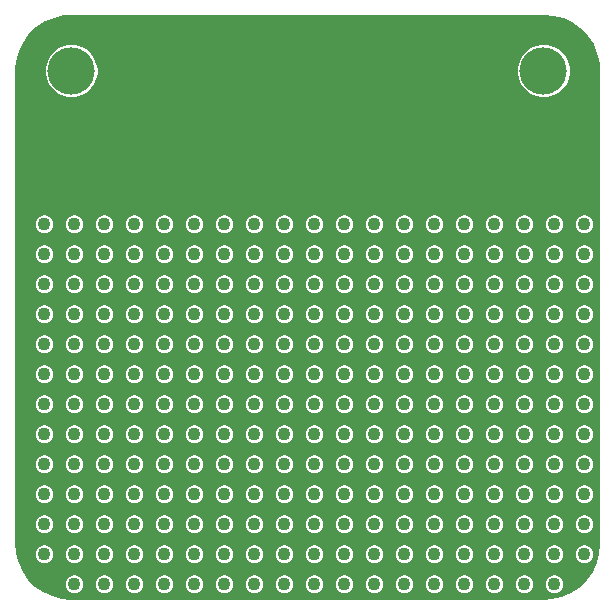
<source format=gbl>
G04 #@! TF.GenerationSoftware,KiCad,Pcbnew,5.1.2*
G04 #@! TF.CreationDate,2019-09-05T16:50:15+02:00*
G04 #@! TF.ProjectId,badge,62616467-652e-46b6-9963-61645f706362,rev?*
G04 #@! TF.SameCoordinates,Original*
G04 #@! TF.FileFunction,Copper,L2,Bot*
G04 #@! TF.FilePolarity,Positive*
%FSLAX46Y46*%
G04 Gerber Fmt 4.6, Leading zero omitted, Abs format (unit mm)*
G04 Created by KiCad (PCBNEW 5.1.2) date 2019-09-05 16:50:15*
%MOMM*%
%LPD*%
G04 APERTURE LIST*
%ADD10C,1.100000*%
%ADD11C,4.000000*%
%ADD12C,0.254000*%
G04 APERTURE END LIST*
D10*
X48425100Y-12971800D03*
X5245100Y-43451800D03*
X7785100Y-43451800D03*
X10325100Y-43451800D03*
X12865100Y-43451800D03*
X15405100Y-43451800D03*
X17945100Y-43451800D03*
X20485100Y-43451800D03*
X23025100Y-43451800D03*
X25565100Y-43451800D03*
X28105100Y-43451800D03*
X30645100Y-43451800D03*
X33185100Y-43451800D03*
X35725100Y-43451800D03*
X38265100Y-43451800D03*
X40805100Y-43451800D03*
X43345100Y-43451800D03*
X45885100Y-43451800D03*
X2705100Y-12971800D03*
X5245100Y-12971800D03*
X7785100Y-12971800D03*
X10325100Y-12971800D03*
X12865100Y-12971800D03*
X15405100Y-12971800D03*
X17945100Y-12971800D03*
X20485100Y-12971800D03*
X23025100Y-12971800D03*
X25565100Y-12971800D03*
X28105100Y-12971800D03*
X30645100Y-12971800D03*
X33185100Y-12971800D03*
X35725100Y-12971800D03*
X38265100Y-12971800D03*
X40805100Y-12971800D03*
X43345100Y-12971800D03*
X45885100Y-12971800D03*
X48425100Y-15511800D03*
X48425100Y-18051800D03*
X48425100Y-20591800D03*
X48425100Y-23131800D03*
X48425100Y-25671800D03*
X48425100Y-28211800D03*
X48425100Y-30751800D03*
X48425100Y-33291800D03*
X48425100Y-40911800D03*
X48425100Y-38371800D03*
X48425100Y-35831800D03*
X45885100Y-15511800D03*
X43345100Y-12971800D03*
X43345100Y-15511800D03*
X40805100Y-15511800D03*
X40805100Y-20591800D03*
X43345100Y-20591800D03*
X40805100Y-18051800D03*
X43345100Y-18051800D03*
X43345100Y-18051800D03*
X48425100Y-18051800D03*
X45885100Y-18051800D03*
X45885100Y-20591800D03*
X35725100Y-20591800D03*
X38265100Y-20591800D03*
X35725100Y-18051800D03*
X38265100Y-18051800D03*
X38265100Y-18051800D03*
X33185100Y-18051800D03*
X33185100Y-18051800D03*
X30645100Y-18051800D03*
X33185100Y-20591800D03*
X30645100Y-20591800D03*
X30645100Y-15511800D03*
X33185100Y-15511800D03*
X38265100Y-12971800D03*
X38265100Y-15511800D03*
X35725100Y-15511800D03*
X15405100Y-15511800D03*
X17945100Y-15511800D03*
X12865100Y-12971800D03*
X12865100Y-15511800D03*
X10325100Y-15511800D03*
X10325100Y-20591800D03*
X12865100Y-20591800D03*
X10325100Y-18051800D03*
X12865100Y-18051800D03*
X12865100Y-18051800D03*
X17945100Y-18051800D03*
X17945100Y-18051800D03*
X15405100Y-18051800D03*
X17945100Y-20591800D03*
X15405100Y-20591800D03*
X25565100Y-20591800D03*
X28105100Y-20591800D03*
X25565100Y-18051800D03*
X28105100Y-18051800D03*
X28105100Y-18051800D03*
X23025100Y-18051800D03*
X23025100Y-18051800D03*
X20485100Y-18051800D03*
X23025100Y-20591800D03*
X20485100Y-20591800D03*
X20485100Y-15511800D03*
X23025100Y-15511800D03*
X28105100Y-12971800D03*
X28105100Y-15511800D03*
X25565100Y-15511800D03*
X5245100Y-20591800D03*
X7785100Y-20591800D03*
X5245100Y-18051800D03*
X7785100Y-18051800D03*
X7785100Y-18051800D03*
X2705100Y-18051800D03*
X2705100Y-18051800D03*
X2705100Y-20591800D03*
X2705100Y-15511800D03*
X7785100Y-12971800D03*
X7785100Y-15511800D03*
X5245100Y-15511800D03*
X5245100Y-25671800D03*
X7785100Y-25671800D03*
X5245100Y-23131800D03*
X7785100Y-23131800D03*
X7785100Y-23131800D03*
X2705100Y-23131800D03*
X2705100Y-23131800D03*
X2705100Y-25671800D03*
X2705100Y-30751800D03*
X2705100Y-28211800D03*
X2705100Y-28211800D03*
X7785100Y-28211800D03*
X7785100Y-28211800D03*
X5245100Y-28211800D03*
X7785100Y-30751800D03*
X5245100Y-30751800D03*
X25565100Y-25671800D03*
X28105100Y-25671800D03*
X25565100Y-23131800D03*
X28105100Y-23131800D03*
X28105100Y-23131800D03*
X23025100Y-23131800D03*
X23025100Y-23131800D03*
X20485100Y-23131800D03*
X23025100Y-25671800D03*
X20485100Y-25671800D03*
X20485100Y-30751800D03*
X23025100Y-30751800D03*
X20485100Y-28211800D03*
X23025100Y-28211800D03*
X23025100Y-28211800D03*
X28105100Y-28211800D03*
X28105100Y-28211800D03*
X25565100Y-28211800D03*
X28105100Y-30751800D03*
X25565100Y-30751800D03*
X15405100Y-30751800D03*
X17945100Y-30751800D03*
X15405100Y-28211800D03*
X17945100Y-28211800D03*
X17945100Y-28211800D03*
X12865100Y-28211800D03*
X12865100Y-28211800D03*
X10325100Y-28211800D03*
X12865100Y-30751800D03*
X10325100Y-30751800D03*
X10325100Y-25671800D03*
X12865100Y-25671800D03*
X10325100Y-23131800D03*
X12865100Y-23131800D03*
X12865100Y-23131800D03*
X17945100Y-23131800D03*
X17945100Y-23131800D03*
X15405100Y-23131800D03*
X17945100Y-25671800D03*
X15405100Y-25671800D03*
X35725100Y-25671800D03*
X38265100Y-25671800D03*
X35725100Y-23131800D03*
X38265100Y-23131800D03*
X38265100Y-23131800D03*
X33185100Y-23131800D03*
X33185100Y-23131800D03*
X30645100Y-23131800D03*
X33185100Y-25671800D03*
X30645100Y-25671800D03*
X30645100Y-30751800D03*
X33185100Y-30751800D03*
X30645100Y-28211800D03*
X33185100Y-28211800D03*
X33185100Y-28211800D03*
X38265100Y-28211800D03*
X38265100Y-28211800D03*
X35725100Y-28211800D03*
X38265100Y-30751800D03*
X35725100Y-30751800D03*
X45885100Y-30751800D03*
X45885100Y-28211800D03*
X43345100Y-28211800D03*
X43345100Y-28211800D03*
X40805100Y-28211800D03*
X43345100Y-30751800D03*
X40805100Y-30751800D03*
X40805100Y-25671800D03*
X43345100Y-25671800D03*
X40805100Y-23131800D03*
X43345100Y-23131800D03*
X43345100Y-23131800D03*
X48425100Y-23131800D03*
X45885100Y-23131800D03*
X45885100Y-25671800D03*
X5245100Y-35831800D03*
X7785100Y-35831800D03*
X5245100Y-33291800D03*
X7785100Y-33291800D03*
X7785100Y-33291800D03*
X2705100Y-33291800D03*
X2705100Y-33291800D03*
X2705100Y-35831800D03*
X2705100Y-40911800D03*
X2705100Y-38371800D03*
X2705100Y-38371800D03*
X7785100Y-38371800D03*
X7785100Y-38371800D03*
X5245100Y-38371800D03*
X7785100Y-40911800D03*
X5245100Y-40911800D03*
X25565100Y-35831800D03*
X28105100Y-35831800D03*
X25565100Y-33291800D03*
X28105100Y-33291800D03*
X28105100Y-33291800D03*
X23025100Y-33291800D03*
X23025100Y-33291800D03*
X20485100Y-33291800D03*
X23025100Y-35831800D03*
X20485100Y-35831800D03*
X20485100Y-40911800D03*
X23025100Y-40911800D03*
X20485100Y-38371800D03*
X23025100Y-38371800D03*
X23025100Y-38371800D03*
X28105100Y-38371800D03*
X28105100Y-38371800D03*
X25565100Y-38371800D03*
X28105100Y-40911800D03*
X25565100Y-40911800D03*
X15405100Y-40911800D03*
X17945100Y-40911800D03*
X15405100Y-38371800D03*
X17945100Y-38371800D03*
X17945100Y-38371800D03*
X12865100Y-38371800D03*
X12865100Y-38371800D03*
X10325100Y-38371800D03*
X12865100Y-40911800D03*
X10325100Y-40911800D03*
X10325100Y-35831800D03*
X12865100Y-35831800D03*
X10325100Y-33291800D03*
X12865100Y-33291800D03*
X12865100Y-33291800D03*
X17945100Y-33291800D03*
X17945100Y-33291800D03*
X15405100Y-33291800D03*
X17945100Y-35831800D03*
X15405100Y-35831800D03*
X35725100Y-35831800D03*
X38265100Y-35831800D03*
X35725100Y-33291800D03*
X38265100Y-33291800D03*
X38265100Y-33291800D03*
X33185100Y-33291800D03*
X33185100Y-33291800D03*
X30645100Y-33291800D03*
X33185100Y-35831800D03*
X30645100Y-35831800D03*
X30645100Y-40911800D03*
X33185100Y-40911800D03*
X30645100Y-38371800D03*
X33185100Y-38371800D03*
X33185100Y-38371800D03*
X38265100Y-38371800D03*
X38265100Y-38371800D03*
X35725100Y-38371800D03*
X38265100Y-40911800D03*
X35725100Y-40911800D03*
X45885100Y-40911800D03*
X45885100Y-38371800D03*
X48425100Y-38371800D03*
X43345100Y-38371800D03*
X43345100Y-38371800D03*
X40805100Y-38371800D03*
X43345100Y-40911800D03*
X40805100Y-40911800D03*
X40805100Y-35831800D03*
X43345100Y-35831800D03*
X40805100Y-33291800D03*
X43345100Y-33291800D03*
X43345100Y-33291800D03*
X48425100Y-33291800D03*
X45885100Y-33291800D03*
X45885100Y-35831800D03*
D11*
X5000000Y0D03*
X45000000Y0D03*
D12*
G36*
X45822842Y4573165D02*
G01*
X46619675Y4355176D01*
X47365312Y3999524D01*
X48036187Y3517452D01*
X48611087Y2924202D01*
X49071846Y2238519D01*
X49403902Y1482076D01*
X49597404Y676084D01*
X49648001Y-12925D01*
X49648000Y-39984328D01*
X49573165Y-40822842D01*
X49355176Y-41619673D01*
X48999523Y-42365315D01*
X48517452Y-43036187D01*
X47924202Y-43611087D01*
X47238519Y-44071846D01*
X46482076Y-44403902D01*
X45676084Y-44597404D01*
X44987089Y-44648000D01*
X5015672Y-44648000D01*
X4177158Y-44573165D01*
X3380327Y-44355176D01*
X2634685Y-43999523D01*
X1963813Y-43517452D01*
X1816487Y-43365423D01*
X4368100Y-43365423D01*
X4368100Y-43538177D01*
X4401803Y-43707611D01*
X4467913Y-43867215D01*
X4563890Y-44010855D01*
X4686045Y-44133010D01*
X4829685Y-44228987D01*
X4989289Y-44295097D01*
X5158723Y-44328800D01*
X5331477Y-44328800D01*
X5500911Y-44295097D01*
X5660515Y-44228987D01*
X5804155Y-44133010D01*
X5926310Y-44010855D01*
X6022287Y-43867215D01*
X6088397Y-43707611D01*
X6122100Y-43538177D01*
X6122100Y-43365423D01*
X6908100Y-43365423D01*
X6908100Y-43538177D01*
X6941803Y-43707611D01*
X7007913Y-43867215D01*
X7103890Y-44010855D01*
X7226045Y-44133010D01*
X7369685Y-44228987D01*
X7529289Y-44295097D01*
X7698723Y-44328800D01*
X7871477Y-44328800D01*
X8040911Y-44295097D01*
X8200515Y-44228987D01*
X8344155Y-44133010D01*
X8466310Y-44010855D01*
X8562287Y-43867215D01*
X8628397Y-43707611D01*
X8662100Y-43538177D01*
X8662100Y-43365423D01*
X9448100Y-43365423D01*
X9448100Y-43538177D01*
X9481803Y-43707611D01*
X9547913Y-43867215D01*
X9643890Y-44010855D01*
X9766045Y-44133010D01*
X9909685Y-44228987D01*
X10069289Y-44295097D01*
X10238723Y-44328800D01*
X10411477Y-44328800D01*
X10580911Y-44295097D01*
X10740515Y-44228987D01*
X10884155Y-44133010D01*
X11006310Y-44010855D01*
X11102287Y-43867215D01*
X11168397Y-43707611D01*
X11202100Y-43538177D01*
X11202100Y-43365423D01*
X11988100Y-43365423D01*
X11988100Y-43538177D01*
X12021803Y-43707611D01*
X12087913Y-43867215D01*
X12183890Y-44010855D01*
X12306045Y-44133010D01*
X12449685Y-44228987D01*
X12609289Y-44295097D01*
X12778723Y-44328800D01*
X12951477Y-44328800D01*
X13120911Y-44295097D01*
X13280515Y-44228987D01*
X13424155Y-44133010D01*
X13546310Y-44010855D01*
X13642287Y-43867215D01*
X13708397Y-43707611D01*
X13742100Y-43538177D01*
X13742100Y-43365423D01*
X14528100Y-43365423D01*
X14528100Y-43538177D01*
X14561803Y-43707611D01*
X14627913Y-43867215D01*
X14723890Y-44010855D01*
X14846045Y-44133010D01*
X14989685Y-44228987D01*
X15149289Y-44295097D01*
X15318723Y-44328800D01*
X15491477Y-44328800D01*
X15660911Y-44295097D01*
X15820515Y-44228987D01*
X15964155Y-44133010D01*
X16086310Y-44010855D01*
X16182287Y-43867215D01*
X16248397Y-43707611D01*
X16282100Y-43538177D01*
X16282100Y-43365423D01*
X17068100Y-43365423D01*
X17068100Y-43538177D01*
X17101803Y-43707611D01*
X17167913Y-43867215D01*
X17263890Y-44010855D01*
X17386045Y-44133010D01*
X17529685Y-44228987D01*
X17689289Y-44295097D01*
X17858723Y-44328800D01*
X18031477Y-44328800D01*
X18200911Y-44295097D01*
X18360515Y-44228987D01*
X18504155Y-44133010D01*
X18626310Y-44010855D01*
X18722287Y-43867215D01*
X18788397Y-43707611D01*
X18822100Y-43538177D01*
X18822100Y-43365423D01*
X19608100Y-43365423D01*
X19608100Y-43538177D01*
X19641803Y-43707611D01*
X19707913Y-43867215D01*
X19803890Y-44010855D01*
X19926045Y-44133010D01*
X20069685Y-44228987D01*
X20229289Y-44295097D01*
X20398723Y-44328800D01*
X20571477Y-44328800D01*
X20740911Y-44295097D01*
X20900515Y-44228987D01*
X21044155Y-44133010D01*
X21166310Y-44010855D01*
X21262287Y-43867215D01*
X21328397Y-43707611D01*
X21362100Y-43538177D01*
X21362100Y-43365423D01*
X22148100Y-43365423D01*
X22148100Y-43538177D01*
X22181803Y-43707611D01*
X22247913Y-43867215D01*
X22343890Y-44010855D01*
X22466045Y-44133010D01*
X22609685Y-44228987D01*
X22769289Y-44295097D01*
X22938723Y-44328800D01*
X23111477Y-44328800D01*
X23280911Y-44295097D01*
X23440515Y-44228987D01*
X23584155Y-44133010D01*
X23706310Y-44010855D01*
X23802287Y-43867215D01*
X23868397Y-43707611D01*
X23902100Y-43538177D01*
X23902100Y-43365423D01*
X24688100Y-43365423D01*
X24688100Y-43538177D01*
X24721803Y-43707611D01*
X24787913Y-43867215D01*
X24883890Y-44010855D01*
X25006045Y-44133010D01*
X25149685Y-44228987D01*
X25309289Y-44295097D01*
X25478723Y-44328800D01*
X25651477Y-44328800D01*
X25820911Y-44295097D01*
X25980515Y-44228987D01*
X26124155Y-44133010D01*
X26246310Y-44010855D01*
X26342287Y-43867215D01*
X26408397Y-43707611D01*
X26442100Y-43538177D01*
X26442100Y-43365423D01*
X27228100Y-43365423D01*
X27228100Y-43538177D01*
X27261803Y-43707611D01*
X27327913Y-43867215D01*
X27423890Y-44010855D01*
X27546045Y-44133010D01*
X27689685Y-44228987D01*
X27849289Y-44295097D01*
X28018723Y-44328800D01*
X28191477Y-44328800D01*
X28360911Y-44295097D01*
X28520515Y-44228987D01*
X28664155Y-44133010D01*
X28786310Y-44010855D01*
X28882287Y-43867215D01*
X28948397Y-43707611D01*
X28982100Y-43538177D01*
X28982100Y-43365423D01*
X29768100Y-43365423D01*
X29768100Y-43538177D01*
X29801803Y-43707611D01*
X29867913Y-43867215D01*
X29963890Y-44010855D01*
X30086045Y-44133010D01*
X30229685Y-44228987D01*
X30389289Y-44295097D01*
X30558723Y-44328800D01*
X30731477Y-44328800D01*
X30900911Y-44295097D01*
X31060515Y-44228987D01*
X31204155Y-44133010D01*
X31326310Y-44010855D01*
X31422287Y-43867215D01*
X31488397Y-43707611D01*
X31522100Y-43538177D01*
X31522100Y-43365423D01*
X32308100Y-43365423D01*
X32308100Y-43538177D01*
X32341803Y-43707611D01*
X32407913Y-43867215D01*
X32503890Y-44010855D01*
X32626045Y-44133010D01*
X32769685Y-44228987D01*
X32929289Y-44295097D01*
X33098723Y-44328800D01*
X33271477Y-44328800D01*
X33440911Y-44295097D01*
X33600515Y-44228987D01*
X33744155Y-44133010D01*
X33866310Y-44010855D01*
X33962287Y-43867215D01*
X34028397Y-43707611D01*
X34062100Y-43538177D01*
X34062100Y-43365423D01*
X34848100Y-43365423D01*
X34848100Y-43538177D01*
X34881803Y-43707611D01*
X34947913Y-43867215D01*
X35043890Y-44010855D01*
X35166045Y-44133010D01*
X35309685Y-44228987D01*
X35469289Y-44295097D01*
X35638723Y-44328800D01*
X35811477Y-44328800D01*
X35980911Y-44295097D01*
X36140515Y-44228987D01*
X36284155Y-44133010D01*
X36406310Y-44010855D01*
X36502287Y-43867215D01*
X36568397Y-43707611D01*
X36602100Y-43538177D01*
X36602100Y-43365423D01*
X37388100Y-43365423D01*
X37388100Y-43538177D01*
X37421803Y-43707611D01*
X37487913Y-43867215D01*
X37583890Y-44010855D01*
X37706045Y-44133010D01*
X37849685Y-44228987D01*
X38009289Y-44295097D01*
X38178723Y-44328800D01*
X38351477Y-44328800D01*
X38520911Y-44295097D01*
X38680515Y-44228987D01*
X38824155Y-44133010D01*
X38946310Y-44010855D01*
X39042287Y-43867215D01*
X39108397Y-43707611D01*
X39142100Y-43538177D01*
X39142100Y-43365423D01*
X39928100Y-43365423D01*
X39928100Y-43538177D01*
X39961803Y-43707611D01*
X40027913Y-43867215D01*
X40123890Y-44010855D01*
X40246045Y-44133010D01*
X40389685Y-44228987D01*
X40549289Y-44295097D01*
X40718723Y-44328800D01*
X40891477Y-44328800D01*
X41060911Y-44295097D01*
X41220515Y-44228987D01*
X41364155Y-44133010D01*
X41486310Y-44010855D01*
X41582287Y-43867215D01*
X41648397Y-43707611D01*
X41682100Y-43538177D01*
X41682100Y-43365423D01*
X42468100Y-43365423D01*
X42468100Y-43538177D01*
X42501803Y-43707611D01*
X42567913Y-43867215D01*
X42663890Y-44010855D01*
X42786045Y-44133010D01*
X42929685Y-44228987D01*
X43089289Y-44295097D01*
X43258723Y-44328800D01*
X43431477Y-44328800D01*
X43600911Y-44295097D01*
X43760515Y-44228987D01*
X43904155Y-44133010D01*
X44026310Y-44010855D01*
X44122287Y-43867215D01*
X44188397Y-43707611D01*
X44222100Y-43538177D01*
X44222100Y-43365423D01*
X45008100Y-43365423D01*
X45008100Y-43538177D01*
X45041803Y-43707611D01*
X45107913Y-43867215D01*
X45203890Y-44010855D01*
X45326045Y-44133010D01*
X45469685Y-44228987D01*
X45629289Y-44295097D01*
X45798723Y-44328800D01*
X45971477Y-44328800D01*
X46140911Y-44295097D01*
X46300515Y-44228987D01*
X46444155Y-44133010D01*
X46566310Y-44010855D01*
X46662287Y-43867215D01*
X46728397Y-43707611D01*
X46762100Y-43538177D01*
X46762100Y-43365423D01*
X46728397Y-43195989D01*
X46662287Y-43036385D01*
X46566310Y-42892745D01*
X46444155Y-42770590D01*
X46300515Y-42674613D01*
X46140911Y-42608503D01*
X45971477Y-42574800D01*
X45798723Y-42574800D01*
X45629289Y-42608503D01*
X45469685Y-42674613D01*
X45326045Y-42770590D01*
X45203890Y-42892745D01*
X45107913Y-43036385D01*
X45041803Y-43195989D01*
X45008100Y-43365423D01*
X44222100Y-43365423D01*
X44188397Y-43195989D01*
X44122287Y-43036385D01*
X44026310Y-42892745D01*
X43904155Y-42770590D01*
X43760515Y-42674613D01*
X43600911Y-42608503D01*
X43431477Y-42574800D01*
X43258723Y-42574800D01*
X43089289Y-42608503D01*
X42929685Y-42674613D01*
X42786045Y-42770590D01*
X42663890Y-42892745D01*
X42567913Y-43036385D01*
X42501803Y-43195989D01*
X42468100Y-43365423D01*
X41682100Y-43365423D01*
X41648397Y-43195989D01*
X41582287Y-43036385D01*
X41486310Y-42892745D01*
X41364155Y-42770590D01*
X41220515Y-42674613D01*
X41060911Y-42608503D01*
X40891477Y-42574800D01*
X40718723Y-42574800D01*
X40549289Y-42608503D01*
X40389685Y-42674613D01*
X40246045Y-42770590D01*
X40123890Y-42892745D01*
X40027913Y-43036385D01*
X39961803Y-43195989D01*
X39928100Y-43365423D01*
X39142100Y-43365423D01*
X39108397Y-43195989D01*
X39042287Y-43036385D01*
X38946310Y-42892745D01*
X38824155Y-42770590D01*
X38680515Y-42674613D01*
X38520911Y-42608503D01*
X38351477Y-42574800D01*
X38178723Y-42574800D01*
X38009289Y-42608503D01*
X37849685Y-42674613D01*
X37706045Y-42770590D01*
X37583890Y-42892745D01*
X37487913Y-43036385D01*
X37421803Y-43195989D01*
X37388100Y-43365423D01*
X36602100Y-43365423D01*
X36568397Y-43195989D01*
X36502287Y-43036385D01*
X36406310Y-42892745D01*
X36284155Y-42770590D01*
X36140515Y-42674613D01*
X35980911Y-42608503D01*
X35811477Y-42574800D01*
X35638723Y-42574800D01*
X35469289Y-42608503D01*
X35309685Y-42674613D01*
X35166045Y-42770590D01*
X35043890Y-42892745D01*
X34947913Y-43036385D01*
X34881803Y-43195989D01*
X34848100Y-43365423D01*
X34062100Y-43365423D01*
X34028397Y-43195989D01*
X33962287Y-43036385D01*
X33866310Y-42892745D01*
X33744155Y-42770590D01*
X33600515Y-42674613D01*
X33440911Y-42608503D01*
X33271477Y-42574800D01*
X33098723Y-42574800D01*
X32929289Y-42608503D01*
X32769685Y-42674613D01*
X32626045Y-42770590D01*
X32503890Y-42892745D01*
X32407913Y-43036385D01*
X32341803Y-43195989D01*
X32308100Y-43365423D01*
X31522100Y-43365423D01*
X31488397Y-43195989D01*
X31422287Y-43036385D01*
X31326310Y-42892745D01*
X31204155Y-42770590D01*
X31060515Y-42674613D01*
X30900911Y-42608503D01*
X30731477Y-42574800D01*
X30558723Y-42574800D01*
X30389289Y-42608503D01*
X30229685Y-42674613D01*
X30086045Y-42770590D01*
X29963890Y-42892745D01*
X29867913Y-43036385D01*
X29801803Y-43195989D01*
X29768100Y-43365423D01*
X28982100Y-43365423D01*
X28948397Y-43195989D01*
X28882287Y-43036385D01*
X28786310Y-42892745D01*
X28664155Y-42770590D01*
X28520515Y-42674613D01*
X28360911Y-42608503D01*
X28191477Y-42574800D01*
X28018723Y-42574800D01*
X27849289Y-42608503D01*
X27689685Y-42674613D01*
X27546045Y-42770590D01*
X27423890Y-42892745D01*
X27327913Y-43036385D01*
X27261803Y-43195989D01*
X27228100Y-43365423D01*
X26442100Y-43365423D01*
X26408397Y-43195989D01*
X26342287Y-43036385D01*
X26246310Y-42892745D01*
X26124155Y-42770590D01*
X25980515Y-42674613D01*
X25820911Y-42608503D01*
X25651477Y-42574800D01*
X25478723Y-42574800D01*
X25309289Y-42608503D01*
X25149685Y-42674613D01*
X25006045Y-42770590D01*
X24883890Y-42892745D01*
X24787913Y-43036385D01*
X24721803Y-43195989D01*
X24688100Y-43365423D01*
X23902100Y-43365423D01*
X23868397Y-43195989D01*
X23802287Y-43036385D01*
X23706310Y-42892745D01*
X23584155Y-42770590D01*
X23440515Y-42674613D01*
X23280911Y-42608503D01*
X23111477Y-42574800D01*
X22938723Y-42574800D01*
X22769289Y-42608503D01*
X22609685Y-42674613D01*
X22466045Y-42770590D01*
X22343890Y-42892745D01*
X22247913Y-43036385D01*
X22181803Y-43195989D01*
X22148100Y-43365423D01*
X21362100Y-43365423D01*
X21328397Y-43195989D01*
X21262287Y-43036385D01*
X21166310Y-42892745D01*
X21044155Y-42770590D01*
X20900515Y-42674613D01*
X20740911Y-42608503D01*
X20571477Y-42574800D01*
X20398723Y-42574800D01*
X20229289Y-42608503D01*
X20069685Y-42674613D01*
X19926045Y-42770590D01*
X19803890Y-42892745D01*
X19707913Y-43036385D01*
X19641803Y-43195989D01*
X19608100Y-43365423D01*
X18822100Y-43365423D01*
X18788397Y-43195989D01*
X18722287Y-43036385D01*
X18626310Y-42892745D01*
X18504155Y-42770590D01*
X18360515Y-42674613D01*
X18200911Y-42608503D01*
X18031477Y-42574800D01*
X17858723Y-42574800D01*
X17689289Y-42608503D01*
X17529685Y-42674613D01*
X17386045Y-42770590D01*
X17263890Y-42892745D01*
X17167913Y-43036385D01*
X17101803Y-43195989D01*
X17068100Y-43365423D01*
X16282100Y-43365423D01*
X16248397Y-43195989D01*
X16182287Y-43036385D01*
X16086310Y-42892745D01*
X15964155Y-42770590D01*
X15820515Y-42674613D01*
X15660911Y-42608503D01*
X15491477Y-42574800D01*
X15318723Y-42574800D01*
X15149289Y-42608503D01*
X14989685Y-42674613D01*
X14846045Y-42770590D01*
X14723890Y-42892745D01*
X14627913Y-43036385D01*
X14561803Y-43195989D01*
X14528100Y-43365423D01*
X13742100Y-43365423D01*
X13708397Y-43195989D01*
X13642287Y-43036385D01*
X13546310Y-42892745D01*
X13424155Y-42770590D01*
X13280515Y-42674613D01*
X13120911Y-42608503D01*
X12951477Y-42574800D01*
X12778723Y-42574800D01*
X12609289Y-42608503D01*
X12449685Y-42674613D01*
X12306045Y-42770590D01*
X12183890Y-42892745D01*
X12087913Y-43036385D01*
X12021803Y-43195989D01*
X11988100Y-43365423D01*
X11202100Y-43365423D01*
X11168397Y-43195989D01*
X11102287Y-43036385D01*
X11006310Y-42892745D01*
X10884155Y-42770590D01*
X10740515Y-42674613D01*
X10580911Y-42608503D01*
X10411477Y-42574800D01*
X10238723Y-42574800D01*
X10069289Y-42608503D01*
X9909685Y-42674613D01*
X9766045Y-42770590D01*
X9643890Y-42892745D01*
X9547913Y-43036385D01*
X9481803Y-43195989D01*
X9448100Y-43365423D01*
X8662100Y-43365423D01*
X8628397Y-43195989D01*
X8562287Y-43036385D01*
X8466310Y-42892745D01*
X8344155Y-42770590D01*
X8200515Y-42674613D01*
X8040911Y-42608503D01*
X7871477Y-42574800D01*
X7698723Y-42574800D01*
X7529289Y-42608503D01*
X7369685Y-42674613D01*
X7226045Y-42770590D01*
X7103890Y-42892745D01*
X7007913Y-43036385D01*
X6941803Y-43195989D01*
X6908100Y-43365423D01*
X6122100Y-43365423D01*
X6088397Y-43195989D01*
X6022287Y-43036385D01*
X5926310Y-42892745D01*
X5804155Y-42770590D01*
X5660515Y-42674613D01*
X5500911Y-42608503D01*
X5331477Y-42574800D01*
X5158723Y-42574800D01*
X4989289Y-42608503D01*
X4829685Y-42674613D01*
X4686045Y-42770590D01*
X4563890Y-42892745D01*
X4467913Y-43036385D01*
X4401803Y-43195989D01*
X4368100Y-43365423D01*
X1816487Y-43365423D01*
X1388913Y-42924202D01*
X928154Y-42238519D01*
X596098Y-41482076D01*
X438450Y-40825423D01*
X1828100Y-40825423D01*
X1828100Y-40998177D01*
X1861803Y-41167611D01*
X1927913Y-41327215D01*
X2023890Y-41470855D01*
X2146045Y-41593010D01*
X2289685Y-41688987D01*
X2449289Y-41755097D01*
X2618723Y-41788800D01*
X2791477Y-41788800D01*
X2960911Y-41755097D01*
X3120515Y-41688987D01*
X3264155Y-41593010D01*
X3386310Y-41470855D01*
X3482287Y-41327215D01*
X3548397Y-41167611D01*
X3582100Y-40998177D01*
X3582100Y-40825423D01*
X4368100Y-40825423D01*
X4368100Y-40998177D01*
X4401803Y-41167611D01*
X4467913Y-41327215D01*
X4563890Y-41470855D01*
X4686045Y-41593010D01*
X4829685Y-41688987D01*
X4989289Y-41755097D01*
X5158723Y-41788800D01*
X5331477Y-41788800D01*
X5500911Y-41755097D01*
X5660515Y-41688987D01*
X5804155Y-41593010D01*
X5926310Y-41470855D01*
X6022287Y-41327215D01*
X6088397Y-41167611D01*
X6122100Y-40998177D01*
X6122100Y-40825423D01*
X6908100Y-40825423D01*
X6908100Y-40998177D01*
X6941803Y-41167611D01*
X7007913Y-41327215D01*
X7103890Y-41470855D01*
X7226045Y-41593010D01*
X7369685Y-41688987D01*
X7529289Y-41755097D01*
X7698723Y-41788800D01*
X7871477Y-41788800D01*
X8040911Y-41755097D01*
X8200515Y-41688987D01*
X8344155Y-41593010D01*
X8466310Y-41470855D01*
X8562287Y-41327215D01*
X8628397Y-41167611D01*
X8662100Y-40998177D01*
X8662100Y-40825423D01*
X9448100Y-40825423D01*
X9448100Y-40998177D01*
X9481803Y-41167611D01*
X9547913Y-41327215D01*
X9643890Y-41470855D01*
X9766045Y-41593010D01*
X9909685Y-41688987D01*
X10069289Y-41755097D01*
X10238723Y-41788800D01*
X10411477Y-41788800D01*
X10580911Y-41755097D01*
X10740515Y-41688987D01*
X10884155Y-41593010D01*
X11006310Y-41470855D01*
X11102287Y-41327215D01*
X11168397Y-41167611D01*
X11202100Y-40998177D01*
X11202100Y-40825423D01*
X11988100Y-40825423D01*
X11988100Y-40998177D01*
X12021803Y-41167611D01*
X12087913Y-41327215D01*
X12183890Y-41470855D01*
X12306045Y-41593010D01*
X12449685Y-41688987D01*
X12609289Y-41755097D01*
X12778723Y-41788800D01*
X12951477Y-41788800D01*
X13120911Y-41755097D01*
X13280515Y-41688987D01*
X13424155Y-41593010D01*
X13546310Y-41470855D01*
X13642287Y-41327215D01*
X13708397Y-41167611D01*
X13742100Y-40998177D01*
X13742100Y-40825423D01*
X14528100Y-40825423D01*
X14528100Y-40998177D01*
X14561803Y-41167611D01*
X14627913Y-41327215D01*
X14723890Y-41470855D01*
X14846045Y-41593010D01*
X14989685Y-41688987D01*
X15149289Y-41755097D01*
X15318723Y-41788800D01*
X15491477Y-41788800D01*
X15660911Y-41755097D01*
X15820515Y-41688987D01*
X15964155Y-41593010D01*
X16086310Y-41470855D01*
X16182287Y-41327215D01*
X16248397Y-41167611D01*
X16282100Y-40998177D01*
X16282100Y-40825423D01*
X17068100Y-40825423D01*
X17068100Y-40998177D01*
X17101803Y-41167611D01*
X17167913Y-41327215D01*
X17263890Y-41470855D01*
X17386045Y-41593010D01*
X17529685Y-41688987D01*
X17689289Y-41755097D01*
X17858723Y-41788800D01*
X18031477Y-41788800D01*
X18200911Y-41755097D01*
X18360515Y-41688987D01*
X18504155Y-41593010D01*
X18626310Y-41470855D01*
X18722287Y-41327215D01*
X18788397Y-41167611D01*
X18822100Y-40998177D01*
X18822100Y-40825423D01*
X19608100Y-40825423D01*
X19608100Y-40998177D01*
X19641803Y-41167611D01*
X19707913Y-41327215D01*
X19803890Y-41470855D01*
X19926045Y-41593010D01*
X20069685Y-41688987D01*
X20229289Y-41755097D01*
X20398723Y-41788800D01*
X20571477Y-41788800D01*
X20740911Y-41755097D01*
X20900515Y-41688987D01*
X21044155Y-41593010D01*
X21166310Y-41470855D01*
X21262287Y-41327215D01*
X21328397Y-41167611D01*
X21362100Y-40998177D01*
X21362100Y-40825423D01*
X22148100Y-40825423D01*
X22148100Y-40998177D01*
X22181803Y-41167611D01*
X22247913Y-41327215D01*
X22343890Y-41470855D01*
X22466045Y-41593010D01*
X22609685Y-41688987D01*
X22769289Y-41755097D01*
X22938723Y-41788800D01*
X23111477Y-41788800D01*
X23280911Y-41755097D01*
X23440515Y-41688987D01*
X23584155Y-41593010D01*
X23706310Y-41470855D01*
X23802287Y-41327215D01*
X23868397Y-41167611D01*
X23902100Y-40998177D01*
X23902100Y-40825423D01*
X24688100Y-40825423D01*
X24688100Y-40998177D01*
X24721803Y-41167611D01*
X24787913Y-41327215D01*
X24883890Y-41470855D01*
X25006045Y-41593010D01*
X25149685Y-41688987D01*
X25309289Y-41755097D01*
X25478723Y-41788800D01*
X25651477Y-41788800D01*
X25820911Y-41755097D01*
X25980515Y-41688987D01*
X26124155Y-41593010D01*
X26246310Y-41470855D01*
X26342287Y-41327215D01*
X26408397Y-41167611D01*
X26442100Y-40998177D01*
X26442100Y-40825423D01*
X27228100Y-40825423D01*
X27228100Y-40998177D01*
X27261803Y-41167611D01*
X27327913Y-41327215D01*
X27423890Y-41470855D01*
X27546045Y-41593010D01*
X27689685Y-41688987D01*
X27849289Y-41755097D01*
X28018723Y-41788800D01*
X28191477Y-41788800D01*
X28360911Y-41755097D01*
X28520515Y-41688987D01*
X28664155Y-41593010D01*
X28786310Y-41470855D01*
X28882287Y-41327215D01*
X28948397Y-41167611D01*
X28982100Y-40998177D01*
X28982100Y-40825423D01*
X29768100Y-40825423D01*
X29768100Y-40998177D01*
X29801803Y-41167611D01*
X29867913Y-41327215D01*
X29963890Y-41470855D01*
X30086045Y-41593010D01*
X30229685Y-41688987D01*
X30389289Y-41755097D01*
X30558723Y-41788800D01*
X30731477Y-41788800D01*
X30900911Y-41755097D01*
X31060515Y-41688987D01*
X31204155Y-41593010D01*
X31326310Y-41470855D01*
X31422287Y-41327215D01*
X31488397Y-41167611D01*
X31522100Y-40998177D01*
X31522100Y-40825423D01*
X32308100Y-40825423D01*
X32308100Y-40998177D01*
X32341803Y-41167611D01*
X32407913Y-41327215D01*
X32503890Y-41470855D01*
X32626045Y-41593010D01*
X32769685Y-41688987D01*
X32929289Y-41755097D01*
X33098723Y-41788800D01*
X33271477Y-41788800D01*
X33440911Y-41755097D01*
X33600515Y-41688987D01*
X33744155Y-41593010D01*
X33866310Y-41470855D01*
X33962287Y-41327215D01*
X34028397Y-41167611D01*
X34062100Y-40998177D01*
X34062100Y-40825423D01*
X34848100Y-40825423D01*
X34848100Y-40998177D01*
X34881803Y-41167611D01*
X34947913Y-41327215D01*
X35043890Y-41470855D01*
X35166045Y-41593010D01*
X35309685Y-41688987D01*
X35469289Y-41755097D01*
X35638723Y-41788800D01*
X35811477Y-41788800D01*
X35980911Y-41755097D01*
X36140515Y-41688987D01*
X36284155Y-41593010D01*
X36406310Y-41470855D01*
X36502287Y-41327215D01*
X36568397Y-41167611D01*
X36602100Y-40998177D01*
X36602100Y-40825423D01*
X37388100Y-40825423D01*
X37388100Y-40998177D01*
X37421803Y-41167611D01*
X37487913Y-41327215D01*
X37583890Y-41470855D01*
X37706045Y-41593010D01*
X37849685Y-41688987D01*
X38009289Y-41755097D01*
X38178723Y-41788800D01*
X38351477Y-41788800D01*
X38520911Y-41755097D01*
X38680515Y-41688987D01*
X38824155Y-41593010D01*
X38946310Y-41470855D01*
X39042287Y-41327215D01*
X39108397Y-41167611D01*
X39142100Y-40998177D01*
X39142100Y-40825423D01*
X39928100Y-40825423D01*
X39928100Y-40998177D01*
X39961803Y-41167611D01*
X40027913Y-41327215D01*
X40123890Y-41470855D01*
X40246045Y-41593010D01*
X40389685Y-41688987D01*
X40549289Y-41755097D01*
X40718723Y-41788800D01*
X40891477Y-41788800D01*
X41060911Y-41755097D01*
X41220515Y-41688987D01*
X41364155Y-41593010D01*
X41486310Y-41470855D01*
X41582287Y-41327215D01*
X41648397Y-41167611D01*
X41682100Y-40998177D01*
X41682100Y-40825423D01*
X42468100Y-40825423D01*
X42468100Y-40998177D01*
X42501803Y-41167611D01*
X42567913Y-41327215D01*
X42663890Y-41470855D01*
X42786045Y-41593010D01*
X42929685Y-41688987D01*
X43089289Y-41755097D01*
X43258723Y-41788800D01*
X43431477Y-41788800D01*
X43600911Y-41755097D01*
X43760515Y-41688987D01*
X43904155Y-41593010D01*
X44026310Y-41470855D01*
X44122287Y-41327215D01*
X44188397Y-41167611D01*
X44222100Y-40998177D01*
X44222100Y-40825423D01*
X45008100Y-40825423D01*
X45008100Y-40998177D01*
X45041803Y-41167611D01*
X45107913Y-41327215D01*
X45203890Y-41470855D01*
X45326045Y-41593010D01*
X45469685Y-41688987D01*
X45629289Y-41755097D01*
X45798723Y-41788800D01*
X45971477Y-41788800D01*
X46140911Y-41755097D01*
X46300515Y-41688987D01*
X46444155Y-41593010D01*
X46566310Y-41470855D01*
X46662287Y-41327215D01*
X46728397Y-41167611D01*
X46762100Y-40998177D01*
X46762100Y-40825423D01*
X47548100Y-40825423D01*
X47548100Y-40998177D01*
X47581803Y-41167611D01*
X47647913Y-41327215D01*
X47743890Y-41470855D01*
X47866045Y-41593010D01*
X48009685Y-41688987D01*
X48169289Y-41755097D01*
X48338723Y-41788800D01*
X48511477Y-41788800D01*
X48680911Y-41755097D01*
X48840515Y-41688987D01*
X48984155Y-41593010D01*
X49106310Y-41470855D01*
X49202287Y-41327215D01*
X49268397Y-41167611D01*
X49302100Y-40998177D01*
X49302100Y-40825423D01*
X49268397Y-40655989D01*
X49202287Y-40496385D01*
X49106310Y-40352745D01*
X48984155Y-40230590D01*
X48840515Y-40134613D01*
X48680911Y-40068503D01*
X48511477Y-40034800D01*
X48338723Y-40034800D01*
X48169289Y-40068503D01*
X48009685Y-40134613D01*
X47866045Y-40230590D01*
X47743890Y-40352745D01*
X47647913Y-40496385D01*
X47581803Y-40655989D01*
X47548100Y-40825423D01*
X46762100Y-40825423D01*
X46728397Y-40655989D01*
X46662287Y-40496385D01*
X46566310Y-40352745D01*
X46444155Y-40230590D01*
X46300515Y-40134613D01*
X46140911Y-40068503D01*
X45971477Y-40034800D01*
X45798723Y-40034800D01*
X45629289Y-40068503D01*
X45469685Y-40134613D01*
X45326045Y-40230590D01*
X45203890Y-40352745D01*
X45107913Y-40496385D01*
X45041803Y-40655989D01*
X45008100Y-40825423D01*
X44222100Y-40825423D01*
X44188397Y-40655989D01*
X44122287Y-40496385D01*
X44026310Y-40352745D01*
X43904155Y-40230590D01*
X43760515Y-40134613D01*
X43600911Y-40068503D01*
X43431477Y-40034800D01*
X43258723Y-40034800D01*
X43089289Y-40068503D01*
X42929685Y-40134613D01*
X42786045Y-40230590D01*
X42663890Y-40352745D01*
X42567913Y-40496385D01*
X42501803Y-40655989D01*
X42468100Y-40825423D01*
X41682100Y-40825423D01*
X41648397Y-40655989D01*
X41582287Y-40496385D01*
X41486310Y-40352745D01*
X41364155Y-40230590D01*
X41220515Y-40134613D01*
X41060911Y-40068503D01*
X40891477Y-40034800D01*
X40718723Y-40034800D01*
X40549289Y-40068503D01*
X40389685Y-40134613D01*
X40246045Y-40230590D01*
X40123890Y-40352745D01*
X40027913Y-40496385D01*
X39961803Y-40655989D01*
X39928100Y-40825423D01*
X39142100Y-40825423D01*
X39108397Y-40655989D01*
X39042287Y-40496385D01*
X38946310Y-40352745D01*
X38824155Y-40230590D01*
X38680515Y-40134613D01*
X38520911Y-40068503D01*
X38351477Y-40034800D01*
X38178723Y-40034800D01*
X38009289Y-40068503D01*
X37849685Y-40134613D01*
X37706045Y-40230590D01*
X37583890Y-40352745D01*
X37487913Y-40496385D01*
X37421803Y-40655989D01*
X37388100Y-40825423D01*
X36602100Y-40825423D01*
X36568397Y-40655989D01*
X36502287Y-40496385D01*
X36406310Y-40352745D01*
X36284155Y-40230590D01*
X36140515Y-40134613D01*
X35980911Y-40068503D01*
X35811477Y-40034800D01*
X35638723Y-40034800D01*
X35469289Y-40068503D01*
X35309685Y-40134613D01*
X35166045Y-40230590D01*
X35043890Y-40352745D01*
X34947913Y-40496385D01*
X34881803Y-40655989D01*
X34848100Y-40825423D01*
X34062100Y-40825423D01*
X34028397Y-40655989D01*
X33962287Y-40496385D01*
X33866310Y-40352745D01*
X33744155Y-40230590D01*
X33600515Y-40134613D01*
X33440911Y-40068503D01*
X33271477Y-40034800D01*
X33098723Y-40034800D01*
X32929289Y-40068503D01*
X32769685Y-40134613D01*
X32626045Y-40230590D01*
X32503890Y-40352745D01*
X32407913Y-40496385D01*
X32341803Y-40655989D01*
X32308100Y-40825423D01*
X31522100Y-40825423D01*
X31488397Y-40655989D01*
X31422287Y-40496385D01*
X31326310Y-40352745D01*
X31204155Y-40230590D01*
X31060515Y-40134613D01*
X30900911Y-40068503D01*
X30731477Y-40034800D01*
X30558723Y-40034800D01*
X30389289Y-40068503D01*
X30229685Y-40134613D01*
X30086045Y-40230590D01*
X29963890Y-40352745D01*
X29867913Y-40496385D01*
X29801803Y-40655989D01*
X29768100Y-40825423D01*
X28982100Y-40825423D01*
X28948397Y-40655989D01*
X28882287Y-40496385D01*
X28786310Y-40352745D01*
X28664155Y-40230590D01*
X28520515Y-40134613D01*
X28360911Y-40068503D01*
X28191477Y-40034800D01*
X28018723Y-40034800D01*
X27849289Y-40068503D01*
X27689685Y-40134613D01*
X27546045Y-40230590D01*
X27423890Y-40352745D01*
X27327913Y-40496385D01*
X27261803Y-40655989D01*
X27228100Y-40825423D01*
X26442100Y-40825423D01*
X26408397Y-40655989D01*
X26342287Y-40496385D01*
X26246310Y-40352745D01*
X26124155Y-40230590D01*
X25980515Y-40134613D01*
X25820911Y-40068503D01*
X25651477Y-40034800D01*
X25478723Y-40034800D01*
X25309289Y-40068503D01*
X25149685Y-40134613D01*
X25006045Y-40230590D01*
X24883890Y-40352745D01*
X24787913Y-40496385D01*
X24721803Y-40655989D01*
X24688100Y-40825423D01*
X23902100Y-40825423D01*
X23868397Y-40655989D01*
X23802287Y-40496385D01*
X23706310Y-40352745D01*
X23584155Y-40230590D01*
X23440515Y-40134613D01*
X23280911Y-40068503D01*
X23111477Y-40034800D01*
X22938723Y-40034800D01*
X22769289Y-40068503D01*
X22609685Y-40134613D01*
X22466045Y-40230590D01*
X22343890Y-40352745D01*
X22247913Y-40496385D01*
X22181803Y-40655989D01*
X22148100Y-40825423D01*
X21362100Y-40825423D01*
X21328397Y-40655989D01*
X21262287Y-40496385D01*
X21166310Y-40352745D01*
X21044155Y-40230590D01*
X20900515Y-40134613D01*
X20740911Y-40068503D01*
X20571477Y-40034800D01*
X20398723Y-40034800D01*
X20229289Y-40068503D01*
X20069685Y-40134613D01*
X19926045Y-40230590D01*
X19803890Y-40352745D01*
X19707913Y-40496385D01*
X19641803Y-40655989D01*
X19608100Y-40825423D01*
X18822100Y-40825423D01*
X18788397Y-40655989D01*
X18722287Y-40496385D01*
X18626310Y-40352745D01*
X18504155Y-40230590D01*
X18360515Y-40134613D01*
X18200911Y-40068503D01*
X18031477Y-40034800D01*
X17858723Y-40034800D01*
X17689289Y-40068503D01*
X17529685Y-40134613D01*
X17386045Y-40230590D01*
X17263890Y-40352745D01*
X17167913Y-40496385D01*
X17101803Y-40655989D01*
X17068100Y-40825423D01*
X16282100Y-40825423D01*
X16248397Y-40655989D01*
X16182287Y-40496385D01*
X16086310Y-40352745D01*
X15964155Y-40230590D01*
X15820515Y-40134613D01*
X15660911Y-40068503D01*
X15491477Y-40034800D01*
X15318723Y-40034800D01*
X15149289Y-40068503D01*
X14989685Y-40134613D01*
X14846045Y-40230590D01*
X14723890Y-40352745D01*
X14627913Y-40496385D01*
X14561803Y-40655989D01*
X14528100Y-40825423D01*
X13742100Y-40825423D01*
X13708397Y-40655989D01*
X13642287Y-40496385D01*
X13546310Y-40352745D01*
X13424155Y-40230590D01*
X13280515Y-40134613D01*
X13120911Y-40068503D01*
X12951477Y-40034800D01*
X12778723Y-40034800D01*
X12609289Y-40068503D01*
X12449685Y-40134613D01*
X12306045Y-40230590D01*
X12183890Y-40352745D01*
X12087913Y-40496385D01*
X12021803Y-40655989D01*
X11988100Y-40825423D01*
X11202100Y-40825423D01*
X11168397Y-40655989D01*
X11102287Y-40496385D01*
X11006310Y-40352745D01*
X10884155Y-40230590D01*
X10740515Y-40134613D01*
X10580911Y-40068503D01*
X10411477Y-40034800D01*
X10238723Y-40034800D01*
X10069289Y-40068503D01*
X9909685Y-40134613D01*
X9766045Y-40230590D01*
X9643890Y-40352745D01*
X9547913Y-40496385D01*
X9481803Y-40655989D01*
X9448100Y-40825423D01*
X8662100Y-40825423D01*
X8628397Y-40655989D01*
X8562287Y-40496385D01*
X8466310Y-40352745D01*
X8344155Y-40230590D01*
X8200515Y-40134613D01*
X8040911Y-40068503D01*
X7871477Y-40034800D01*
X7698723Y-40034800D01*
X7529289Y-40068503D01*
X7369685Y-40134613D01*
X7226045Y-40230590D01*
X7103890Y-40352745D01*
X7007913Y-40496385D01*
X6941803Y-40655989D01*
X6908100Y-40825423D01*
X6122100Y-40825423D01*
X6088397Y-40655989D01*
X6022287Y-40496385D01*
X5926310Y-40352745D01*
X5804155Y-40230590D01*
X5660515Y-40134613D01*
X5500911Y-40068503D01*
X5331477Y-40034800D01*
X5158723Y-40034800D01*
X4989289Y-40068503D01*
X4829685Y-40134613D01*
X4686045Y-40230590D01*
X4563890Y-40352745D01*
X4467913Y-40496385D01*
X4401803Y-40655989D01*
X4368100Y-40825423D01*
X3582100Y-40825423D01*
X3548397Y-40655989D01*
X3482287Y-40496385D01*
X3386310Y-40352745D01*
X3264155Y-40230590D01*
X3120515Y-40134613D01*
X2960911Y-40068503D01*
X2791477Y-40034800D01*
X2618723Y-40034800D01*
X2449289Y-40068503D01*
X2289685Y-40134613D01*
X2146045Y-40230590D01*
X2023890Y-40352745D01*
X1927913Y-40496385D01*
X1861803Y-40655989D01*
X1828100Y-40825423D01*
X438450Y-40825423D01*
X402596Y-40676084D01*
X352000Y-39987089D01*
X352000Y-38285423D01*
X1828100Y-38285423D01*
X1828100Y-38458177D01*
X1861803Y-38627611D01*
X1927913Y-38787215D01*
X2023890Y-38930855D01*
X2146045Y-39053010D01*
X2289685Y-39148987D01*
X2449289Y-39215097D01*
X2618723Y-39248800D01*
X2791477Y-39248800D01*
X2960911Y-39215097D01*
X3120515Y-39148987D01*
X3264155Y-39053010D01*
X3386310Y-38930855D01*
X3482287Y-38787215D01*
X3548397Y-38627611D01*
X3582100Y-38458177D01*
X3582100Y-38285423D01*
X4368100Y-38285423D01*
X4368100Y-38458177D01*
X4401803Y-38627611D01*
X4467913Y-38787215D01*
X4563890Y-38930855D01*
X4686045Y-39053010D01*
X4829685Y-39148987D01*
X4989289Y-39215097D01*
X5158723Y-39248800D01*
X5331477Y-39248800D01*
X5500911Y-39215097D01*
X5660515Y-39148987D01*
X5804155Y-39053010D01*
X5926310Y-38930855D01*
X6022287Y-38787215D01*
X6088397Y-38627611D01*
X6122100Y-38458177D01*
X6122100Y-38285423D01*
X6908100Y-38285423D01*
X6908100Y-38458177D01*
X6941803Y-38627611D01*
X7007913Y-38787215D01*
X7103890Y-38930855D01*
X7226045Y-39053010D01*
X7369685Y-39148987D01*
X7529289Y-39215097D01*
X7698723Y-39248800D01*
X7871477Y-39248800D01*
X8040911Y-39215097D01*
X8200515Y-39148987D01*
X8344155Y-39053010D01*
X8466310Y-38930855D01*
X8562287Y-38787215D01*
X8628397Y-38627611D01*
X8662100Y-38458177D01*
X8662100Y-38285423D01*
X9448100Y-38285423D01*
X9448100Y-38458177D01*
X9481803Y-38627611D01*
X9547913Y-38787215D01*
X9643890Y-38930855D01*
X9766045Y-39053010D01*
X9909685Y-39148987D01*
X10069289Y-39215097D01*
X10238723Y-39248800D01*
X10411477Y-39248800D01*
X10580911Y-39215097D01*
X10740515Y-39148987D01*
X10884155Y-39053010D01*
X11006310Y-38930855D01*
X11102287Y-38787215D01*
X11168397Y-38627611D01*
X11202100Y-38458177D01*
X11202100Y-38285423D01*
X11988100Y-38285423D01*
X11988100Y-38458177D01*
X12021803Y-38627611D01*
X12087913Y-38787215D01*
X12183890Y-38930855D01*
X12306045Y-39053010D01*
X12449685Y-39148987D01*
X12609289Y-39215097D01*
X12778723Y-39248800D01*
X12951477Y-39248800D01*
X13120911Y-39215097D01*
X13280515Y-39148987D01*
X13424155Y-39053010D01*
X13546310Y-38930855D01*
X13642287Y-38787215D01*
X13708397Y-38627611D01*
X13742100Y-38458177D01*
X13742100Y-38285423D01*
X14528100Y-38285423D01*
X14528100Y-38458177D01*
X14561803Y-38627611D01*
X14627913Y-38787215D01*
X14723890Y-38930855D01*
X14846045Y-39053010D01*
X14989685Y-39148987D01*
X15149289Y-39215097D01*
X15318723Y-39248800D01*
X15491477Y-39248800D01*
X15660911Y-39215097D01*
X15820515Y-39148987D01*
X15964155Y-39053010D01*
X16086310Y-38930855D01*
X16182287Y-38787215D01*
X16248397Y-38627611D01*
X16282100Y-38458177D01*
X16282100Y-38285423D01*
X17068100Y-38285423D01*
X17068100Y-38458177D01*
X17101803Y-38627611D01*
X17167913Y-38787215D01*
X17263890Y-38930855D01*
X17386045Y-39053010D01*
X17529685Y-39148987D01*
X17689289Y-39215097D01*
X17858723Y-39248800D01*
X18031477Y-39248800D01*
X18200911Y-39215097D01*
X18360515Y-39148987D01*
X18504155Y-39053010D01*
X18626310Y-38930855D01*
X18722287Y-38787215D01*
X18788397Y-38627611D01*
X18822100Y-38458177D01*
X18822100Y-38285423D01*
X19608100Y-38285423D01*
X19608100Y-38458177D01*
X19641803Y-38627611D01*
X19707913Y-38787215D01*
X19803890Y-38930855D01*
X19926045Y-39053010D01*
X20069685Y-39148987D01*
X20229289Y-39215097D01*
X20398723Y-39248800D01*
X20571477Y-39248800D01*
X20740911Y-39215097D01*
X20900515Y-39148987D01*
X21044155Y-39053010D01*
X21166310Y-38930855D01*
X21262287Y-38787215D01*
X21328397Y-38627611D01*
X21362100Y-38458177D01*
X21362100Y-38285423D01*
X22148100Y-38285423D01*
X22148100Y-38458177D01*
X22181803Y-38627611D01*
X22247913Y-38787215D01*
X22343890Y-38930855D01*
X22466045Y-39053010D01*
X22609685Y-39148987D01*
X22769289Y-39215097D01*
X22938723Y-39248800D01*
X23111477Y-39248800D01*
X23280911Y-39215097D01*
X23440515Y-39148987D01*
X23584155Y-39053010D01*
X23706310Y-38930855D01*
X23802287Y-38787215D01*
X23868397Y-38627611D01*
X23902100Y-38458177D01*
X23902100Y-38285423D01*
X24688100Y-38285423D01*
X24688100Y-38458177D01*
X24721803Y-38627611D01*
X24787913Y-38787215D01*
X24883890Y-38930855D01*
X25006045Y-39053010D01*
X25149685Y-39148987D01*
X25309289Y-39215097D01*
X25478723Y-39248800D01*
X25651477Y-39248800D01*
X25820911Y-39215097D01*
X25980515Y-39148987D01*
X26124155Y-39053010D01*
X26246310Y-38930855D01*
X26342287Y-38787215D01*
X26408397Y-38627611D01*
X26442100Y-38458177D01*
X26442100Y-38285423D01*
X27228100Y-38285423D01*
X27228100Y-38458177D01*
X27261803Y-38627611D01*
X27327913Y-38787215D01*
X27423890Y-38930855D01*
X27546045Y-39053010D01*
X27689685Y-39148987D01*
X27849289Y-39215097D01*
X28018723Y-39248800D01*
X28191477Y-39248800D01*
X28360911Y-39215097D01*
X28520515Y-39148987D01*
X28664155Y-39053010D01*
X28786310Y-38930855D01*
X28882287Y-38787215D01*
X28948397Y-38627611D01*
X28982100Y-38458177D01*
X28982100Y-38285423D01*
X29768100Y-38285423D01*
X29768100Y-38458177D01*
X29801803Y-38627611D01*
X29867913Y-38787215D01*
X29963890Y-38930855D01*
X30086045Y-39053010D01*
X30229685Y-39148987D01*
X30389289Y-39215097D01*
X30558723Y-39248800D01*
X30731477Y-39248800D01*
X30900911Y-39215097D01*
X31060515Y-39148987D01*
X31204155Y-39053010D01*
X31326310Y-38930855D01*
X31422287Y-38787215D01*
X31488397Y-38627611D01*
X31522100Y-38458177D01*
X31522100Y-38285423D01*
X32308100Y-38285423D01*
X32308100Y-38458177D01*
X32341803Y-38627611D01*
X32407913Y-38787215D01*
X32503890Y-38930855D01*
X32626045Y-39053010D01*
X32769685Y-39148987D01*
X32929289Y-39215097D01*
X33098723Y-39248800D01*
X33271477Y-39248800D01*
X33440911Y-39215097D01*
X33600515Y-39148987D01*
X33744155Y-39053010D01*
X33866310Y-38930855D01*
X33962287Y-38787215D01*
X34028397Y-38627611D01*
X34062100Y-38458177D01*
X34062100Y-38285423D01*
X34848100Y-38285423D01*
X34848100Y-38458177D01*
X34881803Y-38627611D01*
X34947913Y-38787215D01*
X35043890Y-38930855D01*
X35166045Y-39053010D01*
X35309685Y-39148987D01*
X35469289Y-39215097D01*
X35638723Y-39248800D01*
X35811477Y-39248800D01*
X35980911Y-39215097D01*
X36140515Y-39148987D01*
X36284155Y-39053010D01*
X36406310Y-38930855D01*
X36502287Y-38787215D01*
X36568397Y-38627611D01*
X36602100Y-38458177D01*
X36602100Y-38285423D01*
X37388100Y-38285423D01*
X37388100Y-38458177D01*
X37421803Y-38627611D01*
X37487913Y-38787215D01*
X37583890Y-38930855D01*
X37706045Y-39053010D01*
X37849685Y-39148987D01*
X38009289Y-39215097D01*
X38178723Y-39248800D01*
X38351477Y-39248800D01*
X38520911Y-39215097D01*
X38680515Y-39148987D01*
X38824155Y-39053010D01*
X38946310Y-38930855D01*
X39042287Y-38787215D01*
X39108397Y-38627611D01*
X39142100Y-38458177D01*
X39142100Y-38285423D01*
X39928100Y-38285423D01*
X39928100Y-38458177D01*
X39961803Y-38627611D01*
X40027913Y-38787215D01*
X40123890Y-38930855D01*
X40246045Y-39053010D01*
X40389685Y-39148987D01*
X40549289Y-39215097D01*
X40718723Y-39248800D01*
X40891477Y-39248800D01*
X41060911Y-39215097D01*
X41220515Y-39148987D01*
X41364155Y-39053010D01*
X41486310Y-38930855D01*
X41582287Y-38787215D01*
X41648397Y-38627611D01*
X41682100Y-38458177D01*
X41682100Y-38285423D01*
X42468100Y-38285423D01*
X42468100Y-38458177D01*
X42501803Y-38627611D01*
X42567913Y-38787215D01*
X42663890Y-38930855D01*
X42786045Y-39053010D01*
X42929685Y-39148987D01*
X43089289Y-39215097D01*
X43258723Y-39248800D01*
X43431477Y-39248800D01*
X43600911Y-39215097D01*
X43760515Y-39148987D01*
X43904155Y-39053010D01*
X44026310Y-38930855D01*
X44122287Y-38787215D01*
X44188397Y-38627611D01*
X44222100Y-38458177D01*
X44222100Y-38285423D01*
X45008100Y-38285423D01*
X45008100Y-38458177D01*
X45041803Y-38627611D01*
X45107913Y-38787215D01*
X45203890Y-38930855D01*
X45326045Y-39053010D01*
X45469685Y-39148987D01*
X45629289Y-39215097D01*
X45798723Y-39248800D01*
X45971477Y-39248800D01*
X46140911Y-39215097D01*
X46300515Y-39148987D01*
X46444155Y-39053010D01*
X46566310Y-38930855D01*
X46662287Y-38787215D01*
X46728397Y-38627611D01*
X46762100Y-38458177D01*
X46762100Y-38285423D01*
X47548100Y-38285423D01*
X47548100Y-38458177D01*
X47581803Y-38627611D01*
X47647913Y-38787215D01*
X47743890Y-38930855D01*
X47866045Y-39053010D01*
X48009685Y-39148987D01*
X48169289Y-39215097D01*
X48338723Y-39248800D01*
X48511477Y-39248800D01*
X48680911Y-39215097D01*
X48840515Y-39148987D01*
X48984155Y-39053010D01*
X49106310Y-38930855D01*
X49202287Y-38787215D01*
X49268397Y-38627611D01*
X49302100Y-38458177D01*
X49302100Y-38285423D01*
X49268397Y-38115989D01*
X49202287Y-37956385D01*
X49106310Y-37812745D01*
X48984155Y-37690590D01*
X48840515Y-37594613D01*
X48680911Y-37528503D01*
X48511477Y-37494800D01*
X48338723Y-37494800D01*
X48169289Y-37528503D01*
X48009685Y-37594613D01*
X47866045Y-37690590D01*
X47743890Y-37812745D01*
X47647913Y-37956385D01*
X47581803Y-38115989D01*
X47548100Y-38285423D01*
X46762100Y-38285423D01*
X46728397Y-38115989D01*
X46662287Y-37956385D01*
X46566310Y-37812745D01*
X46444155Y-37690590D01*
X46300515Y-37594613D01*
X46140911Y-37528503D01*
X45971477Y-37494800D01*
X45798723Y-37494800D01*
X45629289Y-37528503D01*
X45469685Y-37594613D01*
X45326045Y-37690590D01*
X45203890Y-37812745D01*
X45107913Y-37956385D01*
X45041803Y-38115989D01*
X45008100Y-38285423D01*
X44222100Y-38285423D01*
X44188397Y-38115989D01*
X44122287Y-37956385D01*
X44026310Y-37812745D01*
X43904155Y-37690590D01*
X43760515Y-37594613D01*
X43600911Y-37528503D01*
X43431477Y-37494800D01*
X43258723Y-37494800D01*
X43089289Y-37528503D01*
X42929685Y-37594613D01*
X42786045Y-37690590D01*
X42663890Y-37812745D01*
X42567913Y-37956385D01*
X42501803Y-38115989D01*
X42468100Y-38285423D01*
X41682100Y-38285423D01*
X41648397Y-38115989D01*
X41582287Y-37956385D01*
X41486310Y-37812745D01*
X41364155Y-37690590D01*
X41220515Y-37594613D01*
X41060911Y-37528503D01*
X40891477Y-37494800D01*
X40718723Y-37494800D01*
X40549289Y-37528503D01*
X40389685Y-37594613D01*
X40246045Y-37690590D01*
X40123890Y-37812745D01*
X40027913Y-37956385D01*
X39961803Y-38115989D01*
X39928100Y-38285423D01*
X39142100Y-38285423D01*
X39108397Y-38115989D01*
X39042287Y-37956385D01*
X38946310Y-37812745D01*
X38824155Y-37690590D01*
X38680515Y-37594613D01*
X38520911Y-37528503D01*
X38351477Y-37494800D01*
X38178723Y-37494800D01*
X38009289Y-37528503D01*
X37849685Y-37594613D01*
X37706045Y-37690590D01*
X37583890Y-37812745D01*
X37487913Y-37956385D01*
X37421803Y-38115989D01*
X37388100Y-38285423D01*
X36602100Y-38285423D01*
X36568397Y-38115989D01*
X36502287Y-37956385D01*
X36406310Y-37812745D01*
X36284155Y-37690590D01*
X36140515Y-37594613D01*
X35980911Y-37528503D01*
X35811477Y-37494800D01*
X35638723Y-37494800D01*
X35469289Y-37528503D01*
X35309685Y-37594613D01*
X35166045Y-37690590D01*
X35043890Y-37812745D01*
X34947913Y-37956385D01*
X34881803Y-38115989D01*
X34848100Y-38285423D01*
X34062100Y-38285423D01*
X34028397Y-38115989D01*
X33962287Y-37956385D01*
X33866310Y-37812745D01*
X33744155Y-37690590D01*
X33600515Y-37594613D01*
X33440911Y-37528503D01*
X33271477Y-37494800D01*
X33098723Y-37494800D01*
X32929289Y-37528503D01*
X32769685Y-37594613D01*
X32626045Y-37690590D01*
X32503890Y-37812745D01*
X32407913Y-37956385D01*
X32341803Y-38115989D01*
X32308100Y-38285423D01*
X31522100Y-38285423D01*
X31488397Y-38115989D01*
X31422287Y-37956385D01*
X31326310Y-37812745D01*
X31204155Y-37690590D01*
X31060515Y-37594613D01*
X30900911Y-37528503D01*
X30731477Y-37494800D01*
X30558723Y-37494800D01*
X30389289Y-37528503D01*
X30229685Y-37594613D01*
X30086045Y-37690590D01*
X29963890Y-37812745D01*
X29867913Y-37956385D01*
X29801803Y-38115989D01*
X29768100Y-38285423D01*
X28982100Y-38285423D01*
X28948397Y-38115989D01*
X28882287Y-37956385D01*
X28786310Y-37812745D01*
X28664155Y-37690590D01*
X28520515Y-37594613D01*
X28360911Y-37528503D01*
X28191477Y-37494800D01*
X28018723Y-37494800D01*
X27849289Y-37528503D01*
X27689685Y-37594613D01*
X27546045Y-37690590D01*
X27423890Y-37812745D01*
X27327913Y-37956385D01*
X27261803Y-38115989D01*
X27228100Y-38285423D01*
X26442100Y-38285423D01*
X26408397Y-38115989D01*
X26342287Y-37956385D01*
X26246310Y-37812745D01*
X26124155Y-37690590D01*
X25980515Y-37594613D01*
X25820911Y-37528503D01*
X25651477Y-37494800D01*
X25478723Y-37494800D01*
X25309289Y-37528503D01*
X25149685Y-37594613D01*
X25006045Y-37690590D01*
X24883890Y-37812745D01*
X24787913Y-37956385D01*
X24721803Y-38115989D01*
X24688100Y-38285423D01*
X23902100Y-38285423D01*
X23868397Y-38115989D01*
X23802287Y-37956385D01*
X23706310Y-37812745D01*
X23584155Y-37690590D01*
X23440515Y-37594613D01*
X23280911Y-37528503D01*
X23111477Y-37494800D01*
X22938723Y-37494800D01*
X22769289Y-37528503D01*
X22609685Y-37594613D01*
X22466045Y-37690590D01*
X22343890Y-37812745D01*
X22247913Y-37956385D01*
X22181803Y-38115989D01*
X22148100Y-38285423D01*
X21362100Y-38285423D01*
X21328397Y-38115989D01*
X21262287Y-37956385D01*
X21166310Y-37812745D01*
X21044155Y-37690590D01*
X20900515Y-37594613D01*
X20740911Y-37528503D01*
X20571477Y-37494800D01*
X20398723Y-37494800D01*
X20229289Y-37528503D01*
X20069685Y-37594613D01*
X19926045Y-37690590D01*
X19803890Y-37812745D01*
X19707913Y-37956385D01*
X19641803Y-38115989D01*
X19608100Y-38285423D01*
X18822100Y-38285423D01*
X18788397Y-38115989D01*
X18722287Y-37956385D01*
X18626310Y-37812745D01*
X18504155Y-37690590D01*
X18360515Y-37594613D01*
X18200911Y-37528503D01*
X18031477Y-37494800D01*
X17858723Y-37494800D01*
X17689289Y-37528503D01*
X17529685Y-37594613D01*
X17386045Y-37690590D01*
X17263890Y-37812745D01*
X17167913Y-37956385D01*
X17101803Y-38115989D01*
X17068100Y-38285423D01*
X16282100Y-38285423D01*
X16248397Y-38115989D01*
X16182287Y-37956385D01*
X16086310Y-37812745D01*
X15964155Y-37690590D01*
X15820515Y-37594613D01*
X15660911Y-37528503D01*
X15491477Y-37494800D01*
X15318723Y-37494800D01*
X15149289Y-37528503D01*
X14989685Y-37594613D01*
X14846045Y-37690590D01*
X14723890Y-37812745D01*
X14627913Y-37956385D01*
X14561803Y-38115989D01*
X14528100Y-38285423D01*
X13742100Y-38285423D01*
X13708397Y-38115989D01*
X13642287Y-37956385D01*
X13546310Y-37812745D01*
X13424155Y-37690590D01*
X13280515Y-37594613D01*
X13120911Y-37528503D01*
X12951477Y-37494800D01*
X12778723Y-37494800D01*
X12609289Y-37528503D01*
X12449685Y-37594613D01*
X12306045Y-37690590D01*
X12183890Y-37812745D01*
X12087913Y-37956385D01*
X12021803Y-38115989D01*
X11988100Y-38285423D01*
X11202100Y-38285423D01*
X11168397Y-38115989D01*
X11102287Y-37956385D01*
X11006310Y-37812745D01*
X10884155Y-37690590D01*
X10740515Y-37594613D01*
X10580911Y-37528503D01*
X10411477Y-37494800D01*
X10238723Y-37494800D01*
X10069289Y-37528503D01*
X9909685Y-37594613D01*
X9766045Y-37690590D01*
X9643890Y-37812745D01*
X9547913Y-37956385D01*
X9481803Y-38115989D01*
X9448100Y-38285423D01*
X8662100Y-38285423D01*
X8628397Y-38115989D01*
X8562287Y-37956385D01*
X8466310Y-37812745D01*
X8344155Y-37690590D01*
X8200515Y-37594613D01*
X8040911Y-37528503D01*
X7871477Y-37494800D01*
X7698723Y-37494800D01*
X7529289Y-37528503D01*
X7369685Y-37594613D01*
X7226045Y-37690590D01*
X7103890Y-37812745D01*
X7007913Y-37956385D01*
X6941803Y-38115989D01*
X6908100Y-38285423D01*
X6122100Y-38285423D01*
X6088397Y-38115989D01*
X6022287Y-37956385D01*
X5926310Y-37812745D01*
X5804155Y-37690590D01*
X5660515Y-37594613D01*
X5500911Y-37528503D01*
X5331477Y-37494800D01*
X5158723Y-37494800D01*
X4989289Y-37528503D01*
X4829685Y-37594613D01*
X4686045Y-37690590D01*
X4563890Y-37812745D01*
X4467913Y-37956385D01*
X4401803Y-38115989D01*
X4368100Y-38285423D01*
X3582100Y-38285423D01*
X3548397Y-38115989D01*
X3482287Y-37956385D01*
X3386310Y-37812745D01*
X3264155Y-37690590D01*
X3120515Y-37594613D01*
X2960911Y-37528503D01*
X2791477Y-37494800D01*
X2618723Y-37494800D01*
X2449289Y-37528503D01*
X2289685Y-37594613D01*
X2146045Y-37690590D01*
X2023890Y-37812745D01*
X1927913Y-37956385D01*
X1861803Y-38115989D01*
X1828100Y-38285423D01*
X352000Y-38285423D01*
X352000Y-35745423D01*
X1828100Y-35745423D01*
X1828100Y-35918177D01*
X1861803Y-36087611D01*
X1927913Y-36247215D01*
X2023890Y-36390855D01*
X2146045Y-36513010D01*
X2289685Y-36608987D01*
X2449289Y-36675097D01*
X2618723Y-36708800D01*
X2791477Y-36708800D01*
X2960911Y-36675097D01*
X3120515Y-36608987D01*
X3264155Y-36513010D01*
X3386310Y-36390855D01*
X3482287Y-36247215D01*
X3548397Y-36087611D01*
X3582100Y-35918177D01*
X3582100Y-35745423D01*
X4368100Y-35745423D01*
X4368100Y-35918177D01*
X4401803Y-36087611D01*
X4467913Y-36247215D01*
X4563890Y-36390855D01*
X4686045Y-36513010D01*
X4829685Y-36608987D01*
X4989289Y-36675097D01*
X5158723Y-36708800D01*
X5331477Y-36708800D01*
X5500911Y-36675097D01*
X5660515Y-36608987D01*
X5804155Y-36513010D01*
X5926310Y-36390855D01*
X6022287Y-36247215D01*
X6088397Y-36087611D01*
X6122100Y-35918177D01*
X6122100Y-35745423D01*
X6908100Y-35745423D01*
X6908100Y-35918177D01*
X6941803Y-36087611D01*
X7007913Y-36247215D01*
X7103890Y-36390855D01*
X7226045Y-36513010D01*
X7369685Y-36608987D01*
X7529289Y-36675097D01*
X7698723Y-36708800D01*
X7871477Y-36708800D01*
X8040911Y-36675097D01*
X8200515Y-36608987D01*
X8344155Y-36513010D01*
X8466310Y-36390855D01*
X8562287Y-36247215D01*
X8628397Y-36087611D01*
X8662100Y-35918177D01*
X8662100Y-35745423D01*
X9448100Y-35745423D01*
X9448100Y-35918177D01*
X9481803Y-36087611D01*
X9547913Y-36247215D01*
X9643890Y-36390855D01*
X9766045Y-36513010D01*
X9909685Y-36608987D01*
X10069289Y-36675097D01*
X10238723Y-36708800D01*
X10411477Y-36708800D01*
X10580911Y-36675097D01*
X10740515Y-36608987D01*
X10884155Y-36513010D01*
X11006310Y-36390855D01*
X11102287Y-36247215D01*
X11168397Y-36087611D01*
X11202100Y-35918177D01*
X11202100Y-35745423D01*
X11988100Y-35745423D01*
X11988100Y-35918177D01*
X12021803Y-36087611D01*
X12087913Y-36247215D01*
X12183890Y-36390855D01*
X12306045Y-36513010D01*
X12449685Y-36608987D01*
X12609289Y-36675097D01*
X12778723Y-36708800D01*
X12951477Y-36708800D01*
X13120911Y-36675097D01*
X13280515Y-36608987D01*
X13424155Y-36513010D01*
X13546310Y-36390855D01*
X13642287Y-36247215D01*
X13708397Y-36087611D01*
X13742100Y-35918177D01*
X13742100Y-35745423D01*
X14528100Y-35745423D01*
X14528100Y-35918177D01*
X14561803Y-36087611D01*
X14627913Y-36247215D01*
X14723890Y-36390855D01*
X14846045Y-36513010D01*
X14989685Y-36608987D01*
X15149289Y-36675097D01*
X15318723Y-36708800D01*
X15491477Y-36708800D01*
X15660911Y-36675097D01*
X15820515Y-36608987D01*
X15964155Y-36513010D01*
X16086310Y-36390855D01*
X16182287Y-36247215D01*
X16248397Y-36087611D01*
X16282100Y-35918177D01*
X16282100Y-35745423D01*
X17068100Y-35745423D01*
X17068100Y-35918177D01*
X17101803Y-36087611D01*
X17167913Y-36247215D01*
X17263890Y-36390855D01*
X17386045Y-36513010D01*
X17529685Y-36608987D01*
X17689289Y-36675097D01*
X17858723Y-36708800D01*
X18031477Y-36708800D01*
X18200911Y-36675097D01*
X18360515Y-36608987D01*
X18504155Y-36513010D01*
X18626310Y-36390855D01*
X18722287Y-36247215D01*
X18788397Y-36087611D01*
X18822100Y-35918177D01*
X18822100Y-35745423D01*
X19608100Y-35745423D01*
X19608100Y-35918177D01*
X19641803Y-36087611D01*
X19707913Y-36247215D01*
X19803890Y-36390855D01*
X19926045Y-36513010D01*
X20069685Y-36608987D01*
X20229289Y-36675097D01*
X20398723Y-36708800D01*
X20571477Y-36708800D01*
X20740911Y-36675097D01*
X20900515Y-36608987D01*
X21044155Y-36513010D01*
X21166310Y-36390855D01*
X21262287Y-36247215D01*
X21328397Y-36087611D01*
X21362100Y-35918177D01*
X21362100Y-35745423D01*
X22148100Y-35745423D01*
X22148100Y-35918177D01*
X22181803Y-36087611D01*
X22247913Y-36247215D01*
X22343890Y-36390855D01*
X22466045Y-36513010D01*
X22609685Y-36608987D01*
X22769289Y-36675097D01*
X22938723Y-36708800D01*
X23111477Y-36708800D01*
X23280911Y-36675097D01*
X23440515Y-36608987D01*
X23584155Y-36513010D01*
X23706310Y-36390855D01*
X23802287Y-36247215D01*
X23868397Y-36087611D01*
X23902100Y-35918177D01*
X23902100Y-35745423D01*
X24688100Y-35745423D01*
X24688100Y-35918177D01*
X24721803Y-36087611D01*
X24787913Y-36247215D01*
X24883890Y-36390855D01*
X25006045Y-36513010D01*
X25149685Y-36608987D01*
X25309289Y-36675097D01*
X25478723Y-36708800D01*
X25651477Y-36708800D01*
X25820911Y-36675097D01*
X25980515Y-36608987D01*
X26124155Y-36513010D01*
X26246310Y-36390855D01*
X26342287Y-36247215D01*
X26408397Y-36087611D01*
X26442100Y-35918177D01*
X26442100Y-35745423D01*
X27228100Y-35745423D01*
X27228100Y-35918177D01*
X27261803Y-36087611D01*
X27327913Y-36247215D01*
X27423890Y-36390855D01*
X27546045Y-36513010D01*
X27689685Y-36608987D01*
X27849289Y-36675097D01*
X28018723Y-36708800D01*
X28191477Y-36708800D01*
X28360911Y-36675097D01*
X28520515Y-36608987D01*
X28664155Y-36513010D01*
X28786310Y-36390855D01*
X28882287Y-36247215D01*
X28948397Y-36087611D01*
X28982100Y-35918177D01*
X28982100Y-35745423D01*
X29768100Y-35745423D01*
X29768100Y-35918177D01*
X29801803Y-36087611D01*
X29867913Y-36247215D01*
X29963890Y-36390855D01*
X30086045Y-36513010D01*
X30229685Y-36608987D01*
X30389289Y-36675097D01*
X30558723Y-36708800D01*
X30731477Y-36708800D01*
X30900911Y-36675097D01*
X31060515Y-36608987D01*
X31204155Y-36513010D01*
X31326310Y-36390855D01*
X31422287Y-36247215D01*
X31488397Y-36087611D01*
X31522100Y-35918177D01*
X31522100Y-35745423D01*
X32308100Y-35745423D01*
X32308100Y-35918177D01*
X32341803Y-36087611D01*
X32407913Y-36247215D01*
X32503890Y-36390855D01*
X32626045Y-36513010D01*
X32769685Y-36608987D01*
X32929289Y-36675097D01*
X33098723Y-36708800D01*
X33271477Y-36708800D01*
X33440911Y-36675097D01*
X33600515Y-36608987D01*
X33744155Y-36513010D01*
X33866310Y-36390855D01*
X33962287Y-36247215D01*
X34028397Y-36087611D01*
X34062100Y-35918177D01*
X34062100Y-35745423D01*
X34848100Y-35745423D01*
X34848100Y-35918177D01*
X34881803Y-36087611D01*
X34947913Y-36247215D01*
X35043890Y-36390855D01*
X35166045Y-36513010D01*
X35309685Y-36608987D01*
X35469289Y-36675097D01*
X35638723Y-36708800D01*
X35811477Y-36708800D01*
X35980911Y-36675097D01*
X36140515Y-36608987D01*
X36284155Y-36513010D01*
X36406310Y-36390855D01*
X36502287Y-36247215D01*
X36568397Y-36087611D01*
X36602100Y-35918177D01*
X36602100Y-35745423D01*
X37388100Y-35745423D01*
X37388100Y-35918177D01*
X37421803Y-36087611D01*
X37487913Y-36247215D01*
X37583890Y-36390855D01*
X37706045Y-36513010D01*
X37849685Y-36608987D01*
X38009289Y-36675097D01*
X38178723Y-36708800D01*
X38351477Y-36708800D01*
X38520911Y-36675097D01*
X38680515Y-36608987D01*
X38824155Y-36513010D01*
X38946310Y-36390855D01*
X39042287Y-36247215D01*
X39108397Y-36087611D01*
X39142100Y-35918177D01*
X39142100Y-35745423D01*
X39928100Y-35745423D01*
X39928100Y-35918177D01*
X39961803Y-36087611D01*
X40027913Y-36247215D01*
X40123890Y-36390855D01*
X40246045Y-36513010D01*
X40389685Y-36608987D01*
X40549289Y-36675097D01*
X40718723Y-36708800D01*
X40891477Y-36708800D01*
X41060911Y-36675097D01*
X41220515Y-36608987D01*
X41364155Y-36513010D01*
X41486310Y-36390855D01*
X41582287Y-36247215D01*
X41648397Y-36087611D01*
X41682100Y-35918177D01*
X41682100Y-35745423D01*
X42468100Y-35745423D01*
X42468100Y-35918177D01*
X42501803Y-36087611D01*
X42567913Y-36247215D01*
X42663890Y-36390855D01*
X42786045Y-36513010D01*
X42929685Y-36608987D01*
X43089289Y-36675097D01*
X43258723Y-36708800D01*
X43431477Y-36708800D01*
X43600911Y-36675097D01*
X43760515Y-36608987D01*
X43904155Y-36513010D01*
X44026310Y-36390855D01*
X44122287Y-36247215D01*
X44188397Y-36087611D01*
X44222100Y-35918177D01*
X44222100Y-35745423D01*
X45008100Y-35745423D01*
X45008100Y-35918177D01*
X45041803Y-36087611D01*
X45107913Y-36247215D01*
X45203890Y-36390855D01*
X45326045Y-36513010D01*
X45469685Y-36608987D01*
X45629289Y-36675097D01*
X45798723Y-36708800D01*
X45971477Y-36708800D01*
X46140911Y-36675097D01*
X46300515Y-36608987D01*
X46444155Y-36513010D01*
X46566310Y-36390855D01*
X46662287Y-36247215D01*
X46728397Y-36087611D01*
X46762100Y-35918177D01*
X46762100Y-35745423D01*
X47548100Y-35745423D01*
X47548100Y-35918177D01*
X47581803Y-36087611D01*
X47647913Y-36247215D01*
X47743890Y-36390855D01*
X47866045Y-36513010D01*
X48009685Y-36608987D01*
X48169289Y-36675097D01*
X48338723Y-36708800D01*
X48511477Y-36708800D01*
X48680911Y-36675097D01*
X48840515Y-36608987D01*
X48984155Y-36513010D01*
X49106310Y-36390855D01*
X49202287Y-36247215D01*
X49268397Y-36087611D01*
X49302100Y-35918177D01*
X49302100Y-35745423D01*
X49268397Y-35575989D01*
X49202287Y-35416385D01*
X49106310Y-35272745D01*
X48984155Y-35150590D01*
X48840515Y-35054613D01*
X48680911Y-34988503D01*
X48511477Y-34954800D01*
X48338723Y-34954800D01*
X48169289Y-34988503D01*
X48009685Y-35054613D01*
X47866045Y-35150590D01*
X47743890Y-35272745D01*
X47647913Y-35416385D01*
X47581803Y-35575989D01*
X47548100Y-35745423D01*
X46762100Y-35745423D01*
X46728397Y-35575989D01*
X46662287Y-35416385D01*
X46566310Y-35272745D01*
X46444155Y-35150590D01*
X46300515Y-35054613D01*
X46140911Y-34988503D01*
X45971477Y-34954800D01*
X45798723Y-34954800D01*
X45629289Y-34988503D01*
X45469685Y-35054613D01*
X45326045Y-35150590D01*
X45203890Y-35272745D01*
X45107913Y-35416385D01*
X45041803Y-35575989D01*
X45008100Y-35745423D01*
X44222100Y-35745423D01*
X44188397Y-35575989D01*
X44122287Y-35416385D01*
X44026310Y-35272745D01*
X43904155Y-35150590D01*
X43760515Y-35054613D01*
X43600911Y-34988503D01*
X43431477Y-34954800D01*
X43258723Y-34954800D01*
X43089289Y-34988503D01*
X42929685Y-35054613D01*
X42786045Y-35150590D01*
X42663890Y-35272745D01*
X42567913Y-35416385D01*
X42501803Y-35575989D01*
X42468100Y-35745423D01*
X41682100Y-35745423D01*
X41648397Y-35575989D01*
X41582287Y-35416385D01*
X41486310Y-35272745D01*
X41364155Y-35150590D01*
X41220515Y-35054613D01*
X41060911Y-34988503D01*
X40891477Y-34954800D01*
X40718723Y-34954800D01*
X40549289Y-34988503D01*
X40389685Y-35054613D01*
X40246045Y-35150590D01*
X40123890Y-35272745D01*
X40027913Y-35416385D01*
X39961803Y-35575989D01*
X39928100Y-35745423D01*
X39142100Y-35745423D01*
X39108397Y-35575989D01*
X39042287Y-35416385D01*
X38946310Y-35272745D01*
X38824155Y-35150590D01*
X38680515Y-35054613D01*
X38520911Y-34988503D01*
X38351477Y-34954800D01*
X38178723Y-34954800D01*
X38009289Y-34988503D01*
X37849685Y-35054613D01*
X37706045Y-35150590D01*
X37583890Y-35272745D01*
X37487913Y-35416385D01*
X37421803Y-35575989D01*
X37388100Y-35745423D01*
X36602100Y-35745423D01*
X36568397Y-35575989D01*
X36502287Y-35416385D01*
X36406310Y-35272745D01*
X36284155Y-35150590D01*
X36140515Y-35054613D01*
X35980911Y-34988503D01*
X35811477Y-34954800D01*
X35638723Y-34954800D01*
X35469289Y-34988503D01*
X35309685Y-35054613D01*
X35166045Y-35150590D01*
X35043890Y-35272745D01*
X34947913Y-35416385D01*
X34881803Y-35575989D01*
X34848100Y-35745423D01*
X34062100Y-35745423D01*
X34028397Y-35575989D01*
X33962287Y-35416385D01*
X33866310Y-35272745D01*
X33744155Y-35150590D01*
X33600515Y-35054613D01*
X33440911Y-34988503D01*
X33271477Y-34954800D01*
X33098723Y-34954800D01*
X32929289Y-34988503D01*
X32769685Y-35054613D01*
X32626045Y-35150590D01*
X32503890Y-35272745D01*
X32407913Y-35416385D01*
X32341803Y-35575989D01*
X32308100Y-35745423D01*
X31522100Y-35745423D01*
X31488397Y-35575989D01*
X31422287Y-35416385D01*
X31326310Y-35272745D01*
X31204155Y-35150590D01*
X31060515Y-35054613D01*
X30900911Y-34988503D01*
X30731477Y-34954800D01*
X30558723Y-34954800D01*
X30389289Y-34988503D01*
X30229685Y-35054613D01*
X30086045Y-35150590D01*
X29963890Y-35272745D01*
X29867913Y-35416385D01*
X29801803Y-35575989D01*
X29768100Y-35745423D01*
X28982100Y-35745423D01*
X28948397Y-35575989D01*
X28882287Y-35416385D01*
X28786310Y-35272745D01*
X28664155Y-35150590D01*
X28520515Y-35054613D01*
X28360911Y-34988503D01*
X28191477Y-34954800D01*
X28018723Y-34954800D01*
X27849289Y-34988503D01*
X27689685Y-35054613D01*
X27546045Y-35150590D01*
X27423890Y-35272745D01*
X27327913Y-35416385D01*
X27261803Y-35575989D01*
X27228100Y-35745423D01*
X26442100Y-35745423D01*
X26408397Y-35575989D01*
X26342287Y-35416385D01*
X26246310Y-35272745D01*
X26124155Y-35150590D01*
X25980515Y-35054613D01*
X25820911Y-34988503D01*
X25651477Y-34954800D01*
X25478723Y-34954800D01*
X25309289Y-34988503D01*
X25149685Y-35054613D01*
X25006045Y-35150590D01*
X24883890Y-35272745D01*
X24787913Y-35416385D01*
X24721803Y-35575989D01*
X24688100Y-35745423D01*
X23902100Y-35745423D01*
X23868397Y-35575989D01*
X23802287Y-35416385D01*
X23706310Y-35272745D01*
X23584155Y-35150590D01*
X23440515Y-35054613D01*
X23280911Y-34988503D01*
X23111477Y-34954800D01*
X22938723Y-34954800D01*
X22769289Y-34988503D01*
X22609685Y-35054613D01*
X22466045Y-35150590D01*
X22343890Y-35272745D01*
X22247913Y-35416385D01*
X22181803Y-35575989D01*
X22148100Y-35745423D01*
X21362100Y-35745423D01*
X21328397Y-35575989D01*
X21262287Y-35416385D01*
X21166310Y-35272745D01*
X21044155Y-35150590D01*
X20900515Y-35054613D01*
X20740911Y-34988503D01*
X20571477Y-34954800D01*
X20398723Y-34954800D01*
X20229289Y-34988503D01*
X20069685Y-35054613D01*
X19926045Y-35150590D01*
X19803890Y-35272745D01*
X19707913Y-35416385D01*
X19641803Y-35575989D01*
X19608100Y-35745423D01*
X18822100Y-35745423D01*
X18788397Y-35575989D01*
X18722287Y-35416385D01*
X18626310Y-35272745D01*
X18504155Y-35150590D01*
X18360515Y-35054613D01*
X18200911Y-34988503D01*
X18031477Y-34954800D01*
X17858723Y-34954800D01*
X17689289Y-34988503D01*
X17529685Y-35054613D01*
X17386045Y-35150590D01*
X17263890Y-35272745D01*
X17167913Y-35416385D01*
X17101803Y-35575989D01*
X17068100Y-35745423D01*
X16282100Y-35745423D01*
X16248397Y-35575989D01*
X16182287Y-35416385D01*
X16086310Y-35272745D01*
X15964155Y-35150590D01*
X15820515Y-35054613D01*
X15660911Y-34988503D01*
X15491477Y-34954800D01*
X15318723Y-34954800D01*
X15149289Y-34988503D01*
X14989685Y-35054613D01*
X14846045Y-35150590D01*
X14723890Y-35272745D01*
X14627913Y-35416385D01*
X14561803Y-35575989D01*
X14528100Y-35745423D01*
X13742100Y-35745423D01*
X13708397Y-35575989D01*
X13642287Y-35416385D01*
X13546310Y-35272745D01*
X13424155Y-35150590D01*
X13280515Y-35054613D01*
X13120911Y-34988503D01*
X12951477Y-34954800D01*
X12778723Y-34954800D01*
X12609289Y-34988503D01*
X12449685Y-35054613D01*
X12306045Y-35150590D01*
X12183890Y-35272745D01*
X12087913Y-35416385D01*
X12021803Y-35575989D01*
X11988100Y-35745423D01*
X11202100Y-35745423D01*
X11168397Y-35575989D01*
X11102287Y-35416385D01*
X11006310Y-35272745D01*
X10884155Y-35150590D01*
X10740515Y-35054613D01*
X10580911Y-34988503D01*
X10411477Y-34954800D01*
X10238723Y-34954800D01*
X10069289Y-34988503D01*
X9909685Y-35054613D01*
X9766045Y-35150590D01*
X9643890Y-35272745D01*
X9547913Y-35416385D01*
X9481803Y-35575989D01*
X9448100Y-35745423D01*
X8662100Y-35745423D01*
X8628397Y-35575989D01*
X8562287Y-35416385D01*
X8466310Y-35272745D01*
X8344155Y-35150590D01*
X8200515Y-35054613D01*
X8040911Y-34988503D01*
X7871477Y-34954800D01*
X7698723Y-34954800D01*
X7529289Y-34988503D01*
X7369685Y-35054613D01*
X7226045Y-35150590D01*
X7103890Y-35272745D01*
X7007913Y-35416385D01*
X6941803Y-35575989D01*
X6908100Y-35745423D01*
X6122100Y-35745423D01*
X6088397Y-35575989D01*
X6022287Y-35416385D01*
X5926310Y-35272745D01*
X5804155Y-35150590D01*
X5660515Y-35054613D01*
X5500911Y-34988503D01*
X5331477Y-34954800D01*
X5158723Y-34954800D01*
X4989289Y-34988503D01*
X4829685Y-35054613D01*
X4686045Y-35150590D01*
X4563890Y-35272745D01*
X4467913Y-35416385D01*
X4401803Y-35575989D01*
X4368100Y-35745423D01*
X3582100Y-35745423D01*
X3548397Y-35575989D01*
X3482287Y-35416385D01*
X3386310Y-35272745D01*
X3264155Y-35150590D01*
X3120515Y-35054613D01*
X2960911Y-34988503D01*
X2791477Y-34954800D01*
X2618723Y-34954800D01*
X2449289Y-34988503D01*
X2289685Y-35054613D01*
X2146045Y-35150590D01*
X2023890Y-35272745D01*
X1927913Y-35416385D01*
X1861803Y-35575989D01*
X1828100Y-35745423D01*
X352000Y-35745423D01*
X352000Y-33205423D01*
X1828100Y-33205423D01*
X1828100Y-33378177D01*
X1861803Y-33547611D01*
X1927913Y-33707215D01*
X2023890Y-33850855D01*
X2146045Y-33973010D01*
X2289685Y-34068987D01*
X2449289Y-34135097D01*
X2618723Y-34168800D01*
X2791477Y-34168800D01*
X2960911Y-34135097D01*
X3120515Y-34068987D01*
X3264155Y-33973010D01*
X3386310Y-33850855D01*
X3482287Y-33707215D01*
X3548397Y-33547611D01*
X3582100Y-33378177D01*
X3582100Y-33205423D01*
X4368100Y-33205423D01*
X4368100Y-33378177D01*
X4401803Y-33547611D01*
X4467913Y-33707215D01*
X4563890Y-33850855D01*
X4686045Y-33973010D01*
X4829685Y-34068987D01*
X4989289Y-34135097D01*
X5158723Y-34168800D01*
X5331477Y-34168800D01*
X5500911Y-34135097D01*
X5660515Y-34068987D01*
X5804155Y-33973010D01*
X5926310Y-33850855D01*
X6022287Y-33707215D01*
X6088397Y-33547611D01*
X6122100Y-33378177D01*
X6122100Y-33205423D01*
X6908100Y-33205423D01*
X6908100Y-33378177D01*
X6941803Y-33547611D01*
X7007913Y-33707215D01*
X7103890Y-33850855D01*
X7226045Y-33973010D01*
X7369685Y-34068987D01*
X7529289Y-34135097D01*
X7698723Y-34168800D01*
X7871477Y-34168800D01*
X8040911Y-34135097D01*
X8200515Y-34068987D01*
X8344155Y-33973010D01*
X8466310Y-33850855D01*
X8562287Y-33707215D01*
X8628397Y-33547611D01*
X8662100Y-33378177D01*
X8662100Y-33205423D01*
X9448100Y-33205423D01*
X9448100Y-33378177D01*
X9481803Y-33547611D01*
X9547913Y-33707215D01*
X9643890Y-33850855D01*
X9766045Y-33973010D01*
X9909685Y-34068987D01*
X10069289Y-34135097D01*
X10238723Y-34168800D01*
X10411477Y-34168800D01*
X10580911Y-34135097D01*
X10740515Y-34068987D01*
X10884155Y-33973010D01*
X11006310Y-33850855D01*
X11102287Y-33707215D01*
X11168397Y-33547611D01*
X11202100Y-33378177D01*
X11202100Y-33205423D01*
X11988100Y-33205423D01*
X11988100Y-33378177D01*
X12021803Y-33547611D01*
X12087913Y-33707215D01*
X12183890Y-33850855D01*
X12306045Y-33973010D01*
X12449685Y-34068987D01*
X12609289Y-34135097D01*
X12778723Y-34168800D01*
X12951477Y-34168800D01*
X13120911Y-34135097D01*
X13280515Y-34068987D01*
X13424155Y-33973010D01*
X13546310Y-33850855D01*
X13642287Y-33707215D01*
X13708397Y-33547611D01*
X13742100Y-33378177D01*
X13742100Y-33205423D01*
X14528100Y-33205423D01*
X14528100Y-33378177D01*
X14561803Y-33547611D01*
X14627913Y-33707215D01*
X14723890Y-33850855D01*
X14846045Y-33973010D01*
X14989685Y-34068987D01*
X15149289Y-34135097D01*
X15318723Y-34168800D01*
X15491477Y-34168800D01*
X15660911Y-34135097D01*
X15820515Y-34068987D01*
X15964155Y-33973010D01*
X16086310Y-33850855D01*
X16182287Y-33707215D01*
X16248397Y-33547611D01*
X16282100Y-33378177D01*
X16282100Y-33205423D01*
X17068100Y-33205423D01*
X17068100Y-33378177D01*
X17101803Y-33547611D01*
X17167913Y-33707215D01*
X17263890Y-33850855D01*
X17386045Y-33973010D01*
X17529685Y-34068987D01*
X17689289Y-34135097D01*
X17858723Y-34168800D01*
X18031477Y-34168800D01*
X18200911Y-34135097D01*
X18360515Y-34068987D01*
X18504155Y-33973010D01*
X18626310Y-33850855D01*
X18722287Y-33707215D01*
X18788397Y-33547611D01*
X18822100Y-33378177D01*
X18822100Y-33205423D01*
X19608100Y-33205423D01*
X19608100Y-33378177D01*
X19641803Y-33547611D01*
X19707913Y-33707215D01*
X19803890Y-33850855D01*
X19926045Y-33973010D01*
X20069685Y-34068987D01*
X20229289Y-34135097D01*
X20398723Y-34168800D01*
X20571477Y-34168800D01*
X20740911Y-34135097D01*
X20900515Y-34068987D01*
X21044155Y-33973010D01*
X21166310Y-33850855D01*
X21262287Y-33707215D01*
X21328397Y-33547611D01*
X21362100Y-33378177D01*
X21362100Y-33205423D01*
X22148100Y-33205423D01*
X22148100Y-33378177D01*
X22181803Y-33547611D01*
X22247913Y-33707215D01*
X22343890Y-33850855D01*
X22466045Y-33973010D01*
X22609685Y-34068987D01*
X22769289Y-34135097D01*
X22938723Y-34168800D01*
X23111477Y-34168800D01*
X23280911Y-34135097D01*
X23440515Y-34068987D01*
X23584155Y-33973010D01*
X23706310Y-33850855D01*
X23802287Y-33707215D01*
X23868397Y-33547611D01*
X23902100Y-33378177D01*
X23902100Y-33205423D01*
X24688100Y-33205423D01*
X24688100Y-33378177D01*
X24721803Y-33547611D01*
X24787913Y-33707215D01*
X24883890Y-33850855D01*
X25006045Y-33973010D01*
X25149685Y-34068987D01*
X25309289Y-34135097D01*
X25478723Y-34168800D01*
X25651477Y-34168800D01*
X25820911Y-34135097D01*
X25980515Y-34068987D01*
X26124155Y-33973010D01*
X26246310Y-33850855D01*
X26342287Y-33707215D01*
X26408397Y-33547611D01*
X26442100Y-33378177D01*
X26442100Y-33205423D01*
X27228100Y-33205423D01*
X27228100Y-33378177D01*
X27261803Y-33547611D01*
X27327913Y-33707215D01*
X27423890Y-33850855D01*
X27546045Y-33973010D01*
X27689685Y-34068987D01*
X27849289Y-34135097D01*
X28018723Y-34168800D01*
X28191477Y-34168800D01*
X28360911Y-34135097D01*
X28520515Y-34068987D01*
X28664155Y-33973010D01*
X28786310Y-33850855D01*
X28882287Y-33707215D01*
X28948397Y-33547611D01*
X28982100Y-33378177D01*
X28982100Y-33205423D01*
X29768100Y-33205423D01*
X29768100Y-33378177D01*
X29801803Y-33547611D01*
X29867913Y-33707215D01*
X29963890Y-33850855D01*
X30086045Y-33973010D01*
X30229685Y-34068987D01*
X30389289Y-34135097D01*
X30558723Y-34168800D01*
X30731477Y-34168800D01*
X30900911Y-34135097D01*
X31060515Y-34068987D01*
X31204155Y-33973010D01*
X31326310Y-33850855D01*
X31422287Y-33707215D01*
X31488397Y-33547611D01*
X31522100Y-33378177D01*
X31522100Y-33205423D01*
X32308100Y-33205423D01*
X32308100Y-33378177D01*
X32341803Y-33547611D01*
X32407913Y-33707215D01*
X32503890Y-33850855D01*
X32626045Y-33973010D01*
X32769685Y-34068987D01*
X32929289Y-34135097D01*
X33098723Y-34168800D01*
X33271477Y-34168800D01*
X33440911Y-34135097D01*
X33600515Y-34068987D01*
X33744155Y-33973010D01*
X33866310Y-33850855D01*
X33962287Y-33707215D01*
X34028397Y-33547611D01*
X34062100Y-33378177D01*
X34062100Y-33205423D01*
X34848100Y-33205423D01*
X34848100Y-33378177D01*
X34881803Y-33547611D01*
X34947913Y-33707215D01*
X35043890Y-33850855D01*
X35166045Y-33973010D01*
X35309685Y-34068987D01*
X35469289Y-34135097D01*
X35638723Y-34168800D01*
X35811477Y-34168800D01*
X35980911Y-34135097D01*
X36140515Y-34068987D01*
X36284155Y-33973010D01*
X36406310Y-33850855D01*
X36502287Y-33707215D01*
X36568397Y-33547611D01*
X36602100Y-33378177D01*
X36602100Y-33205423D01*
X37388100Y-33205423D01*
X37388100Y-33378177D01*
X37421803Y-33547611D01*
X37487913Y-33707215D01*
X37583890Y-33850855D01*
X37706045Y-33973010D01*
X37849685Y-34068987D01*
X38009289Y-34135097D01*
X38178723Y-34168800D01*
X38351477Y-34168800D01*
X38520911Y-34135097D01*
X38680515Y-34068987D01*
X38824155Y-33973010D01*
X38946310Y-33850855D01*
X39042287Y-33707215D01*
X39108397Y-33547611D01*
X39142100Y-33378177D01*
X39142100Y-33205423D01*
X39928100Y-33205423D01*
X39928100Y-33378177D01*
X39961803Y-33547611D01*
X40027913Y-33707215D01*
X40123890Y-33850855D01*
X40246045Y-33973010D01*
X40389685Y-34068987D01*
X40549289Y-34135097D01*
X40718723Y-34168800D01*
X40891477Y-34168800D01*
X41060911Y-34135097D01*
X41220515Y-34068987D01*
X41364155Y-33973010D01*
X41486310Y-33850855D01*
X41582287Y-33707215D01*
X41648397Y-33547611D01*
X41682100Y-33378177D01*
X41682100Y-33205423D01*
X42468100Y-33205423D01*
X42468100Y-33378177D01*
X42501803Y-33547611D01*
X42567913Y-33707215D01*
X42663890Y-33850855D01*
X42786045Y-33973010D01*
X42929685Y-34068987D01*
X43089289Y-34135097D01*
X43258723Y-34168800D01*
X43431477Y-34168800D01*
X43600911Y-34135097D01*
X43760515Y-34068987D01*
X43904155Y-33973010D01*
X44026310Y-33850855D01*
X44122287Y-33707215D01*
X44188397Y-33547611D01*
X44222100Y-33378177D01*
X44222100Y-33205423D01*
X45008100Y-33205423D01*
X45008100Y-33378177D01*
X45041803Y-33547611D01*
X45107913Y-33707215D01*
X45203890Y-33850855D01*
X45326045Y-33973010D01*
X45469685Y-34068987D01*
X45629289Y-34135097D01*
X45798723Y-34168800D01*
X45971477Y-34168800D01*
X46140911Y-34135097D01*
X46300515Y-34068987D01*
X46444155Y-33973010D01*
X46566310Y-33850855D01*
X46662287Y-33707215D01*
X46728397Y-33547611D01*
X46762100Y-33378177D01*
X46762100Y-33205423D01*
X47548100Y-33205423D01*
X47548100Y-33378177D01*
X47581803Y-33547611D01*
X47647913Y-33707215D01*
X47743890Y-33850855D01*
X47866045Y-33973010D01*
X48009685Y-34068987D01*
X48169289Y-34135097D01*
X48338723Y-34168800D01*
X48511477Y-34168800D01*
X48680911Y-34135097D01*
X48840515Y-34068987D01*
X48984155Y-33973010D01*
X49106310Y-33850855D01*
X49202287Y-33707215D01*
X49268397Y-33547611D01*
X49302100Y-33378177D01*
X49302100Y-33205423D01*
X49268397Y-33035989D01*
X49202287Y-32876385D01*
X49106310Y-32732745D01*
X48984155Y-32610590D01*
X48840515Y-32514613D01*
X48680911Y-32448503D01*
X48511477Y-32414800D01*
X48338723Y-32414800D01*
X48169289Y-32448503D01*
X48009685Y-32514613D01*
X47866045Y-32610590D01*
X47743890Y-32732745D01*
X47647913Y-32876385D01*
X47581803Y-33035989D01*
X47548100Y-33205423D01*
X46762100Y-33205423D01*
X46728397Y-33035989D01*
X46662287Y-32876385D01*
X46566310Y-32732745D01*
X46444155Y-32610590D01*
X46300515Y-32514613D01*
X46140911Y-32448503D01*
X45971477Y-32414800D01*
X45798723Y-32414800D01*
X45629289Y-32448503D01*
X45469685Y-32514613D01*
X45326045Y-32610590D01*
X45203890Y-32732745D01*
X45107913Y-32876385D01*
X45041803Y-33035989D01*
X45008100Y-33205423D01*
X44222100Y-33205423D01*
X44188397Y-33035989D01*
X44122287Y-32876385D01*
X44026310Y-32732745D01*
X43904155Y-32610590D01*
X43760515Y-32514613D01*
X43600911Y-32448503D01*
X43431477Y-32414800D01*
X43258723Y-32414800D01*
X43089289Y-32448503D01*
X42929685Y-32514613D01*
X42786045Y-32610590D01*
X42663890Y-32732745D01*
X42567913Y-32876385D01*
X42501803Y-33035989D01*
X42468100Y-33205423D01*
X41682100Y-33205423D01*
X41648397Y-33035989D01*
X41582287Y-32876385D01*
X41486310Y-32732745D01*
X41364155Y-32610590D01*
X41220515Y-32514613D01*
X41060911Y-32448503D01*
X40891477Y-32414800D01*
X40718723Y-32414800D01*
X40549289Y-32448503D01*
X40389685Y-32514613D01*
X40246045Y-32610590D01*
X40123890Y-32732745D01*
X40027913Y-32876385D01*
X39961803Y-33035989D01*
X39928100Y-33205423D01*
X39142100Y-33205423D01*
X39108397Y-33035989D01*
X39042287Y-32876385D01*
X38946310Y-32732745D01*
X38824155Y-32610590D01*
X38680515Y-32514613D01*
X38520911Y-32448503D01*
X38351477Y-32414800D01*
X38178723Y-32414800D01*
X38009289Y-32448503D01*
X37849685Y-32514613D01*
X37706045Y-32610590D01*
X37583890Y-32732745D01*
X37487913Y-32876385D01*
X37421803Y-33035989D01*
X37388100Y-33205423D01*
X36602100Y-33205423D01*
X36568397Y-33035989D01*
X36502287Y-32876385D01*
X36406310Y-32732745D01*
X36284155Y-32610590D01*
X36140515Y-32514613D01*
X35980911Y-32448503D01*
X35811477Y-32414800D01*
X35638723Y-32414800D01*
X35469289Y-32448503D01*
X35309685Y-32514613D01*
X35166045Y-32610590D01*
X35043890Y-32732745D01*
X34947913Y-32876385D01*
X34881803Y-33035989D01*
X34848100Y-33205423D01*
X34062100Y-33205423D01*
X34028397Y-33035989D01*
X33962287Y-32876385D01*
X33866310Y-32732745D01*
X33744155Y-32610590D01*
X33600515Y-32514613D01*
X33440911Y-32448503D01*
X33271477Y-32414800D01*
X33098723Y-32414800D01*
X32929289Y-32448503D01*
X32769685Y-32514613D01*
X32626045Y-32610590D01*
X32503890Y-32732745D01*
X32407913Y-32876385D01*
X32341803Y-33035989D01*
X32308100Y-33205423D01*
X31522100Y-33205423D01*
X31488397Y-33035989D01*
X31422287Y-32876385D01*
X31326310Y-32732745D01*
X31204155Y-32610590D01*
X31060515Y-32514613D01*
X30900911Y-32448503D01*
X30731477Y-32414800D01*
X30558723Y-32414800D01*
X30389289Y-32448503D01*
X30229685Y-32514613D01*
X30086045Y-32610590D01*
X29963890Y-32732745D01*
X29867913Y-32876385D01*
X29801803Y-33035989D01*
X29768100Y-33205423D01*
X28982100Y-33205423D01*
X28948397Y-33035989D01*
X28882287Y-32876385D01*
X28786310Y-32732745D01*
X28664155Y-32610590D01*
X28520515Y-32514613D01*
X28360911Y-32448503D01*
X28191477Y-32414800D01*
X28018723Y-32414800D01*
X27849289Y-32448503D01*
X27689685Y-32514613D01*
X27546045Y-32610590D01*
X27423890Y-32732745D01*
X27327913Y-32876385D01*
X27261803Y-33035989D01*
X27228100Y-33205423D01*
X26442100Y-33205423D01*
X26408397Y-33035989D01*
X26342287Y-32876385D01*
X26246310Y-32732745D01*
X26124155Y-32610590D01*
X25980515Y-32514613D01*
X25820911Y-32448503D01*
X25651477Y-32414800D01*
X25478723Y-32414800D01*
X25309289Y-32448503D01*
X25149685Y-32514613D01*
X25006045Y-32610590D01*
X24883890Y-32732745D01*
X24787913Y-32876385D01*
X24721803Y-33035989D01*
X24688100Y-33205423D01*
X23902100Y-33205423D01*
X23868397Y-33035989D01*
X23802287Y-32876385D01*
X23706310Y-32732745D01*
X23584155Y-32610590D01*
X23440515Y-32514613D01*
X23280911Y-32448503D01*
X23111477Y-32414800D01*
X22938723Y-32414800D01*
X22769289Y-32448503D01*
X22609685Y-32514613D01*
X22466045Y-32610590D01*
X22343890Y-32732745D01*
X22247913Y-32876385D01*
X22181803Y-33035989D01*
X22148100Y-33205423D01*
X21362100Y-33205423D01*
X21328397Y-33035989D01*
X21262287Y-32876385D01*
X21166310Y-32732745D01*
X21044155Y-32610590D01*
X20900515Y-32514613D01*
X20740911Y-32448503D01*
X20571477Y-32414800D01*
X20398723Y-32414800D01*
X20229289Y-32448503D01*
X20069685Y-32514613D01*
X19926045Y-32610590D01*
X19803890Y-32732745D01*
X19707913Y-32876385D01*
X19641803Y-33035989D01*
X19608100Y-33205423D01*
X18822100Y-33205423D01*
X18788397Y-33035989D01*
X18722287Y-32876385D01*
X18626310Y-32732745D01*
X18504155Y-32610590D01*
X18360515Y-32514613D01*
X18200911Y-32448503D01*
X18031477Y-32414800D01*
X17858723Y-32414800D01*
X17689289Y-32448503D01*
X17529685Y-32514613D01*
X17386045Y-32610590D01*
X17263890Y-32732745D01*
X17167913Y-32876385D01*
X17101803Y-33035989D01*
X17068100Y-33205423D01*
X16282100Y-33205423D01*
X16248397Y-33035989D01*
X16182287Y-32876385D01*
X16086310Y-32732745D01*
X15964155Y-32610590D01*
X15820515Y-32514613D01*
X15660911Y-32448503D01*
X15491477Y-32414800D01*
X15318723Y-32414800D01*
X15149289Y-32448503D01*
X14989685Y-32514613D01*
X14846045Y-32610590D01*
X14723890Y-32732745D01*
X14627913Y-32876385D01*
X14561803Y-33035989D01*
X14528100Y-33205423D01*
X13742100Y-33205423D01*
X13708397Y-33035989D01*
X13642287Y-32876385D01*
X13546310Y-32732745D01*
X13424155Y-32610590D01*
X13280515Y-32514613D01*
X13120911Y-32448503D01*
X12951477Y-32414800D01*
X12778723Y-32414800D01*
X12609289Y-32448503D01*
X12449685Y-32514613D01*
X12306045Y-32610590D01*
X12183890Y-32732745D01*
X12087913Y-32876385D01*
X12021803Y-33035989D01*
X11988100Y-33205423D01*
X11202100Y-33205423D01*
X11168397Y-33035989D01*
X11102287Y-32876385D01*
X11006310Y-32732745D01*
X10884155Y-32610590D01*
X10740515Y-32514613D01*
X10580911Y-32448503D01*
X10411477Y-32414800D01*
X10238723Y-32414800D01*
X10069289Y-32448503D01*
X9909685Y-32514613D01*
X9766045Y-32610590D01*
X9643890Y-32732745D01*
X9547913Y-32876385D01*
X9481803Y-33035989D01*
X9448100Y-33205423D01*
X8662100Y-33205423D01*
X8628397Y-33035989D01*
X8562287Y-32876385D01*
X8466310Y-32732745D01*
X8344155Y-32610590D01*
X8200515Y-32514613D01*
X8040911Y-32448503D01*
X7871477Y-32414800D01*
X7698723Y-32414800D01*
X7529289Y-32448503D01*
X7369685Y-32514613D01*
X7226045Y-32610590D01*
X7103890Y-32732745D01*
X7007913Y-32876385D01*
X6941803Y-33035989D01*
X6908100Y-33205423D01*
X6122100Y-33205423D01*
X6088397Y-33035989D01*
X6022287Y-32876385D01*
X5926310Y-32732745D01*
X5804155Y-32610590D01*
X5660515Y-32514613D01*
X5500911Y-32448503D01*
X5331477Y-32414800D01*
X5158723Y-32414800D01*
X4989289Y-32448503D01*
X4829685Y-32514613D01*
X4686045Y-32610590D01*
X4563890Y-32732745D01*
X4467913Y-32876385D01*
X4401803Y-33035989D01*
X4368100Y-33205423D01*
X3582100Y-33205423D01*
X3548397Y-33035989D01*
X3482287Y-32876385D01*
X3386310Y-32732745D01*
X3264155Y-32610590D01*
X3120515Y-32514613D01*
X2960911Y-32448503D01*
X2791477Y-32414800D01*
X2618723Y-32414800D01*
X2449289Y-32448503D01*
X2289685Y-32514613D01*
X2146045Y-32610590D01*
X2023890Y-32732745D01*
X1927913Y-32876385D01*
X1861803Y-33035989D01*
X1828100Y-33205423D01*
X352000Y-33205423D01*
X352000Y-30665423D01*
X1828100Y-30665423D01*
X1828100Y-30838177D01*
X1861803Y-31007611D01*
X1927913Y-31167215D01*
X2023890Y-31310855D01*
X2146045Y-31433010D01*
X2289685Y-31528987D01*
X2449289Y-31595097D01*
X2618723Y-31628800D01*
X2791477Y-31628800D01*
X2960911Y-31595097D01*
X3120515Y-31528987D01*
X3264155Y-31433010D01*
X3386310Y-31310855D01*
X3482287Y-31167215D01*
X3548397Y-31007611D01*
X3582100Y-30838177D01*
X3582100Y-30665423D01*
X4368100Y-30665423D01*
X4368100Y-30838177D01*
X4401803Y-31007611D01*
X4467913Y-31167215D01*
X4563890Y-31310855D01*
X4686045Y-31433010D01*
X4829685Y-31528987D01*
X4989289Y-31595097D01*
X5158723Y-31628800D01*
X5331477Y-31628800D01*
X5500911Y-31595097D01*
X5660515Y-31528987D01*
X5804155Y-31433010D01*
X5926310Y-31310855D01*
X6022287Y-31167215D01*
X6088397Y-31007611D01*
X6122100Y-30838177D01*
X6122100Y-30665423D01*
X6908100Y-30665423D01*
X6908100Y-30838177D01*
X6941803Y-31007611D01*
X7007913Y-31167215D01*
X7103890Y-31310855D01*
X7226045Y-31433010D01*
X7369685Y-31528987D01*
X7529289Y-31595097D01*
X7698723Y-31628800D01*
X7871477Y-31628800D01*
X8040911Y-31595097D01*
X8200515Y-31528987D01*
X8344155Y-31433010D01*
X8466310Y-31310855D01*
X8562287Y-31167215D01*
X8628397Y-31007611D01*
X8662100Y-30838177D01*
X8662100Y-30665423D01*
X9448100Y-30665423D01*
X9448100Y-30838177D01*
X9481803Y-31007611D01*
X9547913Y-31167215D01*
X9643890Y-31310855D01*
X9766045Y-31433010D01*
X9909685Y-31528987D01*
X10069289Y-31595097D01*
X10238723Y-31628800D01*
X10411477Y-31628800D01*
X10580911Y-31595097D01*
X10740515Y-31528987D01*
X10884155Y-31433010D01*
X11006310Y-31310855D01*
X11102287Y-31167215D01*
X11168397Y-31007611D01*
X11202100Y-30838177D01*
X11202100Y-30665423D01*
X11988100Y-30665423D01*
X11988100Y-30838177D01*
X12021803Y-31007611D01*
X12087913Y-31167215D01*
X12183890Y-31310855D01*
X12306045Y-31433010D01*
X12449685Y-31528987D01*
X12609289Y-31595097D01*
X12778723Y-31628800D01*
X12951477Y-31628800D01*
X13120911Y-31595097D01*
X13280515Y-31528987D01*
X13424155Y-31433010D01*
X13546310Y-31310855D01*
X13642287Y-31167215D01*
X13708397Y-31007611D01*
X13742100Y-30838177D01*
X13742100Y-30665423D01*
X14528100Y-30665423D01*
X14528100Y-30838177D01*
X14561803Y-31007611D01*
X14627913Y-31167215D01*
X14723890Y-31310855D01*
X14846045Y-31433010D01*
X14989685Y-31528987D01*
X15149289Y-31595097D01*
X15318723Y-31628800D01*
X15491477Y-31628800D01*
X15660911Y-31595097D01*
X15820515Y-31528987D01*
X15964155Y-31433010D01*
X16086310Y-31310855D01*
X16182287Y-31167215D01*
X16248397Y-31007611D01*
X16282100Y-30838177D01*
X16282100Y-30665423D01*
X17068100Y-30665423D01*
X17068100Y-30838177D01*
X17101803Y-31007611D01*
X17167913Y-31167215D01*
X17263890Y-31310855D01*
X17386045Y-31433010D01*
X17529685Y-31528987D01*
X17689289Y-31595097D01*
X17858723Y-31628800D01*
X18031477Y-31628800D01*
X18200911Y-31595097D01*
X18360515Y-31528987D01*
X18504155Y-31433010D01*
X18626310Y-31310855D01*
X18722287Y-31167215D01*
X18788397Y-31007611D01*
X18822100Y-30838177D01*
X18822100Y-30665423D01*
X19608100Y-30665423D01*
X19608100Y-30838177D01*
X19641803Y-31007611D01*
X19707913Y-31167215D01*
X19803890Y-31310855D01*
X19926045Y-31433010D01*
X20069685Y-31528987D01*
X20229289Y-31595097D01*
X20398723Y-31628800D01*
X20571477Y-31628800D01*
X20740911Y-31595097D01*
X20900515Y-31528987D01*
X21044155Y-31433010D01*
X21166310Y-31310855D01*
X21262287Y-31167215D01*
X21328397Y-31007611D01*
X21362100Y-30838177D01*
X21362100Y-30665423D01*
X22148100Y-30665423D01*
X22148100Y-30838177D01*
X22181803Y-31007611D01*
X22247913Y-31167215D01*
X22343890Y-31310855D01*
X22466045Y-31433010D01*
X22609685Y-31528987D01*
X22769289Y-31595097D01*
X22938723Y-31628800D01*
X23111477Y-31628800D01*
X23280911Y-31595097D01*
X23440515Y-31528987D01*
X23584155Y-31433010D01*
X23706310Y-31310855D01*
X23802287Y-31167215D01*
X23868397Y-31007611D01*
X23902100Y-30838177D01*
X23902100Y-30665423D01*
X24688100Y-30665423D01*
X24688100Y-30838177D01*
X24721803Y-31007611D01*
X24787913Y-31167215D01*
X24883890Y-31310855D01*
X25006045Y-31433010D01*
X25149685Y-31528987D01*
X25309289Y-31595097D01*
X25478723Y-31628800D01*
X25651477Y-31628800D01*
X25820911Y-31595097D01*
X25980515Y-31528987D01*
X26124155Y-31433010D01*
X26246310Y-31310855D01*
X26342287Y-31167215D01*
X26408397Y-31007611D01*
X26442100Y-30838177D01*
X26442100Y-30665423D01*
X27228100Y-30665423D01*
X27228100Y-30838177D01*
X27261803Y-31007611D01*
X27327913Y-31167215D01*
X27423890Y-31310855D01*
X27546045Y-31433010D01*
X27689685Y-31528987D01*
X27849289Y-31595097D01*
X28018723Y-31628800D01*
X28191477Y-31628800D01*
X28360911Y-31595097D01*
X28520515Y-31528987D01*
X28664155Y-31433010D01*
X28786310Y-31310855D01*
X28882287Y-31167215D01*
X28948397Y-31007611D01*
X28982100Y-30838177D01*
X28982100Y-30665423D01*
X29768100Y-30665423D01*
X29768100Y-30838177D01*
X29801803Y-31007611D01*
X29867913Y-31167215D01*
X29963890Y-31310855D01*
X30086045Y-31433010D01*
X30229685Y-31528987D01*
X30389289Y-31595097D01*
X30558723Y-31628800D01*
X30731477Y-31628800D01*
X30900911Y-31595097D01*
X31060515Y-31528987D01*
X31204155Y-31433010D01*
X31326310Y-31310855D01*
X31422287Y-31167215D01*
X31488397Y-31007611D01*
X31522100Y-30838177D01*
X31522100Y-30665423D01*
X32308100Y-30665423D01*
X32308100Y-30838177D01*
X32341803Y-31007611D01*
X32407913Y-31167215D01*
X32503890Y-31310855D01*
X32626045Y-31433010D01*
X32769685Y-31528987D01*
X32929289Y-31595097D01*
X33098723Y-31628800D01*
X33271477Y-31628800D01*
X33440911Y-31595097D01*
X33600515Y-31528987D01*
X33744155Y-31433010D01*
X33866310Y-31310855D01*
X33962287Y-31167215D01*
X34028397Y-31007611D01*
X34062100Y-30838177D01*
X34062100Y-30665423D01*
X34848100Y-30665423D01*
X34848100Y-30838177D01*
X34881803Y-31007611D01*
X34947913Y-31167215D01*
X35043890Y-31310855D01*
X35166045Y-31433010D01*
X35309685Y-31528987D01*
X35469289Y-31595097D01*
X35638723Y-31628800D01*
X35811477Y-31628800D01*
X35980911Y-31595097D01*
X36140515Y-31528987D01*
X36284155Y-31433010D01*
X36406310Y-31310855D01*
X36502287Y-31167215D01*
X36568397Y-31007611D01*
X36602100Y-30838177D01*
X36602100Y-30665423D01*
X37388100Y-30665423D01*
X37388100Y-30838177D01*
X37421803Y-31007611D01*
X37487913Y-31167215D01*
X37583890Y-31310855D01*
X37706045Y-31433010D01*
X37849685Y-31528987D01*
X38009289Y-31595097D01*
X38178723Y-31628800D01*
X38351477Y-31628800D01*
X38520911Y-31595097D01*
X38680515Y-31528987D01*
X38824155Y-31433010D01*
X38946310Y-31310855D01*
X39042287Y-31167215D01*
X39108397Y-31007611D01*
X39142100Y-30838177D01*
X39142100Y-30665423D01*
X39928100Y-30665423D01*
X39928100Y-30838177D01*
X39961803Y-31007611D01*
X40027913Y-31167215D01*
X40123890Y-31310855D01*
X40246045Y-31433010D01*
X40389685Y-31528987D01*
X40549289Y-31595097D01*
X40718723Y-31628800D01*
X40891477Y-31628800D01*
X41060911Y-31595097D01*
X41220515Y-31528987D01*
X41364155Y-31433010D01*
X41486310Y-31310855D01*
X41582287Y-31167215D01*
X41648397Y-31007611D01*
X41682100Y-30838177D01*
X41682100Y-30665423D01*
X42468100Y-30665423D01*
X42468100Y-30838177D01*
X42501803Y-31007611D01*
X42567913Y-31167215D01*
X42663890Y-31310855D01*
X42786045Y-31433010D01*
X42929685Y-31528987D01*
X43089289Y-31595097D01*
X43258723Y-31628800D01*
X43431477Y-31628800D01*
X43600911Y-31595097D01*
X43760515Y-31528987D01*
X43904155Y-31433010D01*
X44026310Y-31310855D01*
X44122287Y-31167215D01*
X44188397Y-31007611D01*
X44222100Y-30838177D01*
X44222100Y-30665423D01*
X45008100Y-30665423D01*
X45008100Y-30838177D01*
X45041803Y-31007611D01*
X45107913Y-31167215D01*
X45203890Y-31310855D01*
X45326045Y-31433010D01*
X45469685Y-31528987D01*
X45629289Y-31595097D01*
X45798723Y-31628800D01*
X45971477Y-31628800D01*
X46140911Y-31595097D01*
X46300515Y-31528987D01*
X46444155Y-31433010D01*
X46566310Y-31310855D01*
X46662287Y-31167215D01*
X46728397Y-31007611D01*
X46762100Y-30838177D01*
X46762100Y-30665423D01*
X47548100Y-30665423D01*
X47548100Y-30838177D01*
X47581803Y-31007611D01*
X47647913Y-31167215D01*
X47743890Y-31310855D01*
X47866045Y-31433010D01*
X48009685Y-31528987D01*
X48169289Y-31595097D01*
X48338723Y-31628800D01*
X48511477Y-31628800D01*
X48680911Y-31595097D01*
X48840515Y-31528987D01*
X48984155Y-31433010D01*
X49106310Y-31310855D01*
X49202287Y-31167215D01*
X49268397Y-31007611D01*
X49302100Y-30838177D01*
X49302100Y-30665423D01*
X49268397Y-30495989D01*
X49202287Y-30336385D01*
X49106310Y-30192745D01*
X48984155Y-30070590D01*
X48840515Y-29974613D01*
X48680911Y-29908503D01*
X48511477Y-29874800D01*
X48338723Y-29874800D01*
X48169289Y-29908503D01*
X48009685Y-29974613D01*
X47866045Y-30070590D01*
X47743890Y-30192745D01*
X47647913Y-30336385D01*
X47581803Y-30495989D01*
X47548100Y-30665423D01*
X46762100Y-30665423D01*
X46728397Y-30495989D01*
X46662287Y-30336385D01*
X46566310Y-30192745D01*
X46444155Y-30070590D01*
X46300515Y-29974613D01*
X46140911Y-29908503D01*
X45971477Y-29874800D01*
X45798723Y-29874800D01*
X45629289Y-29908503D01*
X45469685Y-29974613D01*
X45326045Y-30070590D01*
X45203890Y-30192745D01*
X45107913Y-30336385D01*
X45041803Y-30495989D01*
X45008100Y-30665423D01*
X44222100Y-30665423D01*
X44188397Y-30495989D01*
X44122287Y-30336385D01*
X44026310Y-30192745D01*
X43904155Y-30070590D01*
X43760515Y-29974613D01*
X43600911Y-29908503D01*
X43431477Y-29874800D01*
X43258723Y-29874800D01*
X43089289Y-29908503D01*
X42929685Y-29974613D01*
X42786045Y-30070590D01*
X42663890Y-30192745D01*
X42567913Y-30336385D01*
X42501803Y-30495989D01*
X42468100Y-30665423D01*
X41682100Y-30665423D01*
X41648397Y-30495989D01*
X41582287Y-30336385D01*
X41486310Y-30192745D01*
X41364155Y-30070590D01*
X41220515Y-29974613D01*
X41060911Y-29908503D01*
X40891477Y-29874800D01*
X40718723Y-29874800D01*
X40549289Y-29908503D01*
X40389685Y-29974613D01*
X40246045Y-30070590D01*
X40123890Y-30192745D01*
X40027913Y-30336385D01*
X39961803Y-30495989D01*
X39928100Y-30665423D01*
X39142100Y-30665423D01*
X39108397Y-30495989D01*
X39042287Y-30336385D01*
X38946310Y-30192745D01*
X38824155Y-30070590D01*
X38680515Y-29974613D01*
X38520911Y-29908503D01*
X38351477Y-29874800D01*
X38178723Y-29874800D01*
X38009289Y-29908503D01*
X37849685Y-29974613D01*
X37706045Y-30070590D01*
X37583890Y-30192745D01*
X37487913Y-30336385D01*
X37421803Y-30495989D01*
X37388100Y-30665423D01*
X36602100Y-30665423D01*
X36568397Y-30495989D01*
X36502287Y-30336385D01*
X36406310Y-30192745D01*
X36284155Y-30070590D01*
X36140515Y-29974613D01*
X35980911Y-29908503D01*
X35811477Y-29874800D01*
X35638723Y-29874800D01*
X35469289Y-29908503D01*
X35309685Y-29974613D01*
X35166045Y-30070590D01*
X35043890Y-30192745D01*
X34947913Y-30336385D01*
X34881803Y-30495989D01*
X34848100Y-30665423D01*
X34062100Y-30665423D01*
X34028397Y-30495989D01*
X33962287Y-30336385D01*
X33866310Y-30192745D01*
X33744155Y-30070590D01*
X33600515Y-29974613D01*
X33440911Y-29908503D01*
X33271477Y-29874800D01*
X33098723Y-29874800D01*
X32929289Y-29908503D01*
X32769685Y-29974613D01*
X32626045Y-30070590D01*
X32503890Y-30192745D01*
X32407913Y-30336385D01*
X32341803Y-30495989D01*
X32308100Y-30665423D01*
X31522100Y-30665423D01*
X31488397Y-30495989D01*
X31422287Y-30336385D01*
X31326310Y-30192745D01*
X31204155Y-30070590D01*
X31060515Y-29974613D01*
X30900911Y-29908503D01*
X30731477Y-29874800D01*
X30558723Y-29874800D01*
X30389289Y-29908503D01*
X30229685Y-29974613D01*
X30086045Y-30070590D01*
X29963890Y-30192745D01*
X29867913Y-30336385D01*
X29801803Y-30495989D01*
X29768100Y-30665423D01*
X28982100Y-30665423D01*
X28948397Y-30495989D01*
X28882287Y-30336385D01*
X28786310Y-30192745D01*
X28664155Y-30070590D01*
X28520515Y-29974613D01*
X28360911Y-29908503D01*
X28191477Y-29874800D01*
X28018723Y-29874800D01*
X27849289Y-29908503D01*
X27689685Y-29974613D01*
X27546045Y-30070590D01*
X27423890Y-30192745D01*
X27327913Y-30336385D01*
X27261803Y-30495989D01*
X27228100Y-30665423D01*
X26442100Y-30665423D01*
X26408397Y-30495989D01*
X26342287Y-30336385D01*
X26246310Y-30192745D01*
X26124155Y-30070590D01*
X25980515Y-29974613D01*
X25820911Y-29908503D01*
X25651477Y-29874800D01*
X25478723Y-29874800D01*
X25309289Y-29908503D01*
X25149685Y-29974613D01*
X25006045Y-30070590D01*
X24883890Y-30192745D01*
X24787913Y-30336385D01*
X24721803Y-30495989D01*
X24688100Y-30665423D01*
X23902100Y-30665423D01*
X23868397Y-30495989D01*
X23802287Y-30336385D01*
X23706310Y-30192745D01*
X23584155Y-30070590D01*
X23440515Y-29974613D01*
X23280911Y-29908503D01*
X23111477Y-29874800D01*
X22938723Y-29874800D01*
X22769289Y-29908503D01*
X22609685Y-29974613D01*
X22466045Y-30070590D01*
X22343890Y-30192745D01*
X22247913Y-30336385D01*
X22181803Y-30495989D01*
X22148100Y-30665423D01*
X21362100Y-30665423D01*
X21328397Y-30495989D01*
X21262287Y-30336385D01*
X21166310Y-30192745D01*
X21044155Y-30070590D01*
X20900515Y-29974613D01*
X20740911Y-29908503D01*
X20571477Y-29874800D01*
X20398723Y-29874800D01*
X20229289Y-29908503D01*
X20069685Y-29974613D01*
X19926045Y-30070590D01*
X19803890Y-30192745D01*
X19707913Y-30336385D01*
X19641803Y-30495989D01*
X19608100Y-30665423D01*
X18822100Y-30665423D01*
X18788397Y-30495989D01*
X18722287Y-30336385D01*
X18626310Y-30192745D01*
X18504155Y-30070590D01*
X18360515Y-29974613D01*
X18200911Y-29908503D01*
X18031477Y-29874800D01*
X17858723Y-29874800D01*
X17689289Y-29908503D01*
X17529685Y-29974613D01*
X17386045Y-30070590D01*
X17263890Y-30192745D01*
X17167913Y-30336385D01*
X17101803Y-30495989D01*
X17068100Y-30665423D01*
X16282100Y-30665423D01*
X16248397Y-30495989D01*
X16182287Y-30336385D01*
X16086310Y-30192745D01*
X15964155Y-30070590D01*
X15820515Y-29974613D01*
X15660911Y-29908503D01*
X15491477Y-29874800D01*
X15318723Y-29874800D01*
X15149289Y-29908503D01*
X14989685Y-29974613D01*
X14846045Y-30070590D01*
X14723890Y-30192745D01*
X14627913Y-30336385D01*
X14561803Y-30495989D01*
X14528100Y-30665423D01*
X13742100Y-30665423D01*
X13708397Y-30495989D01*
X13642287Y-30336385D01*
X13546310Y-30192745D01*
X13424155Y-30070590D01*
X13280515Y-29974613D01*
X13120911Y-29908503D01*
X12951477Y-29874800D01*
X12778723Y-29874800D01*
X12609289Y-29908503D01*
X12449685Y-29974613D01*
X12306045Y-30070590D01*
X12183890Y-30192745D01*
X12087913Y-30336385D01*
X12021803Y-30495989D01*
X11988100Y-30665423D01*
X11202100Y-30665423D01*
X11168397Y-30495989D01*
X11102287Y-30336385D01*
X11006310Y-30192745D01*
X10884155Y-30070590D01*
X10740515Y-29974613D01*
X10580911Y-29908503D01*
X10411477Y-29874800D01*
X10238723Y-29874800D01*
X10069289Y-29908503D01*
X9909685Y-29974613D01*
X9766045Y-30070590D01*
X9643890Y-30192745D01*
X9547913Y-30336385D01*
X9481803Y-30495989D01*
X9448100Y-30665423D01*
X8662100Y-30665423D01*
X8628397Y-30495989D01*
X8562287Y-30336385D01*
X8466310Y-30192745D01*
X8344155Y-30070590D01*
X8200515Y-29974613D01*
X8040911Y-29908503D01*
X7871477Y-29874800D01*
X7698723Y-29874800D01*
X7529289Y-29908503D01*
X7369685Y-29974613D01*
X7226045Y-30070590D01*
X7103890Y-30192745D01*
X7007913Y-30336385D01*
X6941803Y-30495989D01*
X6908100Y-30665423D01*
X6122100Y-30665423D01*
X6088397Y-30495989D01*
X6022287Y-30336385D01*
X5926310Y-30192745D01*
X5804155Y-30070590D01*
X5660515Y-29974613D01*
X5500911Y-29908503D01*
X5331477Y-29874800D01*
X5158723Y-29874800D01*
X4989289Y-29908503D01*
X4829685Y-29974613D01*
X4686045Y-30070590D01*
X4563890Y-30192745D01*
X4467913Y-30336385D01*
X4401803Y-30495989D01*
X4368100Y-30665423D01*
X3582100Y-30665423D01*
X3548397Y-30495989D01*
X3482287Y-30336385D01*
X3386310Y-30192745D01*
X3264155Y-30070590D01*
X3120515Y-29974613D01*
X2960911Y-29908503D01*
X2791477Y-29874800D01*
X2618723Y-29874800D01*
X2449289Y-29908503D01*
X2289685Y-29974613D01*
X2146045Y-30070590D01*
X2023890Y-30192745D01*
X1927913Y-30336385D01*
X1861803Y-30495989D01*
X1828100Y-30665423D01*
X352000Y-30665423D01*
X352000Y-28125423D01*
X1828100Y-28125423D01*
X1828100Y-28298177D01*
X1861803Y-28467611D01*
X1927913Y-28627215D01*
X2023890Y-28770855D01*
X2146045Y-28893010D01*
X2289685Y-28988987D01*
X2449289Y-29055097D01*
X2618723Y-29088800D01*
X2791477Y-29088800D01*
X2960911Y-29055097D01*
X3120515Y-28988987D01*
X3264155Y-28893010D01*
X3386310Y-28770855D01*
X3482287Y-28627215D01*
X3548397Y-28467611D01*
X3582100Y-28298177D01*
X3582100Y-28125423D01*
X4368100Y-28125423D01*
X4368100Y-28298177D01*
X4401803Y-28467611D01*
X4467913Y-28627215D01*
X4563890Y-28770855D01*
X4686045Y-28893010D01*
X4829685Y-28988987D01*
X4989289Y-29055097D01*
X5158723Y-29088800D01*
X5331477Y-29088800D01*
X5500911Y-29055097D01*
X5660515Y-28988987D01*
X5804155Y-28893010D01*
X5926310Y-28770855D01*
X6022287Y-28627215D01*
X6088397Y-28467611D01*
X6122100Y-28298177D01*
X6122100Y-28125423D01*
X6908100Y-28125423D01*
X6908100Y-28298177D01*
X6941803Y-28467611D01*
X7007913Y-28627215D01*
X7103890Y-28770855D01*
X7226045Y-28893010D01*
X7369685Y-28988987D01*
X7529289Y-29055097D01*
X7698723Y-29088800D01*
X7871477Y-29088800D01*
X8040911Y-29055097D01*
X8200515Y-28988987D01*
X8344155Y-28893010D01*
X8466310Y-28770855D01*
X8562287Y-28627215D01*
X8628397Y-28467611D01*
X8662100Y-28298177D01*
X8662100Y-28125423D01*
X9448100Y-28125423D01*
X9448100Y-28298177D01*
X9481803Y-28467611D01*
X9547913Y-28627215D01*
X9643890Y-28770855D01*
X9766045Y-28893010D01*
X9909685Y-28988987D01*
X10069289Y-29055097D01*
X10238723Y-29088800D01*
X10411477Y-29088800D01*
X10580911Y-29055097D01*
X10740515Y-28988987D01*
X10884155Y-28893010D01*
X11006310Y-28770855D01*
X11102287Y-28627215D01*
X11168397Y-28467611D01*
X11202100Y-28298177D01*
X11202100Y-28125423D01*
X11988100Y-28125423D01*
X11988100Y-28298177D01*
X12021803Y-28467611D01*
X12087913Y-28627215D01*
X12183890Y-28770855D01*
X12306045Y-28893010D01*
X12449685Y-28988987D01*
X12609289Y-29055097D01*
X12778723Y-29088800D01*
X12951477Y-29088800D01*
X13120911Y-29055097D01*
X13280515Y-28988987D01*
X13424155Y-28893010D01*
X13546310Y-28770855D01*
X13642287Y-28627215D01*
X13708397Y-28467611D01*
X13742100Y-28298177D01*
X13742100Y-28125423D01*
X14528100Y-28125423D01*
X14528100Y-28298177D01*
X14561803Y-28467611D01*
X14627913Y-28627215D01*
X14723890Y-28770855D01*
X14846045Y-28893010D01*
X14989685Y-28988987D01*
X15149289Y-29055097D01*
X15318723Y-29088800D01*
X15491477Y-29088800D01*
X15660911Y-29055097D01*
X15820515Y-28988987D01*
X15964155Y-28893010D01*
X16086310Y-28770855D01*
X16182287Y-28627215D01*
X16248397Y-28467611D01*
X16282100Y-28298177D01*
X16282100Y-28125423D01*
X17068100Y-28125423D01*
X17068100Y-28298177D01*
X17101803Y-28467611D01*
X17167913Y-28627215D01*
X17263890Y-28770855D01*
X17386045Y-28893010D01*
X17529685Y-28988987D01*
X17689289Y-29055097D01*
X17858723Y-29088800D01*
X18031477Y-29088800D01*
X18200911Y-29055097D01*
X18360515Y-28988987D01*
X18504155Y-28893010D01*
X18626310Y-28770855D01*
X18722287Y-28627215D01*
X18788397Y-28467611D01*
X18822100Y-28298177D01*
X18822100Y-28125423D01*
X19608100Y-28125423D01*
X19608100Y-28298177D01*
X19641803Y-28467611D01*
X19707913Y-28627215D01*
X19803890Y-28770855D01*
X19926045Y-28893010D01*
X20069685Y-28988987D01*
X20229289Y-29055097D01*
X20398723Y-29088800D01*
X20571477Y-29088800D01*
X20740911Y-29055097D01*
X20900515Y-28988987D01*
X21044155Y-28893010D01*
X21166310Y-28770855D01*
X21262287Y-28627215D01*
X21328397Y-28467611D01*
X21362100Y-28298177D01*
X21362100Y-28125423D01*
X22148100Y-28125423D01*
X22148100Y-28298177D01*
X22181803Y-28467611D01*
X22247913Y-28627215D01*
X22343890Y-28770855D01*
X22466045Y-28893010D01*
X22609685Y-28988987D01*
X22769289Y-29055097D01*
X22938723Y-29088800D01*
X23111477Y-29088800D01*
X23280911Y-29055097D01*
X23440515Y-28988987D01*
X23584155Y-28893010D01*
X23706310Y-28770855D01*
X23802287Y-28627215D01*
X23868397Y-28467611D01*
X23902100Y-28298177D01*
X23902100Y-28125423D01*
X24688100Y-28125423D01*
X24688100Y-28298177D01*
X24721803Y-28467611D01*
X24787913Y-28627215D01*
X24883890Y-28770855D01*
X25006045Y-28893010D01*
X25149685Y-28988987D01*
X25309289Y-29055097D01*
X25478723Y-29088800D01*
X25651477Y-29088800D01*
X25820911Y-29055097D01*
X25980515Y-28988987D01*
X26124155Y-28893010D01*
X26246310Y-28770855D01*
X26342287Y-28627215D01*
X26408397Y-28467611D01*
X26442100Y-28298177D01*
X26442100Y-28125423D01*
X27228100Y-28125423D01*
X27228100Y-28298177D01*
X27261803Y-28467611D01*
X27327913Y-28627215D01*
X27423890Y-28770855D01*
X27546045Y-28893010D01*
X27689685Y-28988987D01*
X27849289Y-29055097D01*
X28018723Y-29088800D01*
X28191477Y-29088800D01*
X28360911Y-29055097D01*
X28520515Y-28988987D01*
X28664155Y-28893010D01*
X28786310Y-28770855D01*
X28882287Y-28627215D01*
X28948397Y-28467611D01*
X28982100Y-28298177D01*
X28982100Y-28125423D01*
X29768100Y-28125423D01*
X29768100Y-28298177D01*
X29801803Y-28467611D01*
X29867913Y-28627215D01*
X29963890Y-28770855D01*
X30086045Y-28893010D01*
X30229685Y-28988987D01*
X30389289Y-29055097D01*
X30558723Y-29088800D01*
X30731477Y-29088800D01*
X30900911Y-29055097D01*
X31060515Y-28988987D01*
X31204155Y-28893010D01*
X31326310Y-28770855D01*
X31422287Y-28627215D01*
X31488397Y-28467611D01*
X31522100Y-28298177D01*
X31522100Y-28125423D01*
X32308100Y-28125423D01*
X32308100Y-28298177D01*
X32341803Y-28467611D01*
X32407913Y-28627215D01*
X32503890Y-28770855D01*
X32626045Y-28893010D01*
X32769685Y-28988987D01*
X32929289Y-29055097D01*
X33098723Y-29088800D01*
X33271477Y-29088800D01*
X33440911Y-29055097D01*
X33600515Y-28988987D01*
X33744155Y-28893010D01*
X33866310Y-28770855D01*
X33962287Y-28627215D01*
X34028397Y-28467611D01*
X34062100Y-28298177D01*
X34062100Y-28125423D01*
X34848100Y-28125423D01*
X34848100Y-28298177D01*
X34881803Y-28467611D01*
X34947913Y-28627215D01*
X35043890Y-28770855D01*
X35166045Y-28893010D01*
X35309685Y-28988987D01*
X35469289Y-29055097D01*
X35638723Y-29088800D01*
X35811477Y-29088800D01*
X35980911Y-29055097D01*
X36140515Y-28988987D01*
X36284155Y-28893010D01*
X36406310Y-28770855D01*
X36502287Y-28627215D01*
X36568397Y-28467611D01*
X36602100Y-28298177D01*
X36602100Y-28125423D01*
X37388100Y-28125423D01*
X37388100Y-28298177D01*
X37421803Y-28467611D01*
X37487913Y-28627215D01*
X37583890Y-28770855D01*
X37706045Y-28893010D01*
X37849685Y-28988987D01*
X38009289Y-29055097D01*
X38178723Y-29088800D01*
X38351477Y-29088800D01*
X38520911Y-29055097D01*
X38680515Y-28988987D01*
X38824155Y-28893010D01*
X38946310Y-28770855D01*
X39042287Y-28627215D01*
X39108397Y-28467611D01*
X39142100Y-28298177D01*
X39142100Y-28125423D01*
X39928100Y-28125423D01*
X39928100Y-28298177D01*
X39961803Y-28467611D01*
X40027913Y-28627215D01*
X40123890Y-28770855D01*
X40246045Y-28893010D01*
X40389685Y-28988987D01*
X40549289Y-29055097D01*
X40718723Y-29088800D01*
X40891477Y-29088800D01*
X41060911Y-29055097D01*
X41220515Y-28988987D01*
X41364155Y-28893010D01*
X41486310Y-28770855D01*
X41582287Y-28627215D01*
X41648397Y-28467611D01*
X41682100Y-28298177D01*
X41682100Y-28125423D01*
X42468100Y-28125423D01*
X42468100Y-28298177D01*
X42501803Y-28467611D01*
X42567913Y-28627215D01*
X42663890Y-28770855D01*
X42786045Y-28893010D01*
X42929685Y-28988987D01*
X43089289Y-29055097D01*
X43258723Y-29088800D01*
X43431477Y-29088800D01*
X43600911Y-29055097D01*
X43760515Y-28988987D01*
X43904155Y-28893010D01*
X44026310Y-28770855D01*
X44122287Y-28627215D01*
X44188397Y-28467611D01*
X44222100Y-28298177D01*
X44222100Y-28125423D01*
X45008100Y-28125423D01*
X45008100Y-28298177D01*
X45041803Y-28467611D01*
X45107913Y-28627215D01*
X45203890Y-28770855D01*
X45326045Y-28893010D01*
X45469685Y-28988987D01*
X45629289Y-29055097D01*
X45798723Y-29088800D01*
X45971477Y-29088800D01*
X46140911Y-29055097D01*
X46300515Y-28988987D01*
X46444155Y-28893010D01*
X46566310Y-28770855D01*
X46662287Y-28627215D01*
X46728397Y-28467611D01*
X46762100Y-28298177D01*
X46762100Y-28125423D01*
X47548100Y-28125423D01*
X47548100Y-28298177D01*
X47581803Y-28467611D01*
X47647913Y-28627215D01*
X47743890Y-28770855D01*
X47866045Y-28893010D01*
X48009685Y-28988987D01*
X48169289Y-29055097D01*
X48338723Y-29088800D01*
X48511477Y-29088800D01*
X48680911Y-29055097D01*
X48840515Y-28988987D01*
X48984155Y-28893010D01*
X49106310Y-28770855D01*
X49202287Y-28627215D01*
X49268397Y-28467611D01*
X49302100Y-28298177D01*
X49302100Y-28125423D01*
X49268397Y-27955989D01*
X49202287Y-27796385D01*
X49106310Y-27652745D01*
X48984155Y-27530590D01*
X48840515Y-27434613D01*
X48680911Y-27368503D01*
X48511477Y-27334800D01*
X48338723Y-27334800D01*
X48169289Y-27368503D01*
X48009685Y-27434613D01*
X47866045Y-27530590D01*
X47743890Y-27652745D01*
X47647913Y-27796385D01*
X47581803Y-27955989D01*
X47548100Y-28125423D01*
X46762100Y-28125423D01*
X46728397Y-27955989D01*
X46662287Y-27796385D01*
X46566310Y-27652745D01*
X46444155Y-27530590D01*
X46300515Y-27434613D01*
X46140911Y-27368503D01*
X45971477Y-27334800D01*
X45798723Y-27334800D01*
X45629289Y-27368503D01*
X45469685Y-27434613D01*
X45326045Y-27530590D01*
X45203890Y-27652745D01*
X45107913Y-27796385D01*
X45041803Y-27955989D01*
X45008100Y-28125423D01*
X44222100Y-28125423D01*
X44188397Y-27955989D01*
X44122287Y-27796385D01*
X44026310Y-27652745D01*
X43904155Y-27530590D01*
X43760515Y-27434613D01*
X43600911Y-27368503D01*
X43431477Y-27334800D01*
X43258723Y-27334800D01*
X43089289Y-27368503D01*
X42929685Y-27434613D01*
X42786045Y-27530590D01*
X42663890Y-27652745D01*
X42567913Y-27796385D01*
X42501803Y-27955989D01*
X42468100Y-28125423D01*
X41682100Y-28125423D01*
X41648397Y-27955989D01*
X41582287Y-27796385D01*
X41486310Y-27652745D01*
X41364155Y-27530590D01*
X41220515Y-27434613D01*
X41060911Y-27368503D01*
X40891477Y-27334800D01*
X40718723Y-27334800D01*
X40549289Y-27368503D01*
X40389685Y-27434613D01*
X40246045Y-27530590D01*
X40123890Y-27652745D01*
X40027913Y-27796385D01*
X39961803Y-27955989D01*
X39928100Y-28125423D01*
X39142100Y-28125423D01*
X39108397Y-27955989D01*
X39042287Y-27796385D01*
X38946310Y-27652745D01*
X38824155Y-27530590D01*
X38680515Y-27434613D01*
X38520911Y-27368503D01*
X38351477Y-27334800D01*
X38178723Y-27334800D01*
X38009289Y-27368503D01*
X37849685Y-27434613D01*
X37706045Y-27530590D01*
X37583890Y-27652745D01*
X37487913Y-27796385D01*
X37421803Y-27955989D01*
X37388100Y-28125423D01*
X36602100Y-28125423D01*
X36568397Y-27955989D01*
X36502287Y-27796385D01*
X36406310Y-27652745D01*
X36284155Y-27530590D01*
X36140515Y-27434613D01*
X35980911Y-27368503D01*
X35811477Y-27334800D01*
X35638723Y-27334800D01*
X35469289Y-27368503D01*
X35309685Y-27434613D01*
X35166045Y-27530590D01*
X35043890Y-27652745D01*
X34947913Y-27796385D01*
X34881803Y-27955989D01*
X34848100Y-28125423D01*
X34062100Y-28125423D01*
X34028397Y-27955989D01*
X33962287Y-27796385D01*
X33866310Y-27652745D01*
X33744155Y-27530590D01*
X33600515Y-27434613D01*
X33440911Y-27368503D01*
X33271477Y-27334800D01*
X33098723Y-27334800D01*
X32929289Y-27368503D01*
X32769685Y-27434613D01*
X32626045Y-27530590D01*
X32503890Y-27652745D01*
X32407913Y-27796385D01*
X32341803Y-27955989D01*
X32308100Y-28125423D01*
X31522100Y-28125423D01*
X31488397Y-27955989D01*
X31422287Y-27796385D01*
X31326310Y-27652745D01*
X31204155Y-27530590D01*
X31060515Y-27434613D01*
X30900911Y-27368503D01*
X30731477Y-27334800D01*
X30558723Y-27334800D01*
X30389289Y-27368503D01*
X30229685Y-27434613D01*
X30086045Y-27530590D01*
X29963890Y-27652745D01*
X29867913Y-27796385D01*
X29801803Y-27955989D01*
X29768100Y-28125423D01*
X28982100Y-28125423D01*
X28948397Y-27955989D01*
X28882287Y-27796385D01*
X28786310Y-27652745D01*
X28664155Y-27530590D01*
X28520515Y-27434613D01*
X28360911Y-27368503D01*
X28191477Y-27334800D01*
X28018723Y-27334800D01*
X27849289Y-27368503D01*
X27689685Y-27434613D01*
X27546045Y-27530590D01*
X27423890Y-27652745D01*
X27327913Y-27796385D01*
X27261803Y-27955989D01*
X27228100Y-28125423D01*
X26442100Y-28125423D01*
X26408397Y-27955989D01*
X26342287Y-27796385D01*
X26246310Y-27652745D01*
X26124155Y-27530590D01*
X25980515Y-27434613D01*
X25820911Y-27368503D01*
X25651477Y-27334800D01*
X25478723Y-27334800D01*
X25309289Y-27368503D01*
X25149685Y-27434613D01*
X25006045Y-27530590D01*
X24883890Y-27652745D01*
X24787913Y-27796385D01*
X24721803Y-27955989D01*
X24688100Y-28125423D01*
X23902100Y-28125423D01*
X23868397Y-27955989D01*
X23802287Y-27796385D01*
X23706310Y-27652745D01*
X23584155Y-27530590D01*
X23440515Y-27434613D01*
X23280911Y-27368503D01*
X23111477Y-27334800D01*
X22938723Y-27334800D01*
X22769289Y-27368503D01*
X22609685Y-27434613D01*
X22466045Y-27530590D01*
X22343890Y-27652745D01*
X22247913Y-27796385D01*
X22181803Y-27955989D01*
X22148100Y-28125423D01*
X21362100Y-28125423D01*
X21328397Y-27955989D01*
X21262287Y-27796385D01*
X21166310Y-27652745D01*
X21044155Y-27530590D01*
X20900515Y-27434613D01*
X20740911Y-27368503D01*
X20571477Y-27334800D01*
X20398723Y-27334800D01*
X20229289Y-27368503D01*
X20069685Y-27434613D01*
X19926045Y-27530590D01*
X19803890Y-27652745D01*
X19707913Y-27796385D01*
X19641803Y-27955989D01*
X19608100Y-28125423D01*
X18822100Y-28125423D01*
X18788397Y-27955989D01*
X18722287Y-27796385D01*
X18626310Y-27652745D01*
X18504155Y-27530590D01*
X18360515Y-27434613D01*
X18200911Y-27368503D01*
X18031477Y-27334800D01*
X17858723Y-27334800D01*
X17689289Y-27368503D01*
X17529685Y-27434613D01*
X17386045Y-27530590D01*
X17263890Y-27652745D01*
X17167913Y-27796385D01*
X17101803Y-27955989D01*
X17068100Y-28125423D01*
X16282100Y-28125423D01*
X16248397Y-27955989D01*
X16182287Y-27796385D01*
X16086310Y-27652745D01*
X15964155Y-27530590D01*
X15820515Y-27434613D01*
X15660911Y-27368503D01*
X15491477Y-27334800D01*
X15318723Y-27334800D01*
X15149289Y-27368503D01*
X14989685Y-27434613D01*
X14846045Y-27530590D01*
X14723890Y-27652745D01*
X14627913Y-27796385D01*
X14561803Y-27955989D01*
X14528100Y-28125423D01*
X13742100Y-28125423D01*
X13708397Y-27955989D01*
X13642287Y-27796385D01*
X13546310Y-27652745D01*
X13424155Y-27530590D01*
X13280515Y-27434613D01*
X13120911Y-27368503D01*
X12951477Y-27334800D01*
X12778723Y-27334800D01*
X12609289Y-27368503D01*
X12449685Y-27434613D01*
X12306045Y-27530590D01*
X12183890Y-27652745D01*
X12087913Y-27796385D01*
X12021803Y-27955989D01*
X11988100Y-28125423D01*
X11202100Y-28125423D01*
X11168397Y-27955989D01*
X11102287Y-27796385D01*
X11006310Y-27652745D01*
X10884155Y-27530590D01*
X10740515Y-27434613D01*
X10580911Y-27368503D01*
X10411477Y-27334800D01*
X10238723Y-27334800D01*
X10069289Y-27368503D01*
X9909685Y-27434613D01*
X9766045Y-27530590D01*
X9643890Y-27652745D01*
X9547913Y-27796385D01*
X9481803Y-27955989D01*
X9448100Y-28125423D01*
X8662100Y-28125423D01*
X8628397Y-27955989D01*
X8562287Y-27796385D01*
X8466310Y-27652745D01*
X8344155Y-27530590D01*
X8200515Y-27434613D01*
X8040911Y-27368503D01*
X7871477Y-27334800D01*
X7698723Y-27334800D01*
X7529289Y-27368503D01*
X7369685Y-27434613D01*
X7226045Y-27530590D01*
X7103890Y-27652745D01*
X7007913Y-27796385D01*
X6941803Y-27955989D01*
X6908100Y-28125423D01*
X6122100Y-28125423D01*
X6088397Y-27955989D01*
X6022287Y-27796385D01*
X5926310Y-27652745D01*
X5804155Y-27530590D01*
X5660515Y-27434613D01*
X5500911Y-27368503D01*
X5331477Y-27334800D01*
X5158723Y-27334800D01*
X4989289Y-27368503D01*
X4829685Y-27434613D01*
X4686045Y-27530590D01*
X4563890Y-27652745D01*
X4467913Y-27796385D01*
X4401803Y-27955989D01*
X4368100Y-28125423D01*
X3582100Y-28125423D01*
X3548397Y-27955989D01*
X3482287Y-27796385D01*
X3386310Y-27652745D01*
X3264155Y-27530590D01*
X3120515Y-27434613D01*
X2960911Y-27368503D01*
X2791477Y-27334800D01*
X2618723Y-27334800D01*
X2449289Y-27368503D01*
X2289685Y-27434613D01*
X2146045Y-27530590D01*
X2023890Y-27652745D01*
X1927913Y-27796385D01*
X1861803Y-27955989D01*
X1828100Y-28125423D01*
X352000Y-28125423D01*
X352000Y-25585423D01*
X1828100Y-25585423D01*
X1828100Y-25758177D01*
X1861803Y-25927611D01*
X1927913Y-26087215D01*
X2023890Y-26230855D01*
X2146045Y-26353010D01*
X2289685Y-26448987D01*
X2449289Y-26515097D01*
X2618723Y-26548800D01*
X2791477Y-26548800D01*
X2960911Y-26515097D01*
X3120515Y-26448987D01*
X3264155Y-26353010D01*
X3386310Y-26230855D01*
X3482287Y-26087215D01*
X3548397Y-25927611D01*
X3582100Y-25758177D01*
X3582100Y-25585423D01*
X4368100Y-25585423D01*
X4368100Y-25758177D01*
X4401803Y-25927611D01*
X4467913Y-26087215D01*
X4563890Y-26230855D01*
X4686045Y-26353010D01*
X4829685Y-26448987D01*
X4989289Y-26515097D01*
X5158723Y-26548800D01*
X5331477Y-26548800D01*
X5500911Y-26515097D01*
X5660515Y-26448987D01*
X5804155Y-26353010D01*
X5926310Y-26230855D01*
X6022287Y-26087215D01*
X6088397Y-25927611D01*
X6122100Y-25758177D01*
X6122100Y-25585423D01*
X6908100Y-25585423D01*
X6908100Y-25758177D01*
X6941803Y-25927611D01*
X7007913Y-26087215D01*
X7103890Y-26230855D01*
X7226045Y-26353010D01*
X7369685Y-26448987D01*
X7529289Y-26515097D01*
X7698723Y-26548800D01*
X7871477Y-26548800D01*
X8040911Y-26515097D01*
X8200515Y-26448987D01*
X8344155Y-26353010D01*
X8466310Y-26230855D01*
X8562287Y-26087215D01*
X8628397Y-25927611D01*
X8662100Y-25758177D01*
X8662100Y-25585423D01*
X9448100Y-25585423D01*
X9448100Y-25758177D01*
X9481803Y-25927611D01*
X9547913Y-26087215D01*
X9643890Y-26230855D01*
X9766045Y-26353010D01*
X9909685Y-26448987D01*
X10069289Y-26515097D01*
X10238723Y-26548800D01*
X10411477Y-26548800D01*
X10580911Y-26515097D01*
X10740515Y-26448987D01*
X10884155Y-26353010D01*
X11006310Y-26230855D01*
X11102287Y-26087215D01*
X11168397Y-25927611D01*
X11202100Y-25758177D01*
X11202100Y-25585423D01*
X11988100Y-25585423D01*
X11988100Y-25758177D01*
X12021803Y-25927611D01*
X12087913Y-26087215D01*
X12183890Y-26230855D01*
X12306045Y-26353010D01*
X12449685Y-26448987D01*
X12609289Y-26515097D01*
X12778723Y-26548800D01*
X12951477Y-26548800D01*
X13120911Y-26515097D01*
X13280515Y-26448987D01*
X13424155Y-26353010D01*
X13546310Y-26230855D01*
X13642287Y-26087215D01*
X13708397Y-25927611D01*
X13742100Y-25758177D01*
X13742100Y-25585423D01*
X14528100Y-25585423D01*
X14528100Y-25758177D01*
X14561803Y-25927611D01*
X14627913Y-26087215D01*
X14723890Y-26230855D01*
X14846045Y-26353010D01*
X14989685Y-26448987D01*
X15149289Y-26515097D01*
X15318723Y-26548800D01*
X15491477Y-26548800D01*
X15660911Y-26515097D01*
X15820515Y-26448987D01*
X15964155Y-26353010D01*
X16086310Y-26230855D01*
X16182287Y-26087215D01*
X16248397Y-25927611D01*
X16282100Y-25758177D01*
X16282100Y-25585423D01*
X17068100Y-25585423D01*
X17068100Y-25758177D01*
X17101803Y-25927611D01*
X17167913Y-26087215D01*
X17263890Y-26230855D01*
X17386045Y-26353010D01*
X17529685Y-26448987D01*
X17689289Y-26515097D01*
X17858723Y-26548800D01*
X18031477Y-26548800D01*
X18200911Y-26515097D01*
X18360515Y-26448987D01*
X18504155Y-26353010D01*
X18626310Y-26230855D01*
X18722287Y-26087215D01*
X18788397Y-25927611D01*
X18822100Y-25758177D01*
X18822100Y-25585423D01*
X19608100Y-25585423D01*
X19608100Y-25758177D01*
X19641803Y-25927611D01*
X19707913Y-26087215D01*
X19803890Y-26230855D01*
X19926045Y-26353010D01*
X20069685Y-26448987D01*
X20229289Y-26515097D01*
X20398723Y-26548800D01*
X20571477Y-26548800D01*
X20740911Y-26515097D01*
X20900515Y-26448987D01*
X21044155Y-26353010D01*
X21166310Y-26230855D01*
X21262287Y-26087215D01*
X21328397Y-25927611D01*
X21362100Y-25758177D01*
X21362100Y-25585423D01*
X22148100Y-25585423D01*
X22148100Y-25758177D01*
X22181803Y-25927611D01*
X22247913Y-26087215D01*
X22343890Y-26230855D01*
X22466045Y-26353010D01*
X22609685Y-26448987D01*
X22769289Y-26515097D01*
X22938723Y-26548800D01*
X23111477Y-26548800D01*
X23280911Y-26515097D01*
X23440515Y-26448987D01*
X23584155Y-26353010D01*
X23706310Y-26230855D01*
X23802287Y-26087215D01*
X23868397Y-25927611D01*
X23902100Y-25758177D01*
X23902100Y-25585423D01*
X24688100Y-25585423D01*
X24688100Y-25758177D01*
X24721803Y-25927611D01*
X24787913Y-26087215D01*
X24883890Y-26230855D01*
X25006045Y-26353010D01*
X25149685Y-26448987D01*
X25309289Y-26515097D01*
X25478723Y-26548800D01*
X25651477Y-26548800D01*
X25820911Y-26515097D01*
X25980515Y-26448987D01*
X26124155Y-26353010D01*
X26246310Y-26230855D01*
X26342287Y-26087215D01*
X26408397Y-25927611D01*
X26442100Y-25758177D01*
X26442100Y-25585423D01*
X27228100Y-25585423D01*
X27228100Y-25758177D01*
X27261803Y-25927611D01*
X27327913Y-26087215D01*
X27423890Y-26230855D01*
X27546045Y-26353010D01*
X27689685Y-26448987D01*
X27849289Y-26515097D01*
X28018723Y-26548800D01*
X28191477Y-26548800D01*
X28360911Y-26515097D01*
X28520515Y-26448987D01*
X28664155Y-26353010D01*
X28786310Y-26230855D01*
X28882287Y-26087215D01*
X28948397Y-25927611D01*
X28982100Y-25758177D01*
X28982100Y-25585423D01*
X29768100Y-25585423D01*
X29768100Y-25758177D01*
X29801803Y-25927611D01*
X29867913Y-26087215D01*
X29963890Y-26230855D01*
X30086045Y-26353010D01*
X30229685Y-26448987D01*
X30389289Y-26515097D01*
X30558723Y-26548800D01*
X30731477Y-26548800D01*
X30900911Y-26515097D01*
X31060515Y-26448987D01*
X31204155Y-26353010D01*
X31326310Y-26230855D01*
X31422287Y-26087215D01*
X31488397Y-25927611D01*
X31522100Y-25758177D01*
X31522100Y-25585423D01*
X32308100Y-25585423D01*
X32308100Y-25758177D01*
X32341803Y-25927611D01*
X32407913Y-26087215D01*
X32503890Y-26230855D01*
X32626045Y-26353010D01*
X32769685Y-26448987D01*
X32929289Y-26515097D01*
X33098723Y-26548800D01*
X33271477Y-26548800D01*
X33440911Y-26515097D01*
X33600515Y-26448987D01*
X33744155Y-26353010D01*
X33866310Y-26230855D01*
X33962287Y-26087215D01*
X34028397Y-25927611D01*
X34062100Y-25758177D01*
X34062100Y-25585423D01*
X34848100Y-25585423D01*
X34848100Y-25758177D01*
X34881803Y-25927611D01*
X34947913Y-26087215D01*
X35043890Y-26230855D01*
X35166045Y-26353010D01*
X35309685Y-26448987D01*
X35469289Y-26515097D01*
X35638723Y-26548800D01*
X35811477Y-26548800D01*
X35980911Y-26515097D01*
X36140515Y-26448987D01*
X36284155Y-26353010D01*
X36406310Y-26230855D01*
X36502287Y-26087215D01*
X36568397Y-25927611D01*
X36602100Y-25758177D01*
X36602100Y-25585423D01*
X37388100Y-25585423D01*
X37388100Y-25758177D01*
X37421803Y-25927611D01*
X37487913Y-26087215D01*
X37583890Y-26230855D01*
X37706045Y-26353010D01*
X37849685Y-26448987D01*
X38009289Y-26515097D01*
X38178723Y-26548800D01*
X38351477Y-26548800D01*
X38520911Y-26515097D01*
X38680515Y-26448987D01*
X38824155Y-26353010D01*
X38946310Y-26230855D01*
X39042287Y-26087215D01*
X39108397Y-25927611D01*
X39142100Y-25758177D01*
X39142100Y-25585423D01*
X39928100Y-25585423D01*
X39928100Y-25758177D01*
X39961803Y-25927611D01*
X40027913Y-26087215D01*
X40123890Y-26230855D01*
X40246045Y-26353010D01*
X40389685Y-26448987D01*
X40549289Y-26515097D01*
X40718723Y-26548800D01*
X40891477Y-26548800D01*
X41060911Y-26515097D01*
X41220515Y-26448987D01*
X41364155Y-26353010D01*
X41486310Y-26230855D01*
X41582287Y-26087215D01*
X41648397Y-25927611D01*
X41682100Y-25758177D01*
X41682100Y-25585423D01*
X42468100Y-25585423D01*
X42468100Y-25758177D01*
X42501803Y-25927611D01*
X42567913Y-26087215D01*
X42663890Y-26230855D01*
X42786045Y-26353010D01*
X42929685Y-26448987D01*
X43089289Y-26515097D01*
X43258723Y-26548800D01*
X43431477Y-26548800D01*
X43600911Y-26515097D01*
X43760515Y-26448987D01*
X43904155Y-26353010D01*
X44026310Y-26230855D01*
X44122287Y-26087215D01*
X44188397Y-25927611D01*
X44222100Y-25758177D01*
X44222100Y-25585423D01*
X45008100Y-25585423D01*
X45008100Y-25758177D01*
X45041803Y-25927611D01*
X45107913Y-26087215D01*
X45203890Y-26230855D01*
X45326045Y-26353010D01*
X45469685Y-26448987D01*
X45629289Y-26515097D01*
X45798723Y-26548800D01*
X45971477Y-26548800D01*
X46140911Y-26515097D01*
X46300515Y-26448987D01*
X46444155Y-26353010D01*
X46566310Y-26230855D01*
X46662287Y-26087215D01*
X46728397Y-25927611D01*
X46762100Y-25758177D01*
X46762100Y-25585423D01*
X47548100Y-25585423D01*
X47548100Y-25758177D01*
X47581803Y-25927611D01*
X47647913Y-26087215D01*
X47743890Y-26230855D01*
X47866045Y-26353010D01*
X48009685Y-26448987D01*
X48169289Y-26515097D01*
X48338723Y-26548800D01*
X48511477Y-26548800D01*
X48680911Y-26515097D01*
X48840515Y-26448987D01*
X48984155Y-26353010D01*
X49106310Y-26230855D01*
X49202287Y-26087215D01*
X49268397Y-25927611D01*
X49302100Y-25758177D01*
X49302100Y-25585423D01*
X49268397Y-25415989D01*
X49202287Y-25256385D01*
X49106310Y-25112745D01*
X48984155Y-24990590D01*
X48840515Y-24894613D01*
X48680911Y-24828503D01*
X48511477Y-24794800D01*
X48338723Y-24794800D01*
X48169289Y-24828503D01*
X48009685Y-24894613D01*
X47866045Y-24990590D01*
X47743890Y-25112745D01*
X47647913Y-25256385D01*
X47581803Y-25415989D01*
X47548100Y-25585423D01*
X46762100Y-25585423D01*
X46728397Y-25415989D01*
X46662287Y-25256385D01*
X46566310Y-25112745D01*
X46444155Y-24990590D01*
X46300515Y-24894613D01*
X46140911Y-24828503D01*
X45971477Y-24794800D01*
X45798723Y-24794800D01*
X45629289Y-24828503D01*
X45469685Y-24894613D01*
X45326045Y-24990590D01*
X45203890Y-25112745D01*
X45107913Y-25256385D01*
X45041803Y-25415989D01*
X45008100Y-25585423D01*
X44222100Y-25585423D01*
X44188397Y-25415989D01*
X44122287Y-25256385D01*
X44026310Y-25112745D01*
X43904155Y-24990590D01*
X43760515Y-24894613D01*
X43600911Y-24828503D01*
X43431477Y-24794800D01*
X43258723Y-24794800D01*
X43089289Y-24828503D01*
X42929685Y-24894613D01*
X42786045Y-24990590D01*
X42663890Y-25112745D01*
X42567913Y-25256385D01*
X42501803Y-25415989D01*
X42468100Y-25585423D01*
X41682100Y-25585423D01*
X41648397Y-25415989D01*
X41582287Y-25256385D01*
X41486310Y-25112745D01*
X41364155Y-24990590D01*
X41220515Y-24894613D01*
X41060911Y-24828503D01*
X40891477Y-24794800D01*
X40718723Y-24794800D01*
X40549289Y-24828503D01*
X40389685Y-24894613D01*
X40246045Y-24990590D01*
X40123890Y-25112745D01*
X40027913Y-25256385D01*
X39961803Y-25415989D01*
X39928100Y-25585423D01*
X39142100Y-25585423D01*
X39108397Y-25415989D01*
X39042287Y-25256385D01*
X38946310Y-25112745D01*
X38824155Y-24990590D01*
X38680515Y-24894613D01*
X38520911Y-24828503D01*
X38351477Y-24794800D01*
X38178723Y-24794800D01*
X38009289Y-24828503D01*
X37849685Y-24894613D01*
X37706045Y-24990590D01*
X37583890Y-25112745D01*
X37487913Y-25256385D01*
X37421803Y-25415989D01*
X37388100Y-25585423D01*
X36602100Y-25585423D01*
X36568397Y-25415989D01*
X36502287Y-25256385D01*
X36406310Y-25112745D01*
X36284155Y-24990590D01*
X36140515Y-24894613D01*
X35980911Y-24828503D01*
X35811477Y-24794800D01*
X35638723Y-24794800D01*
X35469289Y-24828503D01*
X35309685Y-24894613D01*
X35166045Y-24990590D01*
X35043890Y-25112745D01*
X34947913Y-25256385D01*
X34881803Y-25415989D01*
X34848100Y-25585423D01*
X34062100Y-25585423D01*
X34028397Y-25415989D01*
X33962287Y-25256385D01*
X33866310Y-25112745D01*
X33744155Y-24990590D01*
X33600515Y-24894613D01*
X33440911Y-24828503D01*
X33271477Y-24794800D01*
X33098723Y-24794800D01*
X32929289Y-24828503D01*
X32769685Y-24894613D01*
X32626045Y-24990590D01*
X32503890Y-25112745D01*
X32407913Y-25256385D01*
X32341803Y-25415989D01*
X32308100Y-25585423D01*
X31522100Y-25585423D01*
X31488397Y-25415989D01*
X31422287Y-25256385D01*
X31326310Y-25112745D01*
X31204155Y-24990590D01*
X31060515Y-24894613D01*
X30900911Y-24828503D01*
X30731477Y-24794800D01*
X30558723Y-24794800D01*
X30389289Y-24828503D01*
X30229685Y-24894613D01*
X30086045Y-24990590D01*
X29963890Y-25112745D01*
X29867913Y-25256385D01*
X29801803Y-25415989D01*
X29768100Y-25585423D01*
X28982100Y-25585423D01*
X28948397Y-25415989D01*
X28882287Y-25256385D01*
X28786310Y-25112745D01*
X28664155Y-24990590D01*
X28520515Y-24894613D01*
X28360911Y-24828503D01*
X28191477Y-24794800D01*
X28018723Y-24794800D01*
X27849289Y-24828503D01*
X27689685Y-24894613D01*
X27546045Y-24990590D01*
X27423890Y-25112745D01*
X27327913Y-25256385D01*
X27261803Y-25415989D01*
X27228100Y-25585423D01*
X26442100Y-25585423D01*
X26408397Y-25415989D01*
X26342287Y-25256385D01*
X26246310Y-25112745D01*
X26124155Y-24990590D01*
X25980515Y-24894613D01*
X25820911Y-24828503D01*
X25651477Y-24794800D01*
X25478723Y-24794800D01*
X25309289Y-24828503D01*
X25149685Y-24894613D01*
X25006045Y-24990590D01*
X24883890Y-25112745D01*
X24787913Y-25256385D01*
X24721803Y-25415989D01*
X24688100Y-25585423D01*
X23902100Y-25585423D01*
X23868397Y-25415989D01*
X23802287Y-25256385D01*
X23706310Y-25112745D01*
X23584155Y-24990590D01*
X23440515Y-24894613D01*
X23280911Y-24828503D01*
X23111477Y-24794800D01*
X22938723Y-24794800D01*
X22769289Y-24828503D01*
X22609685Y-24894613D01*
X22466045Y-24990590D01*
X22343890Y-25112745D01*
X22247913Y-25256385D01*
X22181803Y-25415989D01*
X22148100Y-25585423D01*
X21362100Y-25585423D01*
X21328397Y-25415989D01*
X21262287Y-25256385D01*
X21166310Y-25112745D01*
X21044155Y-24990590D01*
X20900515Y-24894613D01*
X20740911Y-24828503D01*
X20571477Y-24794800D01*
X20398723Y-24794800D01*
X20229289Y-24828503D01*
X20069685Y-24894613D01*
X19926045Y-24990590D01*
X19803890Y-25112745D01*
X19707913Y-25256385D01*
X19641803Y-25415989D01*
X19608100Y-25585423D01*
X18822100Y-25585423D01*
X18788397Y-25415989D01*
X18722287Y-25256385D01*
X18626310Y-25112745D01*
X18504155Y-24990590D01*
X18360515Y-24894613D01*
X18200911Y-24828503D01*
X18031477Y-24794800D01*
X17858723Y-24794800D01*
X17689289Y-24828503D01*
X17529685Y-24894613D01*
X17386045Y-24990590D01*
X17263890Y-25112745D01*
X17167913Y-25256385D01*
X17101803Y-25415989D01*
X17068100Y-25585423D01*
X16282100Y-25585423D01*
X16248397Y-25415989D01*
X16182287Y-25256385D01*
X16086310Y-25112745D01*
X15964155Y-24990590D01*
X15820515Y-24894613D01*
X15660911Y-24828503D01*
X15491477Y-24794800D01*
X15318723Y-24794800D01*
X15149289Y-24828503D01*
X14989685Y-24894613D01*
X14846045Y-24990590D01*
X14723890Y-25112745D01*
X14627913Y-25256385D01*
X14561803Y-25415989D01*
X14528100Y-25585423D01*
X13742100Y-25585423D01*
X13708397Y-25415989D01*
X13642287Y-25256385D01*
X13546310Y-25112745D01*
X13424155Y-24990590D01*
X13280515Y-24894613D01*
X13120911Y-24828503D01*
X12951477Y-24794800D01*
X12778723Y-24794800D01*
X12609289Y-24828503D01*
X12449685Y-24894613D01*
X12306045Y-24990590D01*
X12183890Y-25112745D01*
X12087913Y-25256385D01*
X12021803Y-25415989D01*
X11988100Y-25585423D01*
X11202100Y-25585423D01*
X11168397Y-25415989D01*
X11102287Y-25256385D01*
X11006310Y-25112745D01*
X10884155Y-24990590D01*
X10740515Y-24894613D01*
X10580911Y-24828503D01*
X10411477Y-24794800D01*
X10238723Y-24794800D01*
X10069289Y-24828503D01*
X9909685Y-24894613D01*
X9766045Y-24990590D01*
X9643890Y-25112745D01*
X9547913Y-25256385D01*
X9481803Y-25415989D01*
X9448100Y-25585423D01*
X8662100Y-25585423D01*
X8628397Y-25415989D01*
X8562287Y-25256385D01*
X8466310Y-25112745D01*
X8344155Y-24990590D01*
X8200515Y-24894613D01*
X8040911Y-24828503D01*
X7871477Y-24794800D01*
X7698723Y-24794800D01*
X7529289Y-24828503D01*
X7369685Y-24894613D01*
X7226045Y-24990590D01*
X7103890Y-25112745D01*
X7007913Y-25256385D01*
X6941803Y-25415989D01*
X6908100Y-25585423D01*
X6122100Y-25585423D01*
X6088397Y-25415989D01*
X6022287Y-25256385D01*
X5926310Y-25112745D01*
X5804155Y-24990590D01*
X5660515Y-24894613D01*
X5500911Y-24828503D01*
X5331477Y-24794800D01*
X5158723Y-24794800D01*
X4989289Y-24828503D01*
X4829685Y-24894613D01*
X4686045Y-24990590D01*
X4563890Y-25112745D01*
X4467913Y-25256385D01*
X4401803Y-25415989D01*
X4368100Y-25585423D01*
X3582100Y-25585423D01*
X3548397Y-25415989D01*
X3482287Y-25256385D01*
X3386310Y-25112745D01*
X3264155Y-24990590D01*
X3120515Y-24894613D01*
X2960911Y-24828503D01*
X2791477Y-24794800D01*
X2618723Y-24794800D01*
X2449289Y-24828503D01*
X2289685Y-24894613D01*
X2146045Y-24990590D01*
X2023890Y-25112745D01*
X1927913Y-25256385D01*
X1861803Y-25415989D01*
X1828100Y-25585423D01*
X352000Y-25585423D01*
X352000Y-23045423D01*
X1828100Y-23045423D01*
X1828100Y-23218177D01*
X1861803Y-23387611D01*
X1927913Y-23547215D01*
X2023890Y-23690855D01*
X2146045Y-23813010D01*
X2289685Y-23908987D01*
X2449289Y-23975097D01*
X2618723Y-24008800D01*
X2791477Y-24008800D01*
X2960911Y-23975097D01*
X3120515Y-23908987D01*
X3264155Y-23813010D01*
X3386310Y-23690855D01*
X3482287Y-23547215D01*
X3548397Y-23387611D01*
X3582100Y-23218177D01*
X3582100Y-23045423D01*
X4368100Y-23045423D01*
X4368100Y-23218177D01*
X4401803Y-23387611D01*
X4467913Y-23547215D01*
X4563890Y-23690855D01*
X4686045Y-23813010D01*
X4829685Y-23908987D01*
X4989289Y-23975097D01*
X5158723Y-24008800D01*
X5331477Y-24008800D01*
X5500911Y-23975097D01*
X5660515Y-23908987D01*
X5804155Y-23813010D01*
X5926310Y-23690855D01*
X6022287Y-23547215D01*
X6088397Y-23387611D01*
X6122100Y-23218177D01*
X6122100Y-23045423D01*
X6908100Y-23045423D01*
X6908100Y-23218177D01*
X6941803Y-23387611D01*
X7007913Y-23547215D01*
X7103890Y-23690855D01*
X7226045Y-23813010D01*
X7369685Y-23908987D01*
X7529289Y-23975097D01*
X7698723Y-24008800D01*
X7871477Y-24008800D01*
X8040911Y-23975097D01*
X8200515Y-23908987D01*
X8344155Y-23813010D01*
X8466310Y-23690855D01*
X8562287Y-23547215D01*
X8628397Y-23387611D01*
X8662100Y-23218177D01*
X8662100Y-23045423D01*
X9448100Y-23045423D01*
X9448100Y-23218177D01*
X9481803Y-23387611D01*
X9547913Y-23547215D01*
X9643890Y-23690855D01*
X9766045Y-23813010D01*
X9909685Y-23908987D01*
X10069289Y-23975097D01*
X10238723Y-24008800D01*
X10411477Y-24008800D01*
X10580911Y-23975097D01*
X10740515Y-23908987D01*
X10884155Y-23813010D01*
X11006310Y-23690855D01*
X11102287Y-23547215D01*
X11168397Y-23387611D01*
X11202100Y-23218177D01*
X11202100Y-23045423D01*
X11988100Y-23045423D01*
X11988100Y-23218177D01*
X12021803Y-23387611D01*
X12087913Y-23547215D01*
X12183890Y-23690855D01*
X12306045Y-23813010D01*
X12449685Y-23908987D01*
X12609289Y-23975097D01*
X12778723Y-24008800D01*
X12951477Y-24008800D01*
X13120911Y-23975097D01*
X13280515Y-23908987D01*
X13424155Y-23813010D01*
X13546310Y-23690855D01*
X13642287Y-23547215D01*
X13708397Y-23387611D01*
X13742100Y-23218177D01*
X13742100Y-23045423D01*
X14528100Y-23045423D01*
X14528100Y-23218177D01*
X14561803Y-23387611D01*
X14627913Y-23547215D01*
X14723890Y-23690855D01*
X14846045Y-23813010D01*
X14989685Y-23908987D01*
X15149289Y-23975097D01*
X15318723Y-24008800D01*
X15491477Y-24008800D01*
X15660911Y-23975097D01*
X15820515Y-23908987D01*
X15964155Y-23813010D01*
X16086310Y-23690855D01*
X16182287Y-23547215D01*
X16248397Y-23387611D01*
X16282100Y-23218177D01*
X16282100Y-23045423D01*
X17068100Y-23045423D01*
X17068100Y-23218177D01*
X17101803Y-23387611D01*
X17167913Y-23547215D01*
X17263890Y-23690855D01*
X17386045Y-23813010D01*
X17529685Y-23908987D01*
X17689289Y-23975097D01*
X17858723Y-24008800D01*
X18031477Y-24008800D01*
X18200911Y-23975097D01*
X18360515Y-23908987D01*
X18504155Y-23813010D01*
X18626310Y-23690855D01*
X18722287Y-23547215D01*
X18788397Y-23387611D01*
X18822100Y-23218177D01*
X18822100Y-23045423D01*
X19608100Y-23045423D01*
X19608100Y-23218177D01*
X19641803Y-23387611D01*
X19707913Y-23547215D01*
X19803890Y-23690855D01*
X19926045Y-23813010D01*
X20069685Y-23908987D01*
X20229289Y-23975097D01*
X20398723Y-24008800D01*
X20571477Y-24008800D01*
X20740911Y-23975097D01*
X20900515Y-23908987D01*
X21044155Y-23813010D01*
X21166310Y-23690855D01*
X21262287Y-23547215D01*
X21328397Y-23387611D01*
X21362100Y-23218177D01*
X21362100Y-23045423D01*
X22148100Y-23045423D01*
X22148100Y-23218177D01*
X22181803Y-23387611D01*
X22247913Y-23547215D01*
X22343890Y-23690855D01*
X22466045Y-23813010D01*
X22609685Y-23908987D01*
X22769289Y-23975097D01*
X22938723Y-24008800D01*
X23111477Y-24008800D01*
X23280911Y-23975097D01*
X23440515Y-23908987D01*
X23584155Y-23813010D01*
X23706310Y-23690855D01*
X23802287Y-23547215D01*
X23868397Y-23387611D01*
X23902100Y-23218177D01*
X23902100Y-23045423D01*
X24688100Y-23045423D01*
X24688100Y-23218177D01*
X24721803Y-23387611D01*
X24787913Y-23547215D01*
X24883890Y-23690855D01*
X25006045Y-23813010D01*
X25149685Y-23908987D01*
X25309289Y-23975097D01*
X25478723Y-24008800D01*
X25651477Y-24008800D01*
X25820911Y-23975097D01*
X25980515Y-23908987D01*
X26124155Y-23813010D01*
X26246310Y-23690855D01*
X26342287Y-23547215D01*
X26408397Y-23387611D01*
X26442100Y-23218177D01*
X26442100Y-23045423D01*
X27228100Y-23045423D01*
X27228100Y-23218177D01*
X27261803Y-23387611D01*
X27327913Y-23547215D01*
X27423890Y-23690855D01*
X27546045Y-23813010D01*
X27689685Y-23908987D01*
X27849289Y-23975097D01*
X28018723Y-24008800D01*
X28191477Y-24008800D01*
X28360911Y-23975097D01*
X28520515Y-23908987D01*
X28664155Y-23813010D01*
X28786310Y-23690855D01*
X28882287Y-23547215D01*
X28948397Y-23387611D01*
X28982100Y-23218177D01*
X28982100Y-23045423D01*
X29768100Y-23045423D01*
X29768100Y-23218177D01*
X29801803Y-23387611D01*
X29867913Y-23547215D01*
X29963890Y-23690855D01*
X30086045Y-23813010D01*
X30229685Y-23908987D01*
X30389289Y-23975097D01*
X30558723Y-24008800D01*
X30731477Y-24008800D01*
X30900911Y-23975097D01*
X31060515Y-23908987D01*
X31204155Y-23813010D01*
X31326310Y-23690855D01*
X31422287Y-23547215D01*
X31488397Y-23387611D01*
X31522100Y-23218177D01*
X31522100Y-23045423D01*
X32308100Y-23045423D01*
X32308100Y-23218177D01*
X32341803Y-23387611D01*
X32407913Y-23547215D01*
X32503890Y-23690855D01*
X32626045Y-23813010D01*
X32769685Y-23908987D01*
X32929289Y-23975097D01*
X33098723Y-24008800D01*
X33271477Y-24008800D01*
X33440911Y-23975097D01*
X33600515Y-23908987D01*
X33744155Y-23813010D01*
X33866310Y-23690855D01*
X33962287Y-23547215D01*
X34028397Y-23387611D01*
X34062100Y-23218177D01*
X34062100Y-23045423D01*
X34848100Y-23045423D01*
X34848100Y-23218177D01*
X34881803Y-23387611D01*
X34947913Y-23547215D01*
X35043890Y-23690855D01*
X35166045Y-23813010D01*
X35309685Y-23908987D01*
X35469289Y-23975097D01*
X35638723Y-24008800D01*
X35811477Y-24008800D01*
X35980911Y-23975097D01*
X36140515Y-23908987D01*
X36284155Y-23813010D01*
X36406310Y-23690855D01*
X36502287Y-23547215D01*
X36568397Y-23387611D01*
X36602100Y-23218177D01*
X36602100Y-23045423D01*
X37388100Y-23045423D01*
X37388100Y-23218177D01*
X37421803Y-23387611D01*
X37487913Y-23547215D01*
X37583890Y-23690855D01*
X37706045Y-23813010D01*
X37849685Y-23908987D01*
X38009289Y-23975097D01*
X38178723Y-24008800D01*
X38351477Y-24008800D01*
X38520911Y-23975097D01*
X38680515Y-23908987D01*
X38824155Y-23813010D01*
X38946310Y-23690855D01*
X39042287Y-23547215D01*
X39108397Y-23387611D01*
X39142100Y-23218177D01*
X39142100Y-23045423D01*
X39928100Y-23045423D01*
X39928100Y-23218177D01*
X39961803Y-23387611D01*
X40027913Y-23547215D01*
X40123890Y-23690855D01*
X40246045Y-23813010D01*
X40389685Y-23908987D01*
X40549289Y-23975097D01*
X40718723Y-24008800D01*
X40891477Y-24008800D01*
X41060911Y-23975097D01*
X41220515Y-23908987D01*
X41364155Y-23813010D01*
X41486310Y-23690855D01*
X41582287Y-23547215D01*
X41648397Y-23387611D01*
X41682100Y-23218177D01*
X41682100Y-23045423D01*
X42468100Y-23045423D01*
X42468100Y-23218177D01*
X42501803Y-23387611D01*
X42567913Y-23547215D01*
X42663890Y-23690855D01*
X42786045Y-23813010D01*
X42929685Y-23908987D01*
X43089289Y-23975097D01*
X43258723Y-24008800D01*
X43431477Y-24008800D01*
X43600911Y-23975097D01*
X43760515Y-23908987D01*
X43904155Y-23813010D01*
X44026310Y-23690855D01*
X44122287Y-23547215D01*
X44188397Y-23387611D01*
X44222100Y-23218177D01*
X44222100Y-23045423D01*
X45008100Y-23045423D01*
X45008100Y-23218177D01*
X45041803Y-23387611D01*
X45107913Y-23547215D01*
X45203890Y-23690855D01*
X45326045Y-23813010D01*
X45469685Y-23908987D01*
X45629289Y-23975097D01*
X45798723Y-24008800D01*
X45971477Y-24008800D01*
X46140911Y-23975097D01*
X46300515Y-23908987D01*
X46444155Y-23813010D01*
X46566310Y-23690855D01*
X46662287Y-23547215D01*
X46728397Y-23387611D01*
X46762100Y-23218177D01*
X46762100Y-23045423D01*
X47548100Y-23045423D01*
X47548100Y-23218177D01*
X47581803Y-23387611D01*
X47647913Y-23547215D01*
X47743890Y-23690855D01*
X47866045Y-23813010D01*
X48009685Y-23908987D01*
X48169289Y-23975097D01*
X48338723Y-24008800D01*
X48511477Y-24008800D01*
X48680911Y-23975097D01*
X48840515Y-23908987D01*
X48984155Y-23813010D01*
X49106310Y-23690855D01*
X49202287Y-23547215D01*
X49268397Y-23387611D01*
X49302100Y-23218177D01*
X49302100Y-23045423D01*
X49268397Y-22875989D01*
X49202287Y-22716385D01*
X49106310Y-22572745D01*
X48984155Y-22450590D01*
X48840515Y-22354613D01*
X48680911Y-22288503D01*
X48511477Y-22254800D01*
X48338723Y-22254800D01*
X48169289Y-22288503D01*
X48009685Y-22354613D01*
X47866045Y-22450590D01*
X47743890Y-22572745D01*
X47647913Y-22716385D01*
X47581803Y-22875989D01*
X47548100Y-23045423D01*
X46762100Y-23045423D01*
X46728397Y-22875989D01*
X46662287Y-22716385D01*
X46566310Y-22572745D01*
X46444155Y-22450590D01*
X46300515Y-22354613D01*
X46140911Y-22288503D01*
X45971477Y-22254800D01*
X45798723Y-22254800D01*
X45629289Y-22288503D01*
X45469685Y-22354613D01*
X45326045Y-22450590D01*
X45203890Y-22572745D01*
X45107913Y-22716385D01*
X45041803Y-22875989D01*
X45008100Y-23045423D01*
X44222100Y-23045423D01*
X44188397Y-22875989D01*
X44122287Y-22716385D01*
X44026310Y-22572745D01*
X43904155Y-22450590D01*
X43760515Y-22354613D01*
X43600911Y-22288503D01*
X43431477Y-22254800D01*
X43258723Y-22254800D01*
X43089289Y-22288503D01*
X42929685Y-22354613D01*
X42786045Y-22450590D01*
X42663890Y-22572745D01*
X42567913Y-22716385D01*
X42501803Y-22875989D01*
X42468100Y-23045423D01*
X41682100Y-23045423D01*
X41648397Y-22875989D01*
X41582287Y-22716385D01*
X41486310Y-22572745D01*
X41364155Y-22450590D01*
X41220515Y-22354613D01*
X41060911Y-22288503D01*
X40891477Y-22254800D01*
X40718723Y-22254800D01*
X40549289Y-22288503D01*
X40389685Y-22354613D01*
X40246045Y-22450590D01*
X40123890Y-22572745D01*
X40027913Y-22716385D01*
X39961803Y-22875989D01*
X39928100Y-23045423D01*
X39142100Y-23045423D01*
X39108397Y-22875989D01*
X39042287Y-22716385D01*
X38946310Y-22572745D01*
X38824155Y-22450590D01*
X38680515Y-22354613D01*
X38520911Y-22288503D01*
X38351477Y-22254800D01*
X38178723Y-22254800D01*
X38009289Y-22288503D01*
X37849685Y-22354613D01*
X37706045Y-22450590D01*
X37583890Y-22572745D01*
X37487913Y-22716385D01*
X37421803Y-22875989D01*
X37388100Y-23045423D01*
X36602100Y-23045423D01*
X36568397Y-22875989D01*
X36502287Y-22716385D01*
X36406310Y-22572745D01*
X36284155Y-22450590D01*
X36140515Y-22354613D01*
X35980911Y-22288503D01*
X35811477Y-22254800D01*
X35638723Y-22254800D01*
X35469289Y-22288503D01*
X35309685Y-22354613D01*
X35166045Y-22450590D01*
X35043890Y-22572745D01*
X34947913Y-22716385D01*
X34881803Y-22875989D01*
X34848100Y-23045423D01*
X34062100Y-23045423D01*
X34028397Y-22875989D01*
X33962287Y-22716385D01*
X33866310Y-22572745D01*
X33744155Y-22450590D01*
X33600515Y-22354613D01*
X33440911Y-22288503D01*
X33271477Y-22254800D01*
X33098723Y-22254800D01*
X32929289Y-22288503D01*
X32769685Y-22354613D01*
X32626045Y-22450590D01*
X32503890Y-22572745D01*
X32407913Y-22716385D01*
X32341803Y-22875989D01*
X32308100Y-23045423D01*
X31522100Y-23045423D01*
X31488397Y-22875989D01*
X31422287Y-22716385D01*
X31326310Y-22572745D01*
X31204155Y-22450590D01*
X31060515Y-22354613D01*
X30900911Y-22288503D01*
X30731477Y-22254800D01*
X30558723Y-22254800D01*
X30389289Y-22288503D01*
X30229685Y-22354613D01*
X30086045Y-22450590D01*
X29963890Y-22572745D01*
X29867913Y-22716385D01*
X29801803Y-22875989D01*
X29768100Y-23045423D01*
X28982100Y-23045423D01*
X28948397Y-22875989D01*
X28882287Y-22716385D01*
X28786310Y-22572745D01*
X28664155Y-22450590D01*
X28520515Y-22354613D01*
X28360911Y-22288503D01*
X28191477Y-22254800D01*
X28018723Y-22254800D01*
X27849289Y-22288503D01*
X27689685Y-22354613D01*
X27546045Y-22450590D01*
X27423890Y-22572745D01*
X27327913Y-22716385D01*
X27261803Y-22875989D01*
X27228100Y-23045423D01*
X26442100Y-23045423D01*
X26408397Y-22875989D01*
X26342287Y-22716385D01*
X26246310Y-22572745D01*
X26124155Y-22450590D01*
X25980515Y-22354613D01*
X25820911Y-22288503D01*
X25651477Y-22254800D01*
X25478723Y-22254800D01*
X25309289Y-22288503D01*
X25149685Y-22354613D01*
X25006045Y-22450590D01*
X24883890Y-22572745D01*
X24787913Y-22716385D01*
X24721803Y-22875989D01*
X24688100Y-23045423D01*
X23902100Y-23045423D01*
X23868397Y-22875989D01*
X23802287Y-22716385D01*
X23706310Y-22572745D01*
X23584155Y-22450590D01*
X23440515Y-22354613D01*
X23280911Y-22288503D01*
X23111477Y-22254800D01*
X22938723Y-22254800D01*
X22769289Y-22288503D01*
X22609685Y-22354613D01*
X22466045Y-22450590D01*
X22343890Y-22572745D01*
X22247913Y-22716385D01*
X22181803Y-22875989D01*
X22148100Y-23045423D01*
X21362100Y-23045423D01*
X21328397Y-22875989D01*
X21262287Y-22716385D01*
X21166310Y-22572745D01*
X21044155Y-22450590D01*
X20900515Y-22354613D01*
X20740911Y-22288503D01*
X20571477Y-22254800D01*
X20398723Y-22254800D01*
X20229289Y-22288503D01*
X20069685Y-22354613D01*
X19926045Y-22450590D01*
X19803890Y-22572745D01*
X19707913Y-22716385D01*
X19641803Y-22875989D01*
X19608100Y-23045423D01*
X18822100Y-23045423D01*
X18788397Y-22875989D01*
X18722287Y-22716385D01*
X18626310Y-22572745D01*
X18504155Y-22450590D01*
X18360515Y-22354613D01*
X18200911Y-22288503D01*
X18031477Y-22254800D01*
X17858723Y-22254800D01*
X17689289Y-22288503D01*
X17529685Y-22354613D01*
X17386045Y-22450590D01*
X17263890Y-22572745D01*
X17167913Y-22716385D01*
X17101803Y-22875989D01*
X17068100Y-23045423D01*
X16282100Y-23045423D01*
X16248397Y-22875989D01*
X16182287Y-22716385D01*
X16086310Y-22572745D01*
X15964155Y-22450590D01*
X15820515Y-22354613D01*
X15660911Y-22288503D01*
X15491477Y-22254800D01*
X15318723Y-22254800D01*
X15149289Y-22288503D01*
X14989685Y-22354613D01*
X14846045Y-22450590D01*
X14723890Y-22572745D01*
X14627913Y-22716385D01*
X14561803Y-22875989D01*
X14528100Y-23045423D01*
X13742100Y-23045423D01*
X13708397Y-22875989D01*
X13642287Y-22716385D01*
X13546310Y-22572745D01*
X13424155Y-22450590D01*
X13280515Y-22354613D01*
X13120911Y-22288503D01*
X12951477Y-22254800D01*
X12778723Y-22254800D01*
X12609289Y-22288503D01*
X12449685Y-22354613D01*
X12306045Y-22450590D01*
X12183890Y-22572745D01*
X12087913Y-22716385D01*
X12021803Y-22875989D01*
X11988100Y-23045423D01*
X11202100Y-23045423D01*
X11168397Y-22875989D01*
X11102287Y-22716385D01*
X11006310Y-22572745D01*
X10884155Y-22450590D01*
X10740515Y-22354613D01*
X10580911Y-22288503D01*
X10411477Y-22254800D01*
X10238723Y-22254800D01*
X10069289Y-22288503D01*
X9909685Y-22354613D01*
X9766045Y-22450590D01*
X9643890Y-22572745D01*
X9547913Y-22716385D01*
X9481803Y-22875989D01*
X9448100Y-23045423D01*
X8662100Y-23045423D01*
X8628397Y-22875989D01*
X8562287Y-22716385D01*
X8466310Y-22572745D01*
X8344155Y-22450590D01*
X8200515Y-22354613D01*
X8040911Y-22288503D01*
X7871477Y-22254800D01*
X7698723Y-22254800D01*
X7529289Y-22288503D01*
X7369685Y-22354613D01*
X7226045Y-22450590D01*
X7103890Y-22572745D01*
X7007913Y-22716385D01*
X6941803Y-22875989D01*
X6908100Y-23045423D01*
X6122100Y-23045423D01*
X6088397Y-22875989D01*
X6022287Y-22716385D01*
X5926310Y-22572745D01*
X5804155Y-22450590D01*
X5660515Y-22354613D01*
X5500911Y-22288503D01*
X5331477Y-22254800D01*
X5158723Y-22254800D01*
X4989289Y-22288503D01*
X4829685Y-22354613D01*
X4686045Y-22450590D01*
X4563890Y-22572745D01*
X4467913Y-22716385D01*
X4401803Y-22875989D01*
X4368100Y-23045423D01*
X3582100Y-23045423D01*
X3548397Y-22875989D01*
X3482287Y-22716385D01*
X3386310Y-22572745D01*
X3264155Y-22450590D01*
X3120515Y-22354613D01*
X2960911Y-22288503D01*
X2791477Y-22254800D01*
X2618723Y-22254800D01*
X2449289Y-22288503D01*
X2289685Y-22354613D01*
X2146045Y-22450590D01*
X2023890Y-22572745D01*
X1927913Y-22716385D01*
X1861803Y-22875989D01*
X1828100Y-23045423D01*
X352000Y-23045423D01*
X352000Y-20505423D01*
X1828100Y-20505423D01*
X1828100Y-20678177D01*
X1861803Y-20847611D01*
X1927913Y-21007215D01*
X2023890Y-21150855D01*
X2146045Y-21273010D01*
X2289685Y-21368987D01*
X2449289Y-21435097D01*
X2618723Y-21468800D01*
X2791477Y-21468800D01*
X2960911Y-21435097D01*
X3120515Y-21368987D01*
X3264155Y-21273010D01*
X3386310Y-21150855D01*
X3482287Y-21007215D01*
X3548397Y-20847611D01*
X3582100Y-20678177D01*
X3582100Y-20505423D01*
X4368100Y-20505423D01*
X4368100Y-20678177D01*
X4401803Y-20847611D01*
X4467913Y-21007215D01*
X4563890Y-21150855D01*
X4686045Y-21273010D01*
X4829685Y-21368987D01*
X4989289Y-21435097D01*
X5158723Y-21468800D01*
X5331477Y-21468800D01*
X5500911Y-21435097D01*
X5660515Y-21368987D01*
X5804155Y-21273010D01*
X5926310Y-21150855D01*
X6022287Y-21007215D01*
X6088397Y-20847611D01*
X6122100Y-20678177D01*
X6122100Y-20505423D01*
X6908100Y-20505423D01*
X6908100Y-20678177D01*
X6941803Y-20847611D01*
X7007913Y-21007215D01*
X7103890Y-21150855D01*
X7226045Y-21273010D01*
X7369685Y-21368987D01*
X7529289Y-21435097D01*
X7698723Y-21468800D01*
X7871477Y-21468800D01*
X8040911Y-21435097D01*
X8200515Y-21368987D01*
X8344155Y-21273010D01*
X8466310Y-21150855D01*
X8562287Y-21007215D01*
X8628397Y-20847611D01*
X8662100Y-20678177D01*
X8662100Y-20505423D01*
X9448100Y-20505423D01*
X9448100Y-20678177D01*
X9481803Y-20847611D01*
X9547913Y-21007215D01*
X9643890Y-21150855D01*
X9766045Y-21273010D01*
X9909685Y-21368987D01*
X10069289Y-21435097D01*
X10238723Y-21468800D01*
X10411477Y-21468800D01*
X10580911Y-21435097D01*
X10740515Y-21368987D01*
X10884155Y-21273010D01*
X11006310Y-21150855D01*
X11102287Y-21007215D01*
X11168397Y-20847611D01*
X11202100Y-20678177D01*
X11202100Y-20505423D01*
X11988100Y-20505423D01*
X11988100Y-20678177D01*
X12021803Y-20847611D01*
X12087913Y-21007215D01*
X12183890Y-21150855D01*
X12306045Y-21273010D01*
X12449685Y-21368987D01*
X12609289Y-21435097D01*
X12778723Y-21468800D01*
X12951477Y-21468800D01*
X13120911Y-21435097D01*
X13280515Y-21368987D01*
X13424155Y-21273010D01*
X13546310Y-21150855D01*
X13642287Y-21007215D01*
X13708397Y-20847611D01*
X13742100Y-20678177D01*
X13742100Y-20505423D01*
X14528100Y-20505423D01*
X14528100Y-20678177D01*
X14561803Y-20847611D01*
X14627913Y-21007215D01*
X14723890Y-21150855D01*
X14846045Y-21273010D01*
X14989685Y-21368987D01*
X15149289Y-21435097D01*
X15318723Y-21468800D01*
X15491477Y-21468800D01*
X15660911Y-21435097D01*
X15820515Y-21368987D01*
X15964155Y-21273010D01*
X16086310Y-21150855D01*
X16182287Y-21007215D01*
X16248397Y-20847611D01*
X16282100Y-20678177D01*
X16282100Y-20505423D01*
X17068100Y-20505423D01*
X17068100Y-20678177D01*
X17101803Y-20847611D01*
X17167913Y-21007215D01*
X17263890Y-21150855D01*
X17386045Y-21273010D01*
X17529685Y-21368987D01*
X17689289Y-21435097D01*
X17858723Y-21468800D01*
X18031477Y-21468800D01*
X18200911Y-21435097D01*
X18360515Y-21368987D01*
X18504155Y-21273010D01*
X18626310Y-21150855D01*
X18722287Y-21007215D01*
X18788397Y-20847611D01*
X18822100Y-20678177D01*
X18822100Y-20505423D01*
X19608100Y-20505423D01*
X19608100Y-20678177D01*
X19641803Y-20847611D01*
X19707913Y-21007215D01*
X19803890Y-21150855D01*
X19926045Y-21273010D01*
X20069685Y-21368987D01*
X20229289Y-21435097D01*
X20398723Y-21468800D01*
X20571477Y-21468800D01*
X20740911Y-21435097D01*
X20900515Y-21368987D01*
X21044155Y-21273010D01*
X21166310Y-21150855D01*
X21262287Y-21007215D01*
X21328397Y-20847611D01*
X21362100Y-20678177D01*
X21362100Y-20505423D01*
X22148100Y-20505423D01*
X22148100Y-20678177D01*
X22181803Y-20847611D01*
X22247913Y-21007215D01*
X22343890Y-21150855D01*
X22466045Y-21273010D01*
X22609685Y-21368987D01*
X22769289Y-21435097D01*
X22938723Y-21468800D01*
X23111477Y-21468800D01*
X23280911Y-21435097D01*
X23440515Y-21368987D01*
X23584155Y-21273010D01*
X23706310Y-21150855D01*
X23802287Y-21007215D01*
X23868397Y-20847611D01*
X23902100Y-20678177D01*
X23902100Y-20505423D01*
X24688100Y-20505423D01*
X24688100Y-20678177D01*
X24721803Y-20847611D01*
X24787913Y-21007215D01*
X24883890Y-21150855D01*
X25006045Y-21273010D01*
X25149685Y-21368987D01*
X25309289Y-21435097D01*
X25478723Y-21468800D01*
X25651477Y-21468800D01*
X25820911Y-21435097D01*
X25980515Y-21368987D01*
X26124155Y-21273010D01*
X26246310Y-21150855D01*
X26342287Y-21007215D01*
X26408397Y-20847611D01*
X26442100Y-20678177D01*
X26442100Y-20505423D01*
X27228100Y-20505423D01*
X27228100Y-20678177D01*
X27261803Y-20847611D01*
X27327913Y-21007215D01*
X27423890Y-21150855D01*
X27546045Y-21273010D01*
X27689685Y-21368987D01*
X27849289Y-21435097D01*
X28018723Y-21468800D01*
X28191477Y-21468800D01*
X28360911Y-21435097D01*
X28520515Y-21368987D01*
X28664155Y-21273010D01*
X28786310Y-21150855D01*
X28882287Y-21007215D01*
X28948397Y-20847611D01*
X28982100Y-20678177D01*
X28982100Y-20505423D01*
X29768100Y-20505423D01*
X29768100Y-20678177D01*
X29801803Y-20847611D01*
X29867913Y-21007215D01*
X29963890Y-21150855D01*
X30086045Y-21273010D01*
X30229685Y-21368987D01*
X30389289Y-21435097D01*
X30558723Y-21468800D01*
X30731477Y-21468800D01*
X30900911Y-21435097D01*
X31060515Y-21368987D01*
X31204155Y-21273010D01*
X31326310Y-21150855D01*
X31422287Y-21007215D01*
X31488397Y-20847611D01*
X31522100Y-20678177D01*
X31522100Y-20505423D01*
X32308100Y-20505423D01*
X32308100Y-20678177D01*
X32341803Y-20847611D01*
X32407913Y-21007215D01*
X32503890Y-21150855D01*
X32626045Y-21273010D01*
X32769685Y-21368987D01*
X32929289Y-21435097D01*
X33098723Y-21468800D01*
X33271477Y-21468800D01*
X33440911Y-21435097D01*
X33600515Y-21368987D01*
X33744155Y-21273010D01*
X33866310Y-21150855D01*
X33962287Y-21007215D01*
X34028397Y-20847611D01*
X34062100Y-20678177D01*
X34062100Y-20505423D01*
X34848100Y-20505423D01*
X34848100Y-20678177D01*
X34881803Y-20847611D01*
X34947913Y-21007215D01*
X35043890Y-21150855D01*
X35166045Y-21273010D01*
X35309685Y-21368987D01*
X35469289Y-21435097D01*
X35638723Y-21468800D01*
X35811477Y-21468800D01*
X35980911Y-21435097D01*
X36140515Y-21368987D01*
X36284155Y-21273010D01*
X36406310Y-21150855D01*
X36502287Y-21007215D01*
X36568397Y-20847611D01*
X36602100Y-20678177D01*
X36602100Y-20505423D01*
X37388100Y-20505423D01*
X37388100Y-20678177D01*
X37421803Y-20847611D01*
X37487913Y-21007215D01*
X37583890Y-21150855D01*
X37706045Y-21273010D01*
X37849685Y-21368987D01*
X38009289Y-21435097D01*
X38178723Y-21468800D01*
X38351477Y-21468800D01*
X38520911Y-21435097D01*
X38680515Y-21368987D01*
X38824155Y-21273010D01*
X38946310Y-21150855D01*
X39042287Y-21007215D01*
X39108397Y-20847611D01*
X39142100Y-20678177D01*
X39142100Y-20505423D01*
X39928100Y-20505423D01*
X39928100Y-20678177D01*
X39961803Y-20847611D01*
X40027913Y-21007215D01*
X40123890Y-21150855D01*
X40246045Y-21273010D01*
X40389685Y-21368987D01*
X40549289Y-21435097D01*
X40718723Y-21468800D01*
X40891477Y-21468800D01*
X41060911Y-21435097D01*
X41220515Y-21368987D01*
X41364155Y-21273010D01*
X41486310Y-21150855D01*
X41582287Y-21007215D01*
X41648397Y-20847611D01*
X41682100Y-20678177D01*
X41682100Y-20505423D01*
X42468100Y-20505423D01*
X42468100Y-20678177D01*
X42501803Y-20847611D01*
X42567913Y-21007215D01*
X42663890Y-21150855D01*
X42786045Y-21273010D01*
X42929685Y-21368987D01*
X43089289Y-21435097D01*
X43258723Y-21468800D01*
X43431477Y-21468800D01*
X43600911Y-21435097D01*
X43760515Y-21368987D01*
X43904155Y-21273010D01*
X44026310Y-21150855D01*
X44122287Y-21007215D01*
X44188397Y-20847611D01*
X44222100Y-20678177D01*
X44222100Y-20505423D01*
X45008100Y-20505423D01*
X45008100Y-20678177D01*
X45041803Y-20847611D01*
X45107913Y-21007215D01*
X45203890Y-21150855D01*
X45326045Y-21273010D01*
X45469685Y-21368987D01*
X45629289Y-21435097D01*
X45798723Y-21468800D01*
X45971477Y-21468800D01*
X46140911Y-21435097D01*
X46300515Y-21368987D01*
X46444155Y-21273010D01*
X46566310Y-21150855D01*
X46662287Y-21007215D01*
X46728397Y-20847611D01*
X46762100Y-20678177D01*
X46762100Y-20505423D01*
X47548100Y-20505423D01*
X47548100Y-20678177D01*
X47581803Y-20847611D01*
X47647913Y-21007215D01*
X47743890Y-21150855D01*
X47866045Y-21273010D01*
X48009685Y-21368987D01*
X48169289Y-21435097D01*
X48338723Y-21468800D01*
X48511477Y-21468800D01*
X48680911Y-21435097D01*
X48840515Y-21368987D01*
X48984155Y-21273010D01*
X49106310Y-21150855D01*
X49202287Y-21007215D01*
X49268397Y-20847611D01*
X49302100Y-20678177D01*
X49302100Y-20505423D01*
X49268397Y-20335989D01*
X49202287Y-20176385D01*
X49106310Y-20032745D01*
X48984155Y-19910590D01*
X48840515Y-19814613D01*
X48680911Y-19748503D01*
X48511477Y-19714800D01*
X48338723Y-19714800D01*
X48169289Y-19748503D01*
X48009685Y-19814613D01*
X47866045Y-19910590D01*
X47743890Y-20032745D01*
X47647913Y-20176385D01*
X47581803Y-20335989D01*
X47548100Y-20505423D01*
X46762100Y-20505423D01*
X46728397Y-20335989D01*
X46662287Y-20176385D01*
X46566310Y-20032745D01*
X46444155Y-19910590D01*
X46300515Y-19814613D01*
X46140911Y-19748503D01*
X45971477Y-19714800D01*
X45798723Y-19714800D01*
X45629289Y-19748503D01*
X45469685Y-19814613D01*
X45326045Y-19910590D01*
X45203890Y-20032745D01*
X45107913Y-20176385D01*
X45041803Y-20335989D01*
X45008100Y-20505423D01*
X44222100Y-20505423D01*
X44188397Y-20335989D01*
X44122287Y-20176385D01*
X44026310Y-20032745D01*
X43904155Y-19910590D01*
X43760515Y-19814613D01*
X43600911Y-19748503D01*
X43431477Y-19714800D01*
X43258723Y-19714800D01*
X43089289Y-19748503D01*
X42929685Y-19814613D01*
X42786045Y-19910590D01*
X42663890Y-20032745D01*
X42567913Y-20176385D01*
X42501803Y-20335989D01*
X42468100Y-20505423D01*
X41682100Y-20505423D01*
X41648397Y-20335989D01*
X41582287Y-20176385D01*
X41486310Y-20032745D01*
X41364155Y-19910590D01*
X41220515Y-19814613D01*
X41060911Y-19748503D01*
X40891477Y-19714800D01*
X40718723Y-19714800D01*
X40549289Y-19748503D01*
X40389685Y-19814613D01*
X40246045Y-19910590D01*
X40123890Y-20032745D01*
X40027913Y-20176385D01*
X39961803Y-20335989D01*
X39928100Y-20505423D01*
X39142100Y-20505423D01*
X39108397Y-20335989D01*
X39042287Y-20176385D01*
X38946310Y-20032745D01*
X38824155Y-19910590D01*
X38680515Y-19814613D01*
X38520911Y-19748503D01*
X38351477Y-19714800D01*
X38178723Y-19714800D01*
X38009289Y-19748503D01*
X37849685Y-19814613D01*
X37706045Y-19910590D01*
X37583890Y-20032745D01*
X37487913Y-20176385D01*
X37421803Y-20335989D01*
X37388100Y-20505423D01*
X36602100Y-20505423D01*
X36568397Y-20335989D01*
X36502287Y-20176385D01*
X36406310Y-20032745D01*
X36284155Y-19910590D01*
X36140515Y-19814613D01*
X35980911Y-19748503D01*
X35811477Y-19714800D01*
X35638723Y-19714800D01*
X35469289Y-19748503D01*
X35309685Y-19814613D01*
X35166045Y-19910590D01*
X35043890Y-20032745D01*
X34947913Y-20176385D01*
X34881803Y-20335989D01*
X34848100Y-20505423D01*
X34062100Y-20505423D01*
X34028397Y-20335989D01*
X33962287Y-20176385D01*
X33866310Y-20032745D01*
X33744155Y-19910590D01*
X33600515Y-19814613D01*
X33440911Y-19748503D01*
X33271477Y-19714800D01*
X33098723Y-19714800D01*
X32929289Y-19748503D01*
X32769685Y-19814613D01*
X32626045Y-19910590D01*
X32503890Y-20032745D01*
X32407913Y-20176385D01*
X32341803Y-20335989D01*
X32308100Y-20505423D01*
X31522100Y-20505423D01*
X31488397Y-20335989D01*
X31422287Y-20176385D01*
X31326310Y-20032745D01*
X31204155Y-19910590D01*
X31060515Y-19814613D01*
X30900911Y-19748503D01*
X30731477Y-19714800D01*
X30558723Y-19714800D01*
X30389289Y-19748503D01*
X30229685Y-19814613D01*
X30086045Y-19910590D01*
X29963890Y-20032745D01*
X29867913Y-20176385D01*
X29801803Y-20335989D01*
X29768100Y-20505423D01*
X28982100Y-20505423D01*
X28948397Y-20335989D01*
X28882287Y-20176385D01*
X28786310Y-20032745D01*
X28664155Y-19910590D01*
X28520515Y-19814613D01*
X28360911Y-19748503D01*
X28191477Y-19714800D01*
X28018723Y-19714800D01*
X27849289Y-19748503D01*
X27689685Y-19814613D01*
X27546045Y-19910590D01*
X27423890Y-20032745D01*
X27327913Y-20176385D01*
X27261803Y-20335989D01*
X27228100Y-20505423D01*
X26442100Y-20505423D01*
X26408397Y-20335989D01*
X26342287Y-20176385D01*
X26246310Y-20032745D01*
X26124155Y-19910590D01*
X25980515Y-19814613D01*
X25820911Y-19748503D01*
X25651477Y-19714800D01*
X25478723Y-19714800D01*
X25309289Y-19748503D01*
X25149685Y-19814613D01*
X25006045Y-19910590D01*
X24883890Y-20032745D01*
X24787913Y-20176385D01*
X24721803Y-20335989D01*
X24688100Y-20505423D01*
X23902100Y-20505423D01*
X23868397Y-20335989D01*
X23802287Y-20176385D01*
X23706310Y-20032745D01*
X23584155Y-19910590D01*
X23440515Y-19814613D01*
X23280911Y-19748503D01*
X23111477Y-19714800D01*
X22938723Y-19714800D01*
X22769289Y-19748503D01*
X22609685Y-19814613D01*
X22466045Y-19910590D01*
X22343890Y-20032745D01*
X22247913Y-20176385D01*
X22181803Y-20335989D01*
X22148100Y-20505423D01*
X21362100Y-20505423D01*
X21328397Y-20335989D01*
X21262287Y-20176385D01*
X21166310Y-20032745D01*
X21044155Y-19910590D01*
X20900515Y-19814613D01*
X20740911Y-19748503D01*
X20571477Y-19714800D01*
X20398723Y-19714800D01*
X20229289Y-19748503D01*
X20069685Y-19814613D01*
X19926045Y-19910590D01*
X19803890Y-20032745D01*
X19707913Y-20176385D01*
X19641803Y-20335989D01*
X19608100Y-20505423D01*
X18822100Y-20505423D01*
X18788397Y-20335989D01*
X18722287Y-20176385D01*
X18626310Y-20032745D01*
X18504155Y-19910590D01*
X18360515Y-19814613D01*
X18200911Y-19748503D01*
X18031477Y-19714800D01*
X17858723Y-19714800D01*
X17689289Y-19748503D01*
X17529685Y-19814613D01*
X17386045Y-19910590D01*
X17263890Y-20032745D01*
X17167913Y-20176385D01*
X17101803Y-20335989D01*
X17068100Y-20505423D01*
X16282100Y-20505423D01*
X16248397Y-20335989D01*
X16182287Y-20176385D01*
X16086310Y-20032745D01*
X15964155Y-19910590D01*
X15820515Y-19814613D01*
X15660911Y-19748503D01*
X15491477Y-19714800D01*
X15318723Y-19714800D01*
X15149289Y-19748503D01*
X14989685Y-19814613D01*
X14846045Y-19910590D01*
X14723890Y-20032745D01*
X14627913Y-20176385D01*
X14561803Y-20335989D01*
X14528100Y-20505423D01*
X13742100Y-20505423D01*
X13708397Y-20335989D01*
X13642287Y-20176385D01*
X13546310Y-20032745D01*
X13424155Y-19910590D01*
X13280515Y-19814613D01*
X13120911Y-19748503D01*
X12951477Y-19714800D01*
X12778723Y-19714800D01*
X12609289Y-19748503D01*
X12449685Y-19814613D01*
X12306045Y-19910590D01*
X12183890Y-20032745D01*
X12087913Y-20176385D01*
X12021803Y-20335989D01*
X11988100Y-20505423D01*
X11202100Y-20505423D01*
X11168397Y-20335989D01*
X11102287Y-20176385D01*
X11006310Y-20032745D01*
X10884155Y-19910590D01*
X10740515Y-19814613D01*
X10580911Y-19748503D01*
X10411477Y-19714800D01*
X10238723Y-19714800D01*
X10069289Y-19748503D01*
X9909685Y-19814613D01*
X9766045Y-19910590D01*
X9643890Y-20032745D01*
X9547913Y-20176385D01*
X9481803Y-20335989D01*
X9448100Y-20505423D01*
X8662100Y-20505423D01*
X8628397Y-20335989D01*
X8562287Y-20176385D01*
X8466310Y-20032745D01*
X8344155Y-19910590D01*
X8200515Y-19814613D01*
X8040911Y-19748503D01*
X7871477Y-19714800D01*
X7698723Y-19714800D01*
X7529289Y-19748503D01*
X7369685Y-19814613D01*
X7226045Y-19910590D01*
X7103890Y-20032745D01*
X7007913Y-20176385D01*
X6941803Y-20335989D01*
X6908100Y-20505423D01*
X6122100Y-20505423D01*
X6088397Y-20335989D01*
X6022287Y-20176385D01*
X5926310Y-20032745D01*
X5804155Y-19910590D01*
X5660515Y-19814613D01*
X5500911Y-19748503D01*
X5331477Y-19714800D01*
X5158723Y-19714800D01*
X4989289Y-19748503D01*
X4829685Y-19814613D01*
X4686045Y-19910590D01*
X4563890Y-20032745D01*
X4467913Y-20176385D01*
X4401803Y-20335989D01*
X4368100Y-20505423D01*
X3582100Y-20505423D01*
X3548397Y-20335989D01*
X3482287Y-20176385D01*
X3386310Y-20032745D01*
X3264155Y-19910590D01*
X3120515Y-19814613D01*
X2960911Y-19748503D01*
X2791477Y-19714800D01*
X2618723Y-19714800D01*
X2449289Y-19748503D01*
X2289685Y-19814613D01*
X2146045Y-19910590D01*
X2023890Y-20032745D01*
X1927913Y-20176385D01*
X1861803Y-20335989D01*
X1828100Y-20505423D01*
X352000Y-20505423D01*
X352000Y-17965423D01*
X1828100Y-17965423D01*
X1828100Y-18138177D01*
X1861803Y-18307611D01*
X1927913Y-18467215D01*
X2023890Y-18610855D01*
X2146045Y-18733010D01*
X2289685Y-18828987D01*
X2449289Y-18895097D01*
X2618723Y-18928800D01*
X2791477Y-18928800D01*
X2960911Y-18895097D01*
X3120515Y-18828987D01*
X3264155Y-18733010D01*
X3386310Y-18610855D01*
X3482287Y-18467215D01*
X3548397Y-18307611D01*
X3582100Y-18138177D01*
X3582100Y-17965423D01*
X4368100Y-17965423D01*
X4368100Y-18138177D01*
X4401803Y-18307611D01*
X4467913Y-18467215D01*
X4563890Y-18610855D01*
X4686045Y-18733010D01*
X4829685Y-18828987D01*
X4989289Y-18895097D01*
X5158723Y-18928800D01*
X5331477Y-18928800D01*
X5500911Y-18895097D01*
X5660515Y-18828987D01*
X5804155Y-18733010D01*
X5926310Y-18610855D01*
X6022287Y-18467215D01*
X6088397Y-18307611D01*
X6122100Y-18138177D01*
X6122100Y-17965423D01*
X6908100Y-17965423D01*
X6908100Y-18138177D01*
X6941803Y-18307611D01*
X7007913Y-18467215D01*
X7103890Y-18610855D01*
X7226045Y-18733010D01*
X7369685Y-18828987D01*
X7529289Y-18895097D01*
X7698723Y-18928800D01*
X7871477Y-18928800D01*
X8040911Y-18895097D01*
X8200515Y-18828987D01*
X8344155Y-18733010D01*
X8466310Y-18610855D01*
X8562287Y-18467215D01*
X8628397Y-18307611D01*
X8662100Y-18138177D01*
X8662100Y-17965423D01*
X9448100Y-17965423D01*
X9448100Y-18138177D01*
X9481803Y-18307611D01*
X9547913Y-18467215D01*
X9643890Y-18610855D01*
X9766045Y-18733010D01*
X9909685Y-18828987D01*
X10069289Y-18895097D01*
X10238723Y-18928800D01*
X10411477Y-18928800D01*
X10580911Y-18895097D01*
X10740515Y-18828987D01*
X10884155Y-18733010D01*
X11006310Y-18610855D01*
X11102287Y-18467215D01*
X11168397Y-18307611D01*
X11202100Y-18138177D01*
X11202100Y-17965423D01*
X11988100Y-17965423D01*
X11988100Y-18138177D01*
X12021803Y-18307611D01*
X12087913Y-18467215D01*
X12183890Y-18610855D01*
X12306045Y-18733010D01*
X12449685Y-18828987D01*
X12609289Y-18895097D01*
X12778723Y-18928800D01*
X12951477Y-18928800D01*
X13120911Y-18895097D01*
X13280515Y-18828987D01*
X13424155Y-18733010D01*
X13546310Y-18610855D01*
X13642287Y-18467215D01*
X13708397Y-18307611D01*
X13742100Y-18138177D01*
X13742100Y-17965423D01*
X14528100Y-17965423D01*
X14528100Y-18138177D01*
X14561803Y-18307611D01*
X14627913Y-18467215D01*
X14723890Y-18610855D01*
X14846045Y-18733010D01*
X14989685Y-18828987D01*
X15149289Y-18895097D01*
X15318723Y-18928800D01*
X15491477Y-18928800D01*
X15660911Y-18895097D01*
X15820515Y-18828987D01*
X15964155Y-18733010D01*
X16086310Y-18610855D01*
X16182287Y-18467215D01*
X16248397Y-18307611D01*
X16282100Y-18138177D01*
X16282100Y-17965423D01*
X17068100Y-17965423D01*
X17068100Y-18138177D01*
X17101803Y-18307611D01*
X17167913Y-18467215D01*
X17263890Y-18610855D01*
X17386045Y-18733010D01*
X17529685Y-18828987D01*
X17689289Y-18895097D01*
X17858723Y-18928800D01*
X18031477Y-18928800D01*
X18200911Y-18895097D01*
X18360515Y-18828987D01*
X18504155Y-18733010D01*
X18626310Y-18610855D01*
X18722287Y-18467215D01*
X18788397Y-18307611D01*
X18822100Y-18138177D01*
X18822100Y-17965423D01*
X19608100Y-17965423D01*
X19608100Y-18138177D01*
X19641803Y-18307611D01*
X19707913Y-18467215D01*
X19803890Y-18610855D01*
X19926045Y-18733010D01*
X20069685Y-18828987D01*
X20229289Y-18895097D01*
X20398723Y-18928800D01*
X20571477Y-18928800D01*
X20740911Y-18895097D01*
X20900515Y-18828987D01*
X21044155Y-18733010D01*
X21166310Y-18610855D01*
X21262287Y-18467215D01*
X21328397Y-18307611D01*
X21362100Y-18138177D01*
X21362100Y-17965423D01*
X22148100Y-17965423D01*
X22148100Y-18138177D01*
X22181803Y-18307611D01*
X22247913Y-18467215D01*
X22343890Y-18610855D01*
X22466045Y-18733010D01*
X22609685Y-18828987D01*
X22769289Y-18895097D01*
X22938723Y-18928800D01*
X23111477Y-18928800D01*
X23280911Y-18895097D01*
X23440515Y-18828987D01*
X23584155Y-18733010D01*
X23706310Y-18610855D01*
X23802287Y-18467215D01*
X23868397Y-18307611D01*
X23902100Y-18138177D01*
X23902100Y-17965423D01*
X24688100Y-17965423D01*
X24688100Y-18138177D01*
X24721803Y-18307611D01*
X24787913Y-18467215D01*
X24883890Y-18610855D01*
X25006045Y-18733010D01*
X25149685Y-18828987D01*
X25309289Y-18895097D01*
X25478723Y-18928800D01*
X25651477Y-18928800D01*
X25820911Y-18895097D01*
X25980515Y-18828987D01*
X26124155Y-18733010D01*
X26246310Y-18610855D01*
X26342287Y-18467215D01*
X26408397Y-18307611D01*
X26442100Y-18138177D01*
X26442100Y-17965423D01*
X27228100Y-17965423D01*
X27228100Y-18138177D01*
X27261803Y-18307611D01*
X27327913Y-18467215D01*
X27423890Y-18610855D01*
X27546045Y-18733010D01*
X27689685Y-18828987D01*
X27849289Y-18895097D01*
X28018723Y-18928800D01*
X28191477Y-18928800D01*
X28360911Y-18895097D01*
X28520515Y-18828987D01*
X28664155Y-18733010D01*
X28786310Y-18610855D01*
X28882287Y-18467215D01*
X28948397Y-18307611D01*
X28982100Y-18138177D01*
X28982100Y-17965423D01*
X29768100Y-17965423D01*
X29768100Y-18138177D01*
X29801803Y-18307611D01*
X29867913Y-18467215D01*
X29963890Y-18610855D01*
X30086045Y-18733010D01*
X30229685Y-18828987D01*
X30389289Y-18895097D01*
X30558723Y-18928800D01*
X30731477Y-18928800D01*
X30900911Y-18895097D01*
X31060515Y-18828987D01*
X31204155Y-18733010D01*
X31326310Y-18610855D01*
X31422287Y-18467215D01*
X31488397Y-18307611D01*
X31522100Y-18138177D01*
X31522100Y-17965423D01*
X32308100Y-17965423D01*
X32308100Y-18138177D01*
X32341803Y-18307611D01*
X32407913Y-18467215D01*
X32503890Y-18610855D01*
X32626045Y-18733010D01*
X32769685Y-18828987D01*
X32929289Y-18895097D01*
X33098723Y-18928800D01*
X33271477Y-18928800D01*
X33440911Y-18895097D01*
X33600515Y-18828987D01*
X33744155Y-18733010D01*
X33866310Y-18610855D01*
X33962287Y-18467215D01*
X34028397Y-18307611D01*
X34062100Y-18138177D01*
X34062100Y-17965423D01*
X34848100Y-17965423D01*
X34848100Y-18138177D01*
X34881803Y-18307611D01*
X34947913Y-18467215D01*
X35043890Y-18610855D01*
X35166045Y-18733010D01*
X35309685Y-18828987D01*
X35469289Y-18895097D01*
X35638723Y-18928800D01*
X35811477Y-18928800D01*
X35980911Y-18895097D01*
X36140515Y-18828987D01*
X36284155Y-18733010D01*
X36406310Y-18610855D01*
X36502287Y-18467215D01*
X36568397Y-18307611D01*
X36602100Y-18138177D01*
X36602100Y-17965423D01*
X37388100Y-17965423D01*
X37388100Y-18138177D01*
X37421803Y-18307611D01*
X37487913Y-18467215D01*
X37583890Y-18610855D01*
X37706045Y-18733010D01*
X37849685Y-18828987D01*
X38009289Y-18895097D01*
X38178723Y-18928800D01*
X38351477Y-18928800D01*
X38520911Y-18895097D01*
X38680515Y-18828987D01*
X38824155Y-18733010D01*
X38946310Y-18610855D01*
X39042287Y-18467215D01*
X39108397Y-18307611D01*
X39142100Y-18138177D01*
X39142100Y-17965423D01*
X39928100Y-17965423D01*
X39928100Y-18138177D01*
X39961803Y-18307611D01*
X40027913Y-18467215D01*
X40123890Y-18610855D01*
X40246045Y-18733010D01*
X40389685Y-18828987D01*
X40549289Y-18895097D01*
X40718723Y-18928800D01*
X40891477Y-18928800D01*
X41060911Y-18895097D01*
X41220515Y-18828987D01*
X41364155Y-18733010D01*
X41486310Y-18610855D01*
X41582287Y-18467215D01*
X41648397Y-18307611D01*
X41682100Y-18138177D01*
X41682100Y-17965423D01*
X42468100Y-17965423D01*
X42468100Y-18138177D01*
X42501803Y-18307611D01*
X42567913Y-18467215D01*
X42663890Y-18610855D01*
X42786045Y-18733010D01*
X42929685Y-18828987D01*
X43089289Y-18895097D01*
X43258723Y-18928800D01*
X43431477Y-18928800D01*
X43600911Y-18895097D01*
X43760515Y-18828987D01*
X43904155Y-18733010D01*
X44026310Y-18610855D01*
X44122287Y-18467215D01*
X44188397Y-18307611D01*
X44222100Y-18138177D01*
X44222100Y-17965423D01*
X45008100Y-17965423D01*
X45008100Y-18138177D01*
X45041803Y-18307611D01*
X45107913Y-18467215D01*
X45203890Y-18610855D01*
X45326045Y-18733010D01*
X45469685Y-18828987D01*
X45629289Y-18895097D01*
X45798723Y-18928800D01*
X45971477Y-18928800D01*
X46140911Y-18895097D01*
X46300515Y-18828987D01*
X46444155Y-18733010D01*
X46566310Y-18610855D01*
X46662287Y-18467215D01*
X46728397Y-18307611D01*
X46762100Y-18138177D01*
X46762100Y-17965423D01*
X47548100Y-17965423D01*
X47548100Y-18138177D01*
X47581803Y-18307611D01*
X47647913Y-18467215D01*
X47743890Y-18610855D01*
X47866045Y-18733010D01*
X48009685Y-18828987D01*
X48169289Y-18895097D01*
X48338723Y-18928800D01*
X48511477Y-18928800D01*
X48680911Y-18895097D01*
X48840515Y-18828987D01*
X48984155Y-18733010D01*
X49106310Y-18610855D01*
X49202287Y-18467215D01*
X49268397Y-18307611D01*
X49302100Y-18138177D01*
X49302100Y-17965423D01*
X49268397Y-17795989D01*
X49202287Y-17636385D01*
X49106310Y-17492745D01*
X48984155Y-17370590D01*
X48840515Y-17274613D01*
X48680911Y-17208503D01*
X48511477Y-17174800D01*
X48338723Y-17174800D01*
X48169289Y-17208503D01*
X48009685Y-17274613D01*
X47866045Y-17370590D01*
X47743890Y-17492745D01*
X47647913Y-17636385D01*
X47581803Y-17795989D01*
X47548100Y-17965423D01*
X46762100Y-17965423D01*
X46728397Y-17795989D01*
X46662287Y-17636385D01*
X46566310Y-17492745D01*
X46444155Y-17370590D01*
X46300515Y-17274613D01*
X46140911Y-17208503D01*
X45971477Y-17174800D01*
X45798723Y-17174800D01*
X45629289Y-17208503D01*
X45469685Y-17274613D01*
X45326045Y-17370590D01*
X45203890Y-17492745D01*
X45107913Y-17636385D01*
X45041803Y-17795989D01*
X45008100Y-17965423D01*
X44222100Y-17965423D01*
X44188397Y-17795989D01*
X44122287Y-17636385D01*
X44026310Y-17492745D01*
X43904155Y-17370590D01*
X43760515Y-17274613D01*
X43600911Y-17208503D01*
X43431477Y-17174800D01*
X43258723Y-17174800D01*
X43089289Y-17208503D01*
X42929685Y-17274613D01*
X42786045Y-17370590D01*
X42663890Y-17492745D01*
X42567913Y-17636385D01*
X42501803Y-17795989D01*
X42468100Y-17965423D01*
X41682100Y-17965423D01*
X41648397Y-17795989D01*
X41582287Y-17636385D01*
X41486310Y-17492745D01*
X41364155Y-17370590D01*
X41220515Y-17274613D01*
X41060911Y-17208503D01*
X40891477Y-17174800D01*
X40718723Y-17174800D01*
X40549289Y-17208503D01*
X40389685Y-17274613D01*
X40246045Y-17370590D01*
X40123890Y-17492745D01*
X40027913Y-17636385D01*
X39961803Y-17795989D01*
X39928100Y-17965423D01*
X39142100Y-17965423D01*
X39108397Y-17795989D01*
X39042287Y-17636385D01*
X38946310Y-17492745D01*
X38824155Y-17370590D01*
X38680515Y-17274613D01*
X38520911Y-17208503D01*
X38351477Y-17174800D01*
X38178723Y-17174800D01*
X38009289Y-17208503D01*
X37849685Y-17274613D01*
X37706045Y-17370590D01*
X37583890Y-17492745D01*
X37487913Y-17636385D01*
X37421803Y-17795989D01*
X37388100Y-17965423D01*
X36602100Y-17965423D01*
X36568397Y-17795989D01*
X36502287Y-17636385D01*
X36406310Y-17492745D01*
X36284155Y-17370590D01*
X36140515Y-17274613D01*
X35980911Y-17208503D01*
X35811477Y-17174800D01*
X35638723Y-17174800D01*
X35469289Y-17208503D01*
X35309685Y-17274613D01*
X35166045Y-17370590D01*
X35043890Y-17492745D01*
X34947913Y-17636385D01*
X34881803Y-17795989D01*
X34848100Y-17965423D01*
X34062100Y-17965423D01*
X34028397Y-17795989D01*
X33962287Y-17636385D01*
X33866310Y-17492745D01*
X33744155Y-17370590D01*
X33600515Y-17274613D01*
X33440911Y-17208503D01*
X33271477Y-17174800D01*
X33098723Y-17174800D01*
X32929289Y-17208503D01*
X32769685Y-17274613D01*
X32626045Y-17370590D01*
X32503890Y-17492745D01*
X32407913Y-17636385D01*
X32341803Y-17795989D01*
X32308100Y-17965423D01*
X31522100Y-17965423D01*
X31488397Y-17795989D01*
X31422287Y-17636385D01*
X31326310Y-17492745D01*
X31204155Y-17370590D01*
X31060515Y-17274613D01*
X30900911Y-17208503D01*
X30731477Y-17174800D01*
X30558723Y-17174800D01*
X30389289Y-17208503D01*
X30229685Y-17274613D01*
X30086045Y-17370590D01*
X29963890Y-17492745D01*
X29867913Y-17636385D01*
X29801803Y-17795989D01*
X29768100Y-17965423D01*
X28982100Y-17965423D01*
X28948397Y-17795989D01*
X28882287Y-17636385D01*
X28786310Y-17492745D01*
X28664155Y-17370590D01*
X28520515Y-17274613D01*
X28360911Y-17208503D01*
X28191477Y-17174800D01*
X28018723Y-17174800D01*
X27849289Y-17208503D01*
X27689685Y-17274613D01*
X27546045Y-17370590D01*
X27423890Y-17492745D01*
X27327913Y-17636385D01*
X27261803Y-17795989D01*
X27228100Y-17965423D01*
X26442100Y-17965423D01*
X26408397Y-17795989D01*
X26342287Y-17636385D01*
X26246310Y-17492745D01*
X26124155Y-17370590D01*
X25980515Y-17274613D01*
X25820911Y-17208503D01*
X25651477Y-17174800D01*
X25478723Y-17174800D01*
X25309289Y-17208503D01*
X25149685Y-17274613D01*
X25006045Y-17370590D01*
X24883890Y-17492745D01*
X24787913Y-17636385D01*
X24721803Y-17795989D01*
X24688100Y-17965423D01*
X23902100Y-17965423D01*
X23868397Y-17795989D01*
X23802287Y-17636385D01*
X23706310Y-17492745D01*
X23584155Y-17370590D01*
X23440515Y-17274613D01*
X23280911Y-17208503D01*
X23111477Y-17174800D01*
X22938723Y-17174800D01*
X22769289Y-17208503D01*
X22609685Y-17274613D01*
X22466045Y-17370590D01*
X22343890Y-17492745D01*
X22247913Y-17636385D01*
X22181803Y-17795989D01*
X22148100Y-17965423D01*
X21362100Y-17965423D01*
X21328397Y-17795989D01*
X21262287Y-17636385D01*
X21166310Y-17492745D01*
X21044155Y-17370590D01*
X20900515Y-17274613D01*
X20740911Y-17208503D01*
X20571477Y-17174800D01*
X20398723Y-17174800D01*
X20229289Y-17208503D01*
X20069685Y-17274613D01*
X19926045Y-17370590D01*
X19803890Y-17492745D01*
X19707913Y-17636385D01*
X19641803Y-17795989D01*
X19608100Y-17965423D01*
X18822100Y-17965423D01*
X18788397Y-17795989D01*
X18722287Y-17636385D01*
X18626310Y-17492745D01*
X18504155Y-17370590D01*
X18360515Y-17274613D01*
X18200911Y-17208503D01*
X18031477Y-17174800D01*
X17858723Y-17174800D01*
X17689289Y-17208503D01*
X17529685Y-17274613D01*
X17386045Y-17370590D01*
X17263890Y-17492745D01*
X17167913Y-17636385D01*
X17101803Y-17795989D01*
X17068100Y-17965423D01*
X16282100Y-17965423D01*
X16248397Y-17795989D01*
X16182287Y-17636385D01*
X16086310Y-17492745D01*
X15964155Y-17370590D01*
X15820515Y-17274613D01*
X15660911Y-17208503D01*
X15491477Y-17174800D01*
X15318723Y-17174800D01*
X15149289Y-17208503D01*
X14989685Y-17274613D01*
X14846045Y-17370590D01*
X14723890Y-17492745D01*
X14627913Y-17636385D01*
X14561803Y-17795989D01*
X14528100Y-17965423D01*
X13742100Y-17965423D01*
X13708397Y-17795989D01*
X13642287Y-17636385D01*
X13546310Y-17492745D01*
X13424155Y-17370590D01*
X13280515Y-17274613D01*
X13120911Y-17208503D01*
X12951477Y-17174800D01*
X12778723Y-17174800D01*
X12609289Y-17208503D01*
X12449685Y-17274613D01*
X12306045Y-17370590D01*
X12183890Y-17492745D01*
X12087913Y-17636385D01*
X12021803Y-17795989D01*
X11988100Y-17965423D01*
X11202100Y-17965423D01*
X11168397Y-17795989D01*
X11102287Y-17636385D01*
X11006310Y-17492745D01*
X10884155Y-17370590D01*
X10740515Y-17274613D01*
X10580911Y-17208503D01*
X10411477Y-17174800D01*
X10238723Y-17174800D01*
X10069289Y-17208503D01*
X9909685Y-17274613D01*
X9766045Y-17370590D01*
X9643890Y-17492745D01*
X9547913Y-17636385D01*
X9481803Y-17795989D01*
X9448100Y-17965423D01*
X8662100Y-17965423D01*
X8628397Y-17795989D01*
X8562287Y-17636385D01*
X8466310Y-17492745D01*
X8344155Y-17370590D01*
X8200515Y-17274613D01*
X8040911Y-17208503D01*
X7871477Y-17174800D01*
X7698723Y-17174800D01*
X7529289Y-17208503D01*
X7369685Y-17274613D01*
X7226045Y-17370590D01*
X7103890Y-17492745D01*
X7007913Y-17636385D01*
X6941803Y-17795989D01*
X6908100Y-17965423D01*
X6122100Y-17965423D01*
X6088397Y-17795989D01*
X6022287Y-17636385D01*
X5926310Y-17492745D01*
X5804155Y-17370590D01*
X5660515Y-17274613D01*
X5500911Y-17208503D01*
X5331477Y-17174800D01*
X5158723Y-17174800D01*
X4989289Y-17208503D01*
X4829685Y-17274613D01*
X4686045Y-17370590D01*
X4563890Y-17492745D01*
X4467913Y-17636385D01*
X4401803Y-17795989D01*
X4368100Y-17965423D01*
X3582100Y-17965423D01*
X3548397Y-17795989D01*
X3482287Y-17636385D01*
X3386310Y-17492745D01*
X3264155Y-17370590D01*
X3120515Y-17274613D01*
X2960911Y-17208503D01*
X2791477Y-17174800D01*
X2618723Y-17174800D01*
X2449289Y-17208503D01*
X2289685Y-17274613D01*
X2146045Y-17370590D01*
X2023890Y-17492745D01*
X1927913Y-17636385D01*
X1861803Y-17795989D01*
X1828100Y-17965423D01*
X352000Y-17965423D01*
X352000Y-15425423D01*
X1828100Y-15425423D01*
X1828100Y-15598177D01*
X1861803Y-15767611D01*
X1927913Y-15927215D01*
X2023890Y-16070855D01*
X2146045Y-16193010D01*
X2289685Y-16288987D01*
X2449289Y-16355097D01*
X2618723Y-16388800D01*
X2791477Y-16388800D01*
X2960911Y-16355097D01*
X3120515Y-16288987D01*
X3264155Y-16193010D01*
X3386310Y-16070855D01*
X3482287Y-15927215D01*
X3548397Y-15767611D01*
X3582100Y-15598177D01*
X3582100Y-15425423D01*
X4368100Y-15425423D01*
X4368100Y-15598177D01*
X4401803Y-15767611D01*
X4467913Y-15927215D01*
X4563890Y-16070855D01*
X4686045Y-16193010D01*
X4829685Y-16288987D01*
X4989289Y-16355097D01*
X5158723Y-16388800D01*
X5331477Y-16388800D01*
X5500911Y-16355097D01*
X5660515Y-16288987D01*
X5804155Y-16193010D01*
X5926310Y-16070855D01*
X6022287Y-15927215D01*
X6088397Y-15767611D01*
X6122100Y-15598177D01*
X6122100Y-15425423D01*
X6908100Y-15425423D01*
X6908100Y-15598177D01*
X6941803Y-15767611D01*
X7007913Y-15927215D01*
X7103890Y-16070855D01*
X7226045Y-16193010D01*
X7369685Y-16288987D01*
X7529289Y-16355097D01*
X7698723Y-16388800D01*
X7871477Y-16388800D01*
X8040911Y-16355097D01*
X8200515Y-16288987D01*
X8344155Y-16193010D01*
X8466310Y-16070855D01*
X8562287Y-15927215D01*
X8628397Y-15767611D01*
X8662100Y-15598177D01*
X8662100Y-15425423D01*
X9448100Y-15425423D01*
X9448100Y-15598177D01*
X9481803Y-15767611D01*
X9547913Y-15927215D01*
X9643890Y-16070855D01*
X9766045Y-16193010D01*
X9909685Y-16288987D01*
X10069289Y-16355097D01*
X10238723Y-16388800D01*
X10411477Y-16388800D01*
X10580911Y-16355097D01*
X10740515Y-16288987D01*
X10884155Y-16193010D01*
X11006310Y-16070855D01*
X11102287Y-15927215D01*
X11168397Y-15767611D01*
X11202100Y-15598177D01*
X11202100Y-15425423D01*
X11988100Y-15425423D01*
X11988100Y-15598177D01*
X12021803Y-15767611D01*
X12087913Y-15927215D01*
X12183890Y-16070855D01*
X12306045Y-16193010D01*
X12449685Y-16288987D01*
X12609289Y-16355097D01*
X12778723Y-16388800D01*
X12951477Y-16388800D01*
X13120911Y-16355097D01*
X13280515Y-16288987D01*
X13424155Y-16193010D01*
X13546310Y-16070855D01*
X13642287Y-15927215D01*
X13708397Y-15767611D01*
X13742100Y-15598177D01*
X13742100Y-15425423D01*
X14528100Y-15425423D01*
X14528100Y-15598177D01*
X14561803Y-15767611D01*
X14627913Y-15927215D01*
X14723890Y-16070855D01*
X14846045Y-16193010D01*
X14989685Y-16288987D01*
X15149289Y-16355097D01*
X15318723Y-16388800D01*
X15491477Y-16388800D01*
X15660911Y-16355097D01*
X15820515Y-16288987D01*
X15964155Y-16193010D01*
X16086310Y-16070855D01*
X16182287Y-15927215D01*
X16248397Y-15767611D01*
X16282100Y-15598177D01*
X16282100Y-15425423D01*
X17068100Y-15425423D01*
X17068100Y-15598177D01*
X17101803Y-15767611D01*
X17167913Y-15927215D01*
X17263890Y-16070855D01*
X17386045Y-16193010D01*
X17529685Y-16288987D01*
X17689289Y-16355097D01*
X17858723Y-16388800D01*
X18031477Y-16388800D01*
X18200911Y-16355097D01*
X18360515Y-16288987D01*
X18504155Y-16193010D01*
X18626310Y-16070855D01*
X18722287Y-15927215D01*
X18788397Y-15767611D01*
X18822100Y-15598177D01*
X18822100Y-15425423D01*
X19608100Y-15425423D01*
X19608100Y-15598177D01*
X19641803Y-15767611D01*
X19707913Y-15927215D01*
X19803890Y-16070855D01*
X19926045Y-16193010D01*
X20069685Y-16288987D01*
X20229289Y-16355097D01*
X20398723Y-16388800D01*
X20571477Y-16388800D01*
X20740911Y-16355097D01*
X20900515Y-16288987D01*
X21044155Y-16193010D01*
X21166310Y-16070855D01*
X21262287Y-15927215D01*
X21328397Y-15767611D01*
X21362100Y-15598177D01*
X21362100Y-15425423D01*
X22148100Y-15425423D01*
X22148100Y-15598177D01*
X22181803Y-15767611D01*
X22247913Y-15927215D01*
X22343890Y-16070855D01*
X22466045Y-16193010D01*
X22609685Y-16288987D01*
X22769289Y-16355097D01*
X22938723Y-16388800D01*
X23111477Y-16388800D01*
X23280911Y-16355097D01*
X23440515Y-16288987D01*
X23584155Y-16193010D01*
X23706310Y-16070855D01*
X23802287Y-15927215D01*
X23868397Y-15767611D01*
X23902100Y-15598177D01*
X23902100Y-15425423D01*
X24688100Y-15425423D01*
X24688100Y-15598177D01*
X24721803Y-15767611D01*
X24787913Y-15927215D01*
X24883890Y-16070855D01*
X25006045Y-16193010D01*
X25149685Y-16288987D01*
X25309289Y-16355097D01*
X25478723Y-16388800D01*
X25651477Y-16388800D01*
X25820911Y-16355097D01*
X25980515Y-16288987D01*
X26124155Y-16193010D01*
X26246310Y-16070855D01*
X26342287Y-15927215D01*
X26408397Y-15767611D01*
X26442100Y-15598177D01*
X26442100Y-15425423D01*
X27228100Y-15425423D01*
X27228100Y-15598177D01*
X27261803Y-15767611D01*
X27327913Y-15927215D01*
X27423890Y-16070855D01*
X27546045Y-16193010D01*
X27689685Y-16288987D01*
X27849289Y-16355097D01*
X28018723Y-16388800D01*
X28191477Y-16388800D01*
X28360911Y-16355097D01*
X28520515Y-16288987D01*
X28664155Y-16193010D01*
X28786310Y-16070855D01*
X28882287Y-15927215D01*
X28948397Y-15767611D01*
X28982100Y-15598177D01*
X28982100Y-15425423D01*
X29768100Y-15425423D01*
X29768100Y-15598177D01*
X29801803Y-15767611D01*
X29867913Y-15927215D01*
X29963890Y-16070855D01*
X30086045Y-16193010D01*
X30229685Y-16288987D01*
X30389289Y-16355097D01*
X30558723Y-16388800D01*
X30731477Y-16388800D01*
X30900911Y-16355097D01*
X31060515Y-16288987D01*
X31204155Y-16193010D01*
X31326310Y-16070855D01*
X31422287Y-15927215D01*
X31488397Y-15767611D01*
X31522100Y-15598177D01*
X31522100Y-15425423D01*
X32308100Y-15425423D01*
X32308100Y-15598177D01*
X32341803Y-15767611D01*
X32407913Y-15927215D01*
X32503890Y-16070855D01*
X32626045Y-16193010D01*
X32769685Y-16288987D01*
X32929289Y-16355097D01*
X33098723Y-16388800D01*
X33271477Y-16388800D01*
X33440911Y-16355097D01*
X33600515Y-16288987D01*
X33744155Y-16193010D01*
X33866310Y-16070855D01*
X33962287Y-15927215D01*
X34028397Y-15767611D01*
X34062100Y-15598177D01*
X34062100Y-15425423D01*
X34848100Y-15425423D01*
X34848100Y-15598177D01*
X34881803Y-15767611D01*
X34947913Y-15927215D01*
X35043890Y-16070855D01*
X35166045Y-16193010D01*
X35309685Y-16288987D01*
X35469289Y-16355097D01*
X35638723Y-16388800D01*
X35811477Y-16388800D01*
X35980911Y-16355097D01*
X36140515Y-16288987D01*
X36284155Y-16193010D01*
X36406310Y-16070855D01*
X36502287Y-15927215D01*
X36568397Y-15767611D01*
X36602100Y-15598177D01*
X36602100Y-15425423D01*
X37388100Y-15425423D01*
X37388100Y-15598177D01*
X37421803Y-15767611D01*
X37487913Y-15927215D01*
X37583890Y-16070855D01*
X37706045Y-16193010D01*
X37849685Y-16288987D01*
X38009289Y-16355097D01*
X38178723Y-16388800D01*
X38351477Y-16388800D01*
X38520911Y-16355097D01*
X38680515Y-16288987D01*
X38824155Y-16193010D01*
X38946310Y-16070855D01*
X39042287Y-15927215D01*
X39108397Y-15767611D01*
X39142100Y-15598177D01*
X39142100Y-15425423D01*
X39928100Y-15425423D01*
X39928100Y-15598177D01*
X39961803Y-15767611D01*
X40027913Y-15927215D01*
X40123890Y-16070855D01*
X40246045Y-16193010D01*
X40389685Y-16288987D01*
X40549289Y-16355097D01*
X40718723Y-16388800D01*
X40891477Y-16388800D01*
X41060911Y-16355097D01*
X41220515Y-16288987D01*
X41364155Y-16193010D01*
X41486310Y-16070855D01*
X41582287Y-15927215D01*
X41648397Y-15767611D01*
X41682100Y-15598177D01*
X41682100Y-15425423D01*
X42468100Y-15425423D01*
X42468100Y-15598177D01*
X42501803Y-15767611D01*
X42567913Y-15927215D01*
X42663890Y-16070855D01*
X42786045Y-16193010D01*
X42929685Y-16288987D01*
X43089289Y-16355097D01*
X43258723Y-16388800D01*
X43431477Y-16388800D01*
X43600911Y-16355097D01*
X43760515Y-16288987D01*
X43904155Y-16193010D01*
X44026310Y-16070855D01*
X44122287Y-15927215D01*
X44188397Y-15767611D01*
X44222100Y-15598177D01*
X44222100Y-15425423D01*
X45008100Y-15425423D01*
X45008100Y-15598177D01*
X45041803Y-15767611D01*
X45107913Y-15927215D01*
X45203890Y-16070855D01*
X45326045Y-16193010D01*
X45469685Y-16288987D01*
X45629289Y-16355097D01*
X45798723Y-16388800D01*
X45971477Y-16388800D01*
X46140911Y-16355097D01*
X46300515Y-16288987D01*
X46444155Y-16193010D01*
X46566310Y-16070855D01*
X46662287Y-15927215D01*
X46728397Y-15767611D01*
X46762100Y-15598177D01*
X46762100Y-15425423D01*
X47548100Y-15425423D01*
X47548100Y-15598177D01*
X47581803Y-15767611D01*
X47647913Y-15927215D01*
X47743890Y-16070855D01*
X47866045Y-16193010D01*
X48009685Y-16288987D01*
X48169289Y-16355097D01*
X48338723Y-16388800D01*
X48511477Y-16388800D01*
X48680911Y-16355097D01*
X48840515Y-16288987D01*
X48984155Y-16193010D01*
X49106310Y-16070855D01*
X49202287Y-15927215D01*
X49268397Y-15767611D01*
X49302100Y-15598177D01*
X49302100Y-15425423D01*
X49268397Y-15255989D01*
X49202287Y-15096385D01*
X49106310Y-14952745D01*
X48984155Y-14830590D01*
X48840515Y-14734613D01*
X48680911Y-14668503D01*
X48511477Y-14634800D01*
X48338723Y-14634800D01*
X48169289Y-14668503D01*
X48009685Y-14734613D01*
X47866045Y-14830590D01*
X47743890Y-14952745D01*
X47647913Y-15096385D01*
X47581803Y-15255989D01*
X47548100Y-15425423D01*
X46762100Y-15425423D01*
X46728397Y-15255989D01*
X46662287Y-15096385D01*
X46566310Y-14952745D01*
X46444155Y-14830590D01*
X46300515Y-14734613D01*
X46140911Y-14668503D01*
X45971477Y-14634800D01*
X45798723Y-14634800D01*
X45629289Y-14668503D01*
X45469685Y-14734613D01*
X45326045Y-14830590D01*
X45203890Y-14952745D01*
X45107913Y-15096385D01*
X45041803Y-15255989D01*
X45008100Y-15425423D01*
X44222100Y-15425423D01*
X44188397Y-15255989D01*
X44122287Y-15096385D01*
X44026310Y-14952745D01*
X43904155Y-14830590D01*
X43760515Y-14734613D01*
X43600911Y-14668503D01*
X43431477Y-14634800D01*
X43258723Y-14634800D01*
X43089289Y-14668503D01*
X42929685Y-14734613D01*
X42786045Y-14830590D01*
X42663890Y-14952745D01*
X42567913Y-15096385D01*
X42501803Y-15255989D01*
X42468100Y-15425423D01*
X41682100Y-15425423D01*
X41648397Y-15255989D01*
X41582287Y-15096385D01*
X41486310Y-14952745D01*
X41364155Y-14830590D01*
X41220515Y-14734613D01*
X41060911Y-14668503D01*
X40891477Y-14634800D01*
X40718723Y-14634800D01*
X40549289Y-14668503D01*
X40389685Y-14734613D01*
X40246045Y-14830590D01*
X40123890Y-14952745D01*
X40027913Y-15096385D01*
X39961803Y-15255989D01*
X39928100Y-15425423D01*
X39142100Y-15425423D01*
X39108397Y-15255989D01*
X39042287Y-15096385D01*
X38946310Y-14952745D01*
X38824155Y-14830590D01*
X38680515Y-14734613D01*
X38520911Y-14668503D01*
X38351477Y-14634800D01*
X38178723Y-14634800D01*
X38009289Y-14668503D01*
X37849685Y-14734613D01*
X37706045Y-14830590D01*
X37583890Y-14952745D01*
X37487913Y-15096385D01*
X37421803Y-15255989D01*
X37388100Y-15425423D01*
X36602100Y-15425423D01*
X36568397Y-15255989D01*
X36502287Y-15096385D01*
X36406310Y-14952745D01*
X36284155Y-14830590D01*
X36140515Y-14734613D01*
X35980911Y-14668503D01*
X35811477Y-14634800D01*
X35638723Y-14634800D01*
X35469289Y-14668503D01*
X35309685Y-14734613D01*
X35166045Y-14830590D01*
X35043890Y-14952745D01*
X34947913Y-15096385D01*
X34881803Y-15255989D01*
X34848100Y-15425423D01*
X34062100Y-15425423D01*
X34028397Y-15255989D01*
X33962287Y-15096385D01*
X33866310Y-14952745D01*
X33744155Y-14830590D01*
X33600515Y-14734613D01*
X33440911Y-14668503D01*
X33271477Y-14634800D01*
X33098723Y-14634800D01*
X32929289Y-14668503D01*
X32769685Y-14734613D01*
X32626045Y-14830590D01*
X32503890Y-14952745D01*
X32407913Y-15096385D01*
X32341803Y-15255989D01*
X32308100Y-15425423D01*
X31522100Y-15425423D01*
X31488397Y-15255989D01*
X31422287Y-15096385D01*
X31326310Y-14952745D01*
X31204155Y-14830590D01*
X31060515Y-14734613D01*
X30900911Y-14668503D01*
X30731477Y-14634800D01*
X30558723Y-14634800D01*
X30389289Y-14668503D01*
X30229685Y-14734613D01*
X30086045Y-14830590D01*
X29963890Y-14952745D01*
X29867913Y-15096385D01*
X29801803Y-15255989D01*
X29768100Y-15425423D01*
X28982100Y-15425423D01*
X28948397Y-15255989D01*
X28882287Y-15096385D01*
X28786310Y-14952745D01*
X28664155Y-14830590D01*
X28520515Y-14734613D01*
X28360911Y-14668503D01*
X28191477Y-14634800D01*
X28018723Y-14634800D01*
X27849289Y-14668503D01*
X27689685Y-14734613D01*
X27546045Y-14830590D01*
X27423890Y-14952745D01*
X27327913Y-15096385D01*
X27261803Y-15255989D01*
X27228100Y-15425423D01*
X26442100Y-15425423D01*
X26408397Y-15255989D01*
X26342287Y-15096385D01*
X26246310Y-14952745D01*
X26124155Y-14830590D01*
X25980515Y-14734613D01*
X25820911Y-14668503D01*
X25651477Y-14634800D01*
X25478723Y-14634800D01*
X25309289Y-14668503D01*
X25149685Y-14734613D01*
X25006045Y-14830590D01*
X24883890Y-14952745D01*
X24787913Y-15096385D01*
X24721803Y-15255989D01*
X24688100Y-15425423D01*
X23902100Y-15425423D01*
X23868397Y-15255989D01*
X23802287Y-15096385D01*
X23706310Y-14952745D01*
X23584155Y-14830590D01*
X23440515Y-14734613D01*
X23280911Y-14668503D01*
X23111477Y-14634800D01*
X22938723Y-14634800D01*
X22769289Y-14668503D01*
X22609685Y-14734613D01*
X22466045Y-14830590D01*
X22343890Y-14952745D01*
X22247913Y-15096385D01*
X22181803Y-15255989D01*
X22148100Y-15425423D01*
X21362100Y-15425423D01*
X21328397Y-15255989D01*
X21262287Y-15096385D01*
X21166310Y-14952745D01*
X21044155Y-14830590D01*
X20900515Y-14734613D01*
X20740911Y-14668503D01*
X20571477Y-14634800D01*
X20398723Y-14634800D01*
X20229289Y-14668503D01*
X20069685Y-14734613D01*
X19926045Y-14830590D01*
X19803890Y-14952745D01*
X19707913Y-15096385D01*
X19641803Y-15255989D01*
X19608100Y-15425423D01*
X18822100Y-15425423D01*
X18788397Y-15255989D01*
X18722287Y-15096385D01*
X18626310Y-14952745D01*
X18504155Y-14830590D01*
X18360515Y-14734613D01*
X18200911Y-14668503D01*
X18031477Y-14634800D01*
X17858723Y-14634800D01*
X17689289Y-14668503D01*
X17529685Y-14734613D01*
X17386045Y-14830590D01*
X17263890Y-14952745D01*
X17167913Y-15096385D01*
X17101803Y-15255989D01*
X17068100Y-15425423D01*
X16282100Y-15425423D01*
X16248397Y-15255989D01*
X16182287Y-15096385D01*
X16086310Y-14952745D01*
X15964155Y-14830590D01*
X15820515Y-14734613D01*
X15660911Y-14668503D01*
X15491477Y-14634800D01*
X15318723Y-14634800D01*
X15149289Y-14668503D01*
X14989685Y-14734613D01*
X14846045Y-14830590D01*
X14723890Y-14952745D01*
X14627913Y-15096385D01*
X14561803Y-15255989D01*
X14528100Y-15425423D01*
X13742100Y-15425423D01*
X13708397Y-15255989D01*
X13642287Y-15096385D01*
X13546310Y-14952745D01*
X13424155Y-14830590D01*
X13280515Y-14734613D01*
X13120911Y-14668503D01*
X12951477Y-14634800D01*
X12778723Y-14634800D01*
X12609289Y-14668503D01*
X12449685Y-14734613D01*
X12306045Y-14830590D01*
X12183890Y-14952745D01*
X12087913Y-15096385D01*
X12021803Y-15255989D01*
X11988100Y-15425423D01*
X11202100Y-15425423D01*
X11168397Y-15255989D01*
X11102287Y-15096385D01*
X11006310Y-14952745D01*
X10884155Y-14830590D01*
X10740515Y-14734613D01*
X10580911Y-14668503D01*
X10411477Y-14634800D01*
X10238723Y-14634800D01*
X10069289Y-14668503D01*
X9909685Y-14734613D01*
X9766045Y-14830590D01*
X9643890Y-14952745D01*
X9547913Y-15096385D01*
X9481803Y-15255989D01*
X9448100Y-15425423D01*
X8662100Y-15425423D01*
X8628397Y-15255989D01*
X8562287Y-15096385D01*
X8466310Y-14952745D01*
X8344155Y-14830590D01*
X8200515Y-14734613D01*
X8040911Y-14668503D01*
X7871477Y-14634800D01*
X7698723Y-14634800D01*
X7529289Y-14668503D01*
X7369685Y-14734613D01*
X7226045Y-14830590D01*
X7103890Y-14952745D01*
X7007913Y-15096385D01*
X6941803Y-15255989D01*
X6908100Y-15425423D01*
X6122100Y-15425423D01*
X6088397Y-15255989D01*
X6022287Y-15096385D01*
X5926310Y-14952745D01*
X5804155Y-14830590D01*
X5660515Y-14734613D01*
X5500911Y-14668503D01*
X5331477Y-14634800D01*
X5158723Y-14634800D01*
X4989289Y-14668503D01*
X4829685Y-14734613D01*
X4686045Y-14830590D01*
X4563890Y-14952745D01*
X4467913Y-15096385D01*
X4401803Y-15255989D01*
X4368100Y-15425423D01*
X3582100Y-15425423D01*
X3548397Y-15255989D01*
X3482287Y-15096385D01*
X3386310Y-14952745D01*
X3264155Y-14830590D01*
X3120515Y-14734613D01*
X2960911Y-14668503D01*
X2791477Y-14634800D01*
X2618723Y-14634800D01*
X2449289Y-14668503D01*
X2289685Y-14734613D01*
X2146045Y-14830590D01*
X2023890Y-14952745D01*
X1927913Y-15096385D01*
X1861803Y-15255989D01*
X1828100Y-15425423D01*
X352000Y-15425423D01*
X352000Y-12885423D01*
X1828100Y-12885423D01*
X1828100Y-13058177D01*
X1861803Y-13227611D01*
X1927913Y-13387215D01*
X2023890Y-13530855D01*
X2146045Y-13653010D01*
X2289685Y-13748987D01*
X2449289Y-13815097D01*
X2618723Y-13848800D01*
X2791477Y-13848800D01*
X2960911Y-13815097D01*
X3120515Y-13748987D01*
X3264155Y-13653010D01*
X3386310Y-13530855D01*
X3482287Y-13387215D01*
X3548397Y-13227611D01*
X3582100Y-13058177D01*
X3582100Y-12885423D01*
X4368100Y-12885423D01*
X4368100Y-13058177D01*
X4401803Y-13227611D01*
X4467913Y-13387215D01*
X4563890Y-13530855D01*
X4686045Y-13653010D01*
X4829685Y-13748987D01*
X4989289Y-13815097D01*
X5158723Y-13848800D01*
X5331477Y-13848800D01*
X5500911Y-13815097D01*
X5660515Y-13748987D01*
X5804155Y-13653010D01*
X5926310Y-13530855D01*
X6022287Y-13387215D01*
X6088397Y-13227611D01*
X6122100Y-13058177D01*
X6122100Y-12885423D01*
X6908100Y-12885423D01*
X6908100Y-13058177D01*
X6941803Y-13227611D01*
X7007913Y-13387215D01*
X7103890Y-13530855D01*
X7226045Y-13653010D01*
X7369685Y-13748987D01*
X7529289Y-13815097D01*
X7698723Y-13848800D01*
X7871477Y-13848800D01*
X8040911Y-13815097D01*
X8200515Y-13748987D01*
X8344155Y-13653010D01*
X8466310Y-13530855D01*
X8562287Y-13387215D01*
X8628397Y-13227611D01*
X8662100Y-13058177D01*
X8662100Y-12885423D01*
X9448100Y-12885423D01*
X9448100Y-13058177D01*
X9481803Y-13227611D01*
X9547913Y-13387215D01*
X9643890Y-13530855D01*
X9766045Y-13653010D01*
X9909685Y-13748987D01*
X10069289Y-13815097D01*
X10238723Y-13848800D01*
X10411477Y-13848800D01*
X10580911Y-13815097D01*
X10740515Y-13748987D01*
X10884155Y-13653010D01*
X11006310Y-13530855D01*
X11102287Y-13387215D01*
X11168397Y-13227611D01*
X11202100Y-13058177D01*
X11202100Y-12885423D01*
X11988100Y-12885423D01*
X11988100Y-13058177D01*
X12021803Y-13227611D01*
X12087913Y-13387215D01*
X12183890Y-13530855D01*
X12306045Y-13653010D01*
X12449685Y-13748987D01*
X12609289Y-13815097D01*
X12778723Y-13848800D01*
X12951477Y-13848800D01*
X13120911Y-13815097D01*
X13280515Y-13748987D01*
X13424155Y-13653010D01*
X13546310Y-13530855D01*
X13642287Y-13387215D01*
X13708397Y-13227611D01*
X13742100Y-13058177D01*
X13742100Y-12885423D01*
X14528100Y-12885423D01*
X14528100Y-13058177D01*
X14561803Y-13227611D01*
X14627913Y-13387215D01*
X14723890Y-13530855D01*
X14846045Y-13653010D01*
X14989685Y-13748987D01*
X15149289Y-13815097D01*
X15318723Y-13848800D01*
X15491477Y-13848800D01*
X15660911Y-13815097D01*
X15820515Y-13748987D01*
X15964155Y-13653010D01*
X16086310Y-13530855D01*
X16182287Y-13387215D01*
X16248397Y-13227611D01*
X16282100Y-13058177D01*
X16282100Y-12885423D01*
X17068100Y-12885423D01*
X17068100Y-13058177D01*
X17101803Y-13227611D01*
X17167913Y-13387215D01*
X17263890Y-13530855D01*
X17386045Y-13653010D01*
X17529685Y-13748987D01*
X17689289Y-13815097D01*
X17858723Y-13848800D01*
X18031477Y-13848800D01*
X18200911Y-13815097D01*
X18360515Y-13748987D01*
X18504155Y-13653010D01*
X18626310Y-13530855D01*
X18722287Y-13387215D01*
X18788397Y-13227611D01*
X18822100Y-13058177D01*
X18822100Y-12885423D01*
X19608100Y-12885423D01*
X19608100Y-13058177D01*
X19641803Y-13227611D01*
X19707913Y-13387215D01*
X19803890Y-13530855D01*
X19926045Y-13653010D01*
X20069685Y-13748987D01*
X20229289Y-13815097D01*
X20398723Y-13848800D01*
X20571477Y-13848800D01*
X20740911Y-13815097D01*
X20900515Y-13748987D01*
X21044155Y-13653010D01*
X21166310Y-13530855D01*
X21262287Y-13387215D01*
X21328397Y-13227611D01*
X21362100Y-13058177D01*
X21362100Y-12885423D01*
X22148100Y-12885423D01*
X22148100Y-13058177D01*
X22181803Y-13227611D01*
X22247913Y-13387215D01*
X22343890Y-13530855D01*
X22466045Y-13653010D01*
X22609685Y-13748987D01*
X22769289Y-13815097D01*
X22938723Y-13848800D01*
X23111477Y-13848800D01*
X23280911Y-13815097D01*
X23440515Y-13748987D01*
X23584155Y-13653010D01*
X23706310Y-13530855D01*
X23802287Y-13387215D01*
X23868397Y-13227611D01*
X23902100Y-13058177D01*
X23902100Y-12885423D01*
X24688100Y-12885423D01*
X24688100Y-13058177D01*
X24721803Y-13227611D01*
X24787913Y-13387215D01*
X24883890Y-13530855D01*
X25006045Y-13653010D01*
X25149685Y-13748987D01*
X25309289Y-13815097D01*
X25478723Y-13848800D01*
X25651477Y-13848800D01*
X25820911Y-13815097D01*
X25980515Y-13748987D01*
X26124155Y-13653010D01*
X26246310Y-13530855D01*
X26342287Y-13387215D01*
X26408397Y-13227611D01*
X26442100Y-13058177D01*
X26442100Y-12885423D01*
X27228100Y-12885423D01*
X27228100Y-13058177D01*
X27261803Y-13227611D01*
X27327913Y-13387215D01*
X27423890Y-13530855D01*
X27546045Y-13653010D01*
X27689685Y-13748987D01*
X27849289Y-13815097D01*
X28018723Y-13848800D01*
X28191477Y-13848800D01*
X28360911Y-13815097D01*
X28520515Y-13748987D01*
X28664155Y-13653010D01*
X28786310Y-13530855D01*
X28882287Y-13387215D01*
X28948397Y-13227611D01*
X28982100Y-13058177D01*
X28982100Y-12885423D01*
X29768100Y-12885423D01*
X29768100Y-13058177D01*
X29801803Y-13227611D01*
X29867913Y-13387215D01*
X29963890Y-13530855D01*
X30086045Y-13653010D01*
X30229685Y-13748987D01*
X30389289Y-13815097D01*
X30558723Y-13848800D01*
X30731477Y-13848800D01*
X30900911Y-13815097D01*
X31060515Y-13748987D01*
X31204155Y-13653010D01*
X31326310Y-13530855D01*
X31422287Y-13387215D01*
X31488397Y-13227611D01*
X31522100Y-13058177D01*
X31522100Y-12885423D01*
X32308100Y-12885423D01*
X32308100Y-13058177D01*
X32341803Y-13227611D01*
X32407913Y-13387215D01*
X32503890Y-13530855D01*
X32626045Y-13653010D01*
X32769685Y-13748987D01*
X32929289Y-13815097D01*
X33098723Y-13848800D01*
X33271477Y-13848800D01*
X33440911Y-13815097D01*
X33600515Y-13748987D01*
X33744155Y-13653010D01*
X33866310Y-13530855D01*
X33962287Y-13387215D01*
X34028397Y-13227611D01*
X34062100Y-13058177D01*
X34062100Y-12885423D01*
X34848100Y-12885423D01*
X34848100Y-13058177D01*
X34881803Y-13227611D01*
X34947913Y-13387215D01*
X35043890Y-13530855D01*
X35166045Y-13653010D01*
X35309685Y-13748987D01*
X35469289Y-13815097D01*
X35638723Y-13848800D01*
X35811477Y-13848800D01*
X35980911Y-13815097D01*
X36140515Y-13748987D01*
X36284155Y-13653010D01*
X36406310Y-13530855D01*
X36502287Y-13387215D01*
X36568397Y-13227611D01*
X36602100Y-13058177D01*
X36602100Y-12885423D01*
X37388100Y-12885423D01*
X37388100Y-13058177D01*
X37421803Y-13227611D01*
X37487913Y-13387215D01*
X37583890Y-13530855D01*
X37706045Y-13653010D01*
X37849685Y-13748987D01*
X38009289Y-13815097D01*
X38178723Y-13848800D01*
X38351477Y-13848800D01*
X38520911Y-13815097D01*
X38680515Y-13748987D01*
X38824155Y-13653010D01*
X38946310Y-13530855D01*
X39042287Y-13387215D01*
X39108397Y-13227611D01*
X39142100Y-13058177D01*
X39142100Y-12885423D01*
X39928100Y-12885423D01*
X39928100Y-13058177D01*
X39961803Y-13227611D01*
X40027913Y-13387215D01*
X40123890Y-13530855D01*
X40246045Y-13653010D01*
X40389685Y-13748987D01*
X40549289Y-13815097D01*
X40718723Y-13848800D01*
X40891477Y-13848800D01*
X41060911Y-13815097D01*
X41220515Y-13748987D01*
X41364155Y-13653010D01*
X41486310Y-13530855D01*
X41582287Y-13387215D01*
X41648397Y-13227611D01*
X41682100Y-13058177D01*
X41682100Y-12885423D01*
X42468100Y-12885423D01*
X42468100Y-13058177D01*
X42501803Y-13227611D01*
X42567913Y-13387215D01*
X42663890Y-13530855D01*
X42786045Y-13653010D01*
X42929685Y-13748987D01*
X43089289Y-13815097D01*
X43258723Y-13848800D01*
X43431477Y-13848800D01*
X43600911Y-13815097D01*
X43760515Y-13748987D01*
X43904155Y-13653010D01*
X44026310Y-13530855D01*
X44122287Y-13387215D01*
X44188397Y-13227611D01*
X44222100Y-13058177D01*
X44222100Y-12885423D01*
X45008100Y-12885423D01*
X45008100Y-13058177D01*
X45041803Y-13227611D01*
X45107913Y-13387215D01*
X45203890Y-13530855D01*
X45326045Y-13653010D01*
X45469685Y-13748987D01*
X45629289Y-13815097D01*
X45798723Y-13848800D01*
X45971477Y-13848800D01*
X46140911Y-13815097D01*
X46300515Y-13748987D01*
X46444155Y-13653010D01*
X46566310Y-13530855D01*
X46662287Y-13387215D01*
X46728397Y-13227611D01*
X46762100Y-13058177D01*
X46762100Y-12885423D01*
X47548100Y-12885423D01*
X47548100Y-13058177D01*
X47581803Y-13227611D01*
X47647913Y-13387215D01*
X47743890Y-13530855D01*
X47866045Y-13653010D01*
X48009685Y-13748987D01*
X48169289Y-13815097D01*
X48338723Y-13848800D01*
X48511477Y-13848800D01*
X48680911Y-13815097D01*
X48840515Y-13748987D01*
X48984155Y-13653010D01*
X49106310Y-13530855D01*
X49202287Y-13387215D01*
X49268397Y-13227611D01*
X49302100Y-13058177D01*
X49302100Y-12885423D01*
X49268397Y-12715989D01*
X49202287Y-12556385D01*
X49106310Y-12412745D01*
X48984155Y-12290590D01*
X48840515Y-12194613D01*
X48680911Y-12128503
... [209996 chars truncated]
</source>
